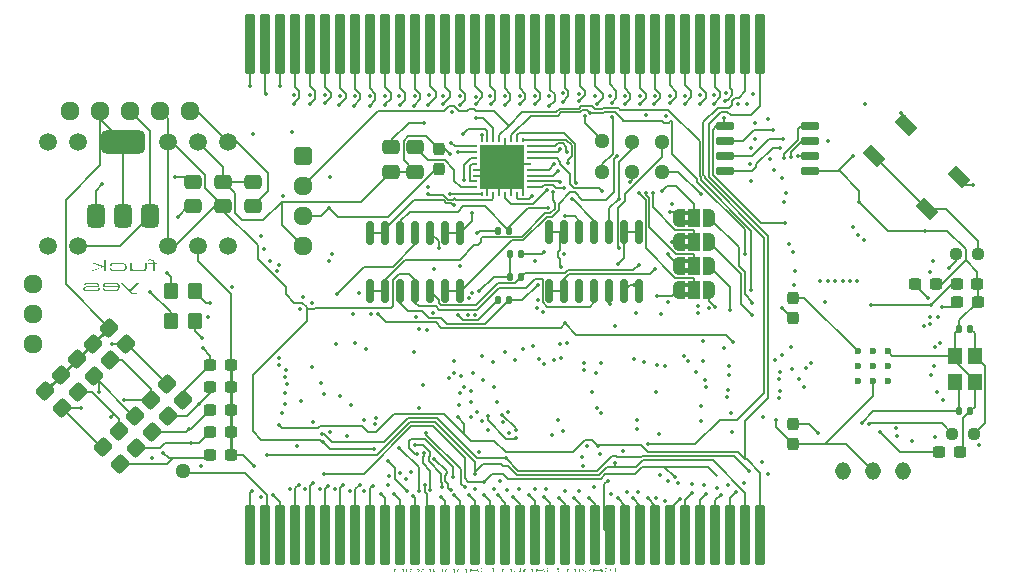
<source format=gbr>
%TF.GenerationSoftware,KiCad,Pcbnew,8.0.0*%
%TF.CreationDate,2024-02-28T09:47:00-08:00*%
%TF.ProjectId,SenseBarnacle,53656e73-6542-4617-926e-61636c652e6b,rev?*%
%TF.SameCoordinates,Original*%
%TF.FileFunction,Copper,L4,Bot*%
%TF.FilePolarity,Positive*%
%FSLAX46Y46*%
G04 Gerber Fmt 4.6, Leading zero omitted, Abs format (unit mm)*
G04 Created by KiCad (PCBNEW 8.0.0) date 2024-02-28 09:47:00*
%MOMM*%
%LPD*%
G01*
G04 APERTURE LIST*
G04 Aperture macros list*
%AMRoundRect*
0 Rectangle with rounded corners*
0 $1 Rounding radius*
0 $2 $3 $4 $5 $6 $7 $8 $9 X,Y pos of 4 corners*
0 Add a 4 corners polygon primitive as box body*
4,1,4,$2,$3,$4,$5,$6,$7,$8,$9,$2,$3,0*
0 Add four circle primitives for the rounded corners*
1,1,$1+$1,$2,$3*
1,1,$1+$1,$4,$5*
1,1,$1+$1,$6,$7*
1,1,$1+$1,$8,$9*
0 Add four rect primitives between the rounded corners*
20,1,$1+$1,$2,$3,$4,$5,0*
20,1,$1+$1,$4,$5,$6,$7,0*
20,1,$1+$1,$6,$7,$8,$9,0*
20,1,$1+$1,$8,$9,$2,$3,0*%
%AMRotRect*
0 Rectangle, with rotation*
0 The origin of the aperture is its center*
0 $1 length*
0 $2 width*
0 $3 Rotation angle, in degrees counterclockwise*
0 Add horizontal line*
21,1,$1,$2,0,0,$3*%
%AMFreePoly0*
4,1,19,0.550000,-0.750000,0.000000,-0.750000,0.000000,-0.744911,-0.071157,-0.744911,-0.207708,-0.704816,-0.327430,-0.627875,-0.420627,-0.520320,-0.479746,-0.390866,-0.500000,-0.250000,-0.500000,0.250000,-0.479746,0.390866,-0.420627,0.520320,-0.327430,0.627875,-0.207708,0.704816,-0.071157,0.744911,0.000000,0.744911,0.000000,0.750000,0.550000,0.750000,0.550000,-0.750000,0.550000,-0.750000,
$1*%
%AMFreePoly1*
4,1,19,0.000000,0.744911,0.071157,0.744911,0.207708,0.704816,0.327430,0.627875,0.420627,0.520320,0.479746,0.390866,0.500000,0.250000,0.500000,-0.250000,0.479746,-0.390866,0.420627,-0.520320,0.327430,-0.627875,0.207708,-0.704816,0.071157,-0.744911,0.000000,-0.744911,0.000000,-0.750000,-0.550000,-0.750000,-0.550000,0.750000,0.000000,0.750000,0.000000,0.744911,0.000000,0.744911,
$1*%
G04 Aperture macros list end*
%ADD10C,0.100000*%
%TA.AperFunction,NonConductor*%
%ADD11C,0.100000*%
%TD*%
%ADD12C,0.250000*%
%TA.AperFunction,NonConductor*%
%ADD13C,0.250000*%
%TD*%
%TA.AperFunction,EtchedComponent*%
%ADD14C,0.000000*%
%TD*%
%TA.AperFunction,ComponentPad*%
%ADD15RoundRect,0.225000X-0.525000X-0.525000X0.525000X-0.525000X0.525000X0.525000X-0.525000X0.525000X0*%
%TD*%
%TA.AperFunction,ComponentPad*%
%ADD16RoundRect,0.525000X-0.225000X-0.225000X0.225000X-0.225000X0.225000X0.225000X-0.225000X0.225000X0*%
%TD*%
%TA.AperFunction,ComponentPad*%
%ADD17RoundRect,0.525000X-0.225000X0.225000X-0.225000X-0.225000X0.225000X-0.225000X0.225000X0.225000X0*%
%TD*%
%TA.AperFunction,SMDPad,CuDef*%
%ADD18R,0.406400X0.254000*%
%TD*%
%TA.AperFunction,SMDPad,CuDef*%
%ADD19R,0.254000X0.406400*%
%TD*%
%TA.AperFunction,SMDPad,CuDef*%
%ADD20R,3.708400X3.708400*%
%TD*%
%TA.AperFunction,SMDPad,CuDef*%
%ADD21RoundRect,0.140000X0.140000X0.170000X-0.140000X0.170000X-0.140000X-0.170000X0.140000X-0.170000X0*%
%TD*%
%TA.AperFunction,SMDPad,CuDef*%
%ADD22RoundRect,0.237500X-0.300000X-0.237500X0.300000X-0.237500X0.300000X0.237500X-0.300000X0.237500X0*%
%TD*%
%TA.AperFunction,SMDPad,CuDef*%
%ADD23RoundRect,0.250000X0.565685X0.070711X0.070711X0.565685X-0.565685X-0.070711X-0.070711X-0.565685X0*%
%TD*%
%TA.AperFunction,ComponentPad*%
%ADD24RoundRect,0.525000X0.225000X-0.225000X0.225000X0.225000X-0.225000X0.225000X-0.225000X-0.225000X0*%
%TD*%
%TA.AperFunction,ComponentPad*%
%ADD25C,1.500000*%
%TD*%
%TA.AperFunction,SMDPad,CuDef*%
%ADD26RoundRect,0.090000X0.360000X2.410000X-0.360000X2.410000X-0.360000X-2.410000X0.360000X-2.410000X0*%
%TD*%
%TA.AperFunction,SMDPad,CuDef*%
%ADD27RoundRect,0.250000X0.475000X-0.337500X0.475000X0.337500X-0.475000X0.337500X-0.475000X-0.337500X0*%
%TD*%
%TA.AperFunction,SMDPad,CuDef*%
%ADD28RoundRect,0.237500X-0.250000X-0.237500X0.250000X-0.237500X0.250000X0.237500X-0.250000X0.237500X0*%
%TD*%
%TA.AperFunction,SMDPad,CuDef*%
%ADD29RoundRect,0.500000X0.100000X0.100000X-0.100000X0.100000X-0.100000X-0.100000X0.100000X-0.100000X0*%
%TD*%
%TA.AperFunction,SMDPad,CuDef*%
%ADD30RoundRect,0.250000X-0.475000X0.337500X-0.475000X-0.337500X0.475000X-0.337500X0.475000X0.337500X0*%
%TD*%
%TA.AperFunction,SMDPad,CuDef*%
%ADD31RoundRect,0.250000X-0.350000X-0.450000X0.350000X-0.450000X0.350000X0.450000X-0.350000X0.450000X0*%
%TD*%
%TA.AperFunction,SMDPad,CuDef*%
%ADD32FreePoly0,0.000000*%
%TD*%
%TA.AperFunction,SMDPad,CuDef*%
%ADD33R,1.000000X1.500000*%
%TD*%
%TA.AperFunction,SMDPad,CuDef*%
%ADD34FreePoly1,0.000000*%
%TD*%
%TA.AperFunction,SMDPad,CuDef*%
%ADD35RoundRect,0.237500X0.237500X-0.300000X0.237500X0.300000X-0.237500X0.300000X-0.237500X-0.300000X0*%
%TD*%
%TA.AperFunction,SMDPad,CuDef*%
%ADD36RoundRect,0.150000X0.150000X-0.825000X0.150000X0.825000X-0.150000X0.825000X-0.150000X-0.825000X0*%
%TD*%
%TA.AperFunction,ComponentPad*%
%ADD37C,0.600000*%
%TD*%
%TA.AperFunction,ComponentPad*%
%ADD38O,1.300000X1.500000*%
%TD*%
%TA.AperFunction,SMDPad,CuDef*%
%ADD39RotRect,1.700000X1.000000X135.000000*%
%TD*%
%TA.AperFunction,SMDPad,CuDef*%
%ADD40RoundRect,0.500000X0.100000X-0.100000X0.100000X0.100000X-0.100000X0.100000X-0.100000X-0.100000X0*%
%TD*%
%TA.AperFunction,SMDPad,CuDef*%
%ADD41RoundRect,0.237500X-0.237500X0.300000X-0.237500X-0.300000X0.237500X-0.300000X0.237500X0.300000X0*%
%TD*%
%TA.AperFunction,SMDPad,CuDef*%
%ADD42R,1.200000X1.400000*%
%TD*%
%TA.AperFunction,SMDPad,CuDef*%
%ADD43RoundRect,0.375000X0.375000X-0.625000X0.375000X0.625000X-0.375000X0.625000X-0.375000X-0.625000X0*%
%TD*%
%TA.AperFunction,SMDPad,CuDef*%
%ADD44RoundRect,0.500000X1.400000X-0.500000X1.400000X0.500000X-1.400000X0.500000X-1.400000X-0.500000X0*%
%TD*%
%TA.AperFunction,SMDPad,CuDef*%
%ADD45RoundRect,0.140000X-0.140000X-0.170000X0.140000X-0.170000X0.140000X0.170000X-0.140000X0.170000X0*%
%TD*%
%TA.AperFunction,SMDPad,CuDef*%
%ADD46RoundRect,0.150000X0.650000X0.150000X-0.650000X0.150000X-0.650000X-0.150000X0.650000X-0.150000X0*%
%TD*%
%TA.AperFunction,ViaPad*%
%ADD47C,0.350000*%
%TD*%
%TA.AperFunction,Conductor*%
%ADD48C,0.150000*%
%TD*%
%TA.AperFunction,Conductor*%
%ADD49C,0.200000*%
%TD*%
%TA.AperFunction,Conductor*%
%ADD50C,0.250000*%
%TD*%
G04 APERTURE END LIST*
D10*
D11*
G36*
X83785726Y-65870400D02*
G01*
X83942774Y-65870400D01*
X84644728Y-65689074D01*
X84813500Y-65689074D01*
X84813500Y-65870400D01*
X84905091Y-65870400D01*
X84905091Y-65482737D01*
X84813500Y-65482737D01*
X84813500Y-65657811D01*
X84643751Y-65657811D01*
X83972572Y-65482737D01*
X83827003Y-65482737D01*
X84560708Y-65672563D01*
X83785726Y-65870400D01*
G37*
G36*
X83421327Y-65589217D02*
G01*
X83476129Y-65590042D01*
X83525435Y-65591525D01*
X83579341Y-65594307D01*
X83612515Y-65597073D01*
X83662151Y-65604141D01*
X83705614Y-65615117D01*
X83724621Y-65622479D01*
X83752478Y-65639152D01*
X83769606Y-65658006D01*
X83774602Y-65666948D01*
X83782053Y-65687193D01*
X83785863Y-65708106D01*
X83786947Y-65728836D01*
X83786947Y-65735675D01*
X83786680Y-65746178D01*
X83784543Y-65765717D01*
X83779584Y-65785363D01*
X83769850Y-65806017D01*
X83762308Y-65815840D01*
X83738839Y-65834390D01*
X83705614Y-65849199D01*
X83672847Y-65858160D01*
X83624395Y-65866293D01*
X83576410Y-65870888D01*
X83571220Y-65871243D01*
X83520434Y-65873928D01*
X83469128Y-65875549D01*
X83419477Y-65876376D01*
X83365384Y-65876652D01*
X83334365Y-65876652D01*
X83300837Y-65876545D01*
X83250912Y-65875927D01*
X83200220Y-65874574D01*
X83150694Y-65872256D01*
X83124087Y-65870367D01*
X83076643Y-65865146D01*
X83031015Y-65856624D01*
X82991631Y-65843508D01*
X82965803Y-65826631D01*
X82959328Y-65819224D01*
X82949431Y-65799322D01*
X82946752Y-65779346D01*
X82946752Y-65770358D01*
X83031504Y-65770358D01*
X83031504Y-65778173D01*
X83032832Y-65791200D01*
X83042739Y-65811195D01*
X83049654Y-65817222D01*
X83085970Y-65831418D01*
X83127909Y-65838198D01*
X83178538Y-65842165D01*
X83182377Y-65842363D01*
X83234320Y-65844252D01*
X83285898Y-65845134D01*
X83338761Y-65845389D01*
X83365384Y-65845389D01*
X83391999Y-65845325D01*
X83441153Y-65844812D01*
X83489955Y-65843622D01*
X83540262Y-65841286D01*
X83544323Y-65841022D01*
X83594866Y-65835872D01*
X83640401Y-65825947D01*
X83667979Y-65813525D01*
X83687296Y-65794880D01*
X83693199Y-65782649D01*
X83698065Y-65763167D01*
X83699508Y-65742123D01*
X83699508Y-65739095D01*
X82952369Y-65739095D01*
X82952369Y-65707831D01*
X83038343Y-65707831D01*
X83697798Y-65707831D01*
X83697604Y-65704628D01*
X83693891Y-65684018D01*
X83684609Y-65664356D01*
X83672599Y-65652307D01*
X83639913Y-65637294D01*
X83637837Y-65636701D01*
X83593356Y-65628378D01*
X83543681Y-65624007D01*
X83527115Y-65623137D01*
X83474433Y-65621343D01*
X83423560Y-65620527D01*
X83372467Y-65620295D01*
X83349997Y-65620295D01*
X83343550Y-65620298D01*
X83289270Y-65620629D01*
X83236843Y-65621631D01*
X83184888Y-65623714D01*
X83136903Y-65627772D01*
X83091832Y-65636122D01*
X83072346Y-65643098D01*
X83049089Y-65660839D01*
X83048428Y-65661831D01*
X83040400Y-65681502D01*
X83038343Y-65701677D01*
X83038343Y-65707831D01*
X82952369Y-65707831D01*
X82952369Y-65705584D01*
X82953423Y-65689165D01*
X82958311Y-65668962D01*
X82969222Y-65648627D01*
X82971408Y-65645818D01*
X82994796Y-65627088D01*
X83030527Y-65612479D01*
X83054860Y-65606269D01*
X83102865Y-65598444D01*
X83151671Y-65594014D01*
X83192552Y-65591834D01*
X83244892Y-65590127D01*
X83297060Y-65589270D01*
X83347066Y-65589032D01*
X83376619Y-65589032D01*
X83421327Y-65589217D01*
G37*
G36*
X82386703Y-65870400D02*
G01*
X82478538Y-65870400D01*
X82880318Y-65595284D01*
X82780422Y-65595284D01*
X82428713Y-65840016D01*
X82432132Y-65840016D01*
X82073584Y-65595284D01*
X81976619Y-65595284D01*
X82386703Y-65870400D01*
G37*
G36*
X81789773Y-65870400D02*
G01*
X81877212Y-65870400D01*
X81877212Y-65595284D01*
X81789773Y-65595284D01*
X81789773Y-65870400D01*
G37*
G36*
X81789773Y-65532758D02*
G01*
X81877212Y-65532758D01*
X81877212Y-65482737D01*
X81789773Y-65482737D01*
X81789773Y-65532758D01*
G37*
G36*
X80757115Y-65870400D02*
G01*
X80844553Y-65870400D01*
X80844553Y-65717113D01*
X80845766Y-65697375D01*
X80850324Y-65677710D01*
X80854812Y-65667580D01*
X80872414Y-65649057D01*
X80894868Y-65638369D01*
X80939896Y-65628379D01*
X80981818Y-65624203D01*
X81034304Y-65621673D01*
X81083181Y-65620604D01*
X81133493Y-65620295D01*
X81157429Y-65620295D01*
X81207689Y-65620705D01*
X81258127Y-65622104D01*
X81303486Y-65624496D01*
X81353655Y-65629339D01*
X81398277Y-65637309D01*
X81406068Y-65639248D01*
X81443287Y-65652692D01*
X81466396Y-65668264D01*
X81480421Y-65688065D01*
X81485630Y-65709254D01*
X81485935Y-65716527D01*
X81485935Y-65870400D01*
X81573374Y-65870400D01*
X81573374Y-65595284D01*
X81485935Y-65595284D01*
X81492286Y-65651851D01*
X81493751Y-65651558D01*
X81473104Y-65632897D01*
X81458092Y-65624398D01*
X81421760Y-65611270D01*
X81394100Y-65604859D01*
X81345750Y-65597630D01*
X81297238Y-65593291D01*
X81293472Y-65593037D01*
X81243841Y-65590596D01*
X81191286Y-65589349D01*
X81143263Y-65589032D01*
X81119571Y-65589032D01*
X81068753Y-65589337D01*
X81017094Y-65590410D01*
X80966537Y-65592509D01*
X80943960Y-65593917D01*
X80895635Y-65598721D01*
X80849065Y-65607208D01*
X80832341Y-65611795D01*
X80798539Y-65626096D01*
X80775898Y-65644819D01*
X80773723Y-65647650D01*
X80762970Y-65668271D01*
X80758153Y-65688793D01*
X80757115Y-65705487D01*
X80757115Y-65870400D01*
G37*
G36*
X79052788Y-65768306D02*
G01*
X79054863Y-65788099D01*
X79062832Y-65808652D01*
X79074037Y-65823114D01*
X79100867Y-65840950D01*
X79138787Y-65853917D01*
X79148531Y-65856233D01*
X79193789Y-65864087D01*
X79244628Y-65869380D01*
X79292879Y-65872353D01*
X79347851Y-65874431D01*
X79403202Y-65875708D01*
X79456644Y-65876383D01*
X79506171Y-65876635D01*
X79523444Y-65876652D01*
X79567163Y-65876652D01*
X79620869Y-65876552D01*
X79671010Y-65876251D01*
X79726471Y-65875626D01*
X79776797Y-65874713D01*
X79829022Y-65873282D01*
X79849264Y-65872549D01*
X79898326Y-65869966D01*
X79946150Y-65865790D01*
X79994001Y-65858861D01*
X80008510Y-65855843D01*
X80049022Y-65842635D01*
X80074387Y-65825239D01*
X80078852Y-65819499D01*
X80088080Y-65799688D01*
X80092516Y-65780114D01*
X80093980Y-65760116D01*
X80093995Y-65757755D01*
X80093995Y-65745347D01*
X80003870Y-65745347D01*
X80003870Y-65757364D01*
X80002290Y-65778073D01*
X79996453Y-65797718D01*
X79992634Y-65804649D01*
X79968240Y-65822188D01*
X79939145Y-65830734D01*
X79889711Y-65837690D01*
X79840976Y-65841153D01*
X79809941Y-65842458D01*
X79755911Y-65843875D01*
X79706809Y-65844656D01*
X79651513Y-65845157D01*
X79599186Y-65845363D01*
X79571316Y-65845389D01*
X79529062Y-65845389D01*
X79477854Y-65845253D01*
X79424769Y-65844766D01*
X79371983Y-65843795D01*
X79331225Y-65842556D01*
X79279350Y-65839689D01*
X79231245Y-65834469D01*
X79214721Y-65831614D01*
X79175294Y-65819492D01*
X79159034Y-65808460D01*
X79147184Y-65788429D01*
X79144379Y-65768404D01*
X79144379Y-65760979D01*
X79147554Y-65741268D01*
X79157080Y-65725710D01*
X79188291Y-65709666D01*
X79211790Y-65704021D01*
X79260795Y-65697401D01*
X79313523Y-65693650D01*
X79339041Y-65692493D01*
X79391449Y-65690840D01*
X79445755Y-65689825D01*
X79499233Y-65689287D01*
X79549500Y-65689087D01*
X79567163Y-65689074D01*
X79617138Y-65688962D01*
X79672825Y-65688531D01*
X79723841Y-65687778D01*
X79777457Y-65686491D01*
X79830946Y-65684482D01*
X79882818Y-65681335D01*
X79931933Y-65676515D01*
X79979034Y-65668892D01*
X79982376Y-65668166D01*
X80021385Y-65656252D01*
X80048451Y-65638789D01*
X80050520Y-65636317D01*
X80061039Y-65616706D01*
X80065366Y-65596712D01*
X80065907Y-65585612D01*
X80065907Y-65577699D01*
X80063022Y-65556986D01*
X80053385Y-65537740D01*
X80045391Y-65528753D01*
X80019287Y-65512152D01*
X79979445Y-65498986D01*
X79973095Y-65497490D01*
X79925260Y-65489078D01*
X79875780Y-65483824D01*
X79834609Y-65481076D01*
X79781971Y-65478857D01*
X79728921Y-65477494D01*
X79677668Y-65476772D01*
X79621904Y-65476489D01*
X79613570Y-65476485D01*
X79582551Y-65476485D01*
X79525404Y-65476646D01*
X79472481Y-65477130D01*
X79416078Y-65478103D01*
X79365425Y-65479516D01*
X79326584Y-65481076D01*
X79274852Y-65484238D01*
X79225574Y-65489237D01*
X79177838Y-65497302D01*
X79174421Y-65498076D01*
X79133896Y-65510858D01*
X79107208Y-65527493D01*
X79102125Y-65532954D01*
X79090265Y-65553163D01*
X79084952Y-65573437D01*
X79083807Y-65590009D01*
X79083807Y-65601537D01*
X79173932Y-65601537D01*
X79173932Y-65590986D01*
X79175948Y-65570835D01*
X79183962Y-65550859D01*
X79186145Y-65547706D01*
X79212076Y-65530288D01*
X79238168Y-65522695D01*
X79284522Y-65515719D01*
X79334279Y-65511961D01*
X79358336Y-65510874D01*
X79407685Y-65509363D01*
X79458980Y-65508435D01*
X79509598Y-65507943D01*
X79565569Y-65507751D01*
X79574002Y-65507748D01*
X79603556Y-65507748D01*
X79654064Y-65507888D01*
X79706206Y-65508392D01*
X79757749Y-65509396D01*
X79797240Y-65510679D01*
X79847203Y-65513504D01*
X79896133Y-65519007D01*
X79909103Y-65521328D01*
X79949029Y-65533940D01*
X79961127Y-65542528D01*
X79972462Y-65562464D01*
X79974316Y-65577503D01*
X79974316Y-65585124D01*
X79971996Y-65605323D01*
X79965035Y-65621174D01*
X79935921Y-65637908D01*
X79915942Y-65642863D01*
X79868837Y-65649386D01*
X79817397Y-65653182D01*
X79792355Y-65654391D01*
X79740327Y-65656044D01*
X79685612Y-65657059D01*
X79631201Y-65657597D01*
X79579707Y-65657797D01*
X79561546Y-65657811D01*
X79511905Y-65657927D01*
X79456493Y-65658376D01*
X79405614Y-65659162D01*
X79351985Y-65660503D01*
X79298252Y-65662598D01*
X79245813Y-65665855D01*
X79195705Y-65670797D01*
X79146910Y-65678566D01*
X79143402Y-65679304D01*
X79102136Y-65691266D01*
X79074003Y-65707487D01*
X79070373Y-65711153D01*
X79058352Y-65730358D01*
X79053217Y-65751506D01*
X79052788Y-65760490D01*
X79052788Y-65768306D01*
G37*
G36*
X78526555Y-65589035D02*
G01*
X78575658Y-65589328D01*
X78625050Y-65590215D01*
X78677142Y-65592060D01*
X78685056Y-65592461D01*
X78735639Y-65596481D01*
X78783144Y-65603686D01*
X78813370Y-65611753D01*
X78844205Y-65627720D01*
X78845392Y-65628693D01*
X78859807Y-65647898D01*
X78863500Y-65667483D01*
X78863500Y-65676568D01*
X78778992Y-65676568D01*
X78778992Y-65668557D01*
X78778851Y-65665144D01*
X78769955Y-65645696D01*
X78769373Y-65645138D01*
X78734051Y-65631139D01*
X78705748Y-65626828D01*
X78655893Y-65622933D01*
X78620769Y-65621542D01*
X78570119Y-65620552D01*
X78520827Y-65620295D01*
X78498357Y-65620295D01*
X78491761Y-65620298D01*
X78436413Y-65620600D01*
X78383391Y-65621516D01*
X78331539Y-65623421D01*
X78284335Y-65627361D01*
X78240681Y-65636219D01*
X78219462Y-65645641D01*
X78201357Y-65664747D01*
X78197511Y-65674981D01*
X78193604Y-65695257D01*
X78192565Y-65715940D01*
X78189652Y-65731163D01*
X78225293Y-65718480D01*
X78244407Y-65714315D01*
X78290995Y-65708222D01*
X78338294Y-65704863D01*
X78387470Y-65703044D01*
X78420864Y-65702336D01*
X78471399Y-65701752D01*
X78523758Y-65701579D01*
X78550380Y-65701579D01*
X78562466Y-65701595D01*
X78613709Y-65702064D01*
X78664618Y-65703346D01*
X78713290Y-65705682D01*
X78721313Y-65706206D01*
X78771970Y-65711153D01*
X78818071Y-65719555D01*
X78846628Y-65728606D01*
X78874735Y-65745836D01*
X78875772Y-65746869D01*
X78888362Y-65766897D01*
X78891588Y-65786868D01*
X78891588Y-65791949D01*
X78888368Y-65812806D01*
X78876933Y-65832395D01*
X78859128Y-65845504D01*
X78822223Y-65858676D01*
X78811820Y-65861051D01*
X78764786Y-65868327D01*
X78713779Y-65872549D01*
X78691347Y-65873731D01*
X78640581Y-65875494D01*
X78588162Y-65876396D01*
X78536214Y-65876652D01*
X78511057Y-65876652D01*
X78483594Y-65876553D01*
X78433151Y-65875756D01*
X78381853Y-65873819D01*
X78337661Y-65871107D01*
X78289773Y-65866687D01*
X78269208Y-65863935D01*
X78225782Y-65854866D01*
X78217988Y-65852531D01*
X78187787Y-65840107D01*
X78191099Y-65870400D01*
X78105126Y-65870400D01*
X78105126Y-65789702D01*
X78191099Y-65789702D01*
X78191710Y-65797664D01*
X78200869Y-65816861D01*
X78205257Y-65820601D01*
X78243123Y-65833470D01*
X78289405Y-65839422D01*
X78338866Y-65842556D01*
X78355295Y-65843220D01*
X78407441Y-65844589D01*
X78457706Y-65845212D01*
X78508126Y-65845389D01*
X78532062Y-65845389D01*
X78573370Y-65845249D01*
X78623488Y-65844597D01*
X78672746Y-65843142D01*
X78706912Y-65841158D01*
X78755789Y-65834935D01*
X78762765Y-65833377D01*
X78795356Y-65818620D01*
X78801196Y-65810556D01*
X78805614Y-65790288D01*
X78805614Y-65787357D01*
X78805004Y-65779144D01*
X78795844Y-65759709D01*
X78793116Y-65757165D01*
X78757987Y-65743296D01*
X78725790Y-65738524D01*
X78675677Y-65735089D01*
X78634527Y-65733810D01*
X78585296Y-65733061D01*
X78533528Y-65732842D01*
X78508126Y-65732842D01*
X78502115Y-65732844D01*
X78451039Y-65733042D01*
X78400679Y-65733643D01*
X78349124Y-65734894D01*
X78299743Y-65737333D01*
X78251916Y-65742612D01*
X78239591Y-65744905D01*
X78204044Y-65758732D01*
X78196674Y-65766648D01*
X78191099Y-65786185D01*
X78191099Y-65789702D01*
X78105126Y-65789702D01*
X78105126Y-65720727D01*
X78105246Y-65712782D01*
X78106742Y-65693072D01*
X78111016Y-65671456D01*
X78118803Y-65651558D01*
X78121619Y-65646772D01*
X78141401Y-65627206D01*
X78174735Y-65611307D01*
X78197953Y-65604816D01*
X78245125Y-65597003D01*
X78294170Y-65593037D01*
X78335706Y-65591285D01*
X78389478Y-65589912D01*
X78443536Y-65589223D01*
X78495670Y-65589032D01*
X78520827Y-65589032D01*
X78526555Y-65589035D01*
G37*
G36*
X77085656Y-65870400D02*
G01*
X77173095Y-65870400D01*
X77173095Y-65717113D01*
X77174307Y-65697375D01*
X77178865Y-65677710D01*
X77183353Y-65667580D01*
X77200956Y-65649057D01*
X77223409Y-65638369D01*
X77268438Y-65628379D01*
X77310360Y-65624203D01*
X77362846Y-65621673D01*
X77411723Y-65620604D01*
X77462034Y-65620295D01*
X77485970Y-65620295D01*
X77536231Y-65620705D01*
X77586669Y-65622104D01*
X77632027Y-65624496D01*
X77682196Y-65629339D01*
X77726818Y-65637309D01*
X77734609Y-65639248D01*
X77771828Y-65652692D01*
X77794937Y-65668264D01*
X77808962Y-65688065D01*
X77814171Y-65709254D01*
X77814477Y-65716527D01*
X77814477Y-65870400D01*
X77901916Y-65870400D01*
X77901916Y-65595284D01*
X77814477Y-65595284D01*
X77820827Y-65651851D01*
X77822293Y-65651558D01*
X77801646Y-65632897D01*
X77786633Y-65624398D01*
X77750302Y-65611270D01*
X77722641Y-65604859D01*
X77674292Y-65597630D01*
X77625779Y-65593291D01*
X77622013Y-65593037D01*
X77572382Y-65590596D01*
X77519827Y-65589349D01*
X77471804Y-65589032D01*
X77448112Y-65589032D01*
X77397295Y-65589337D01*
X77345635Y-65590410D01*
X77295079Y-65592509D01*
X77272502Y-65593917D01*
X77224176Y-65598721D01*
X77177607Y-65607208D01*
X77160883Y-65611795D01*
X77127080Y-65626096D01*
X77104440Y-65644819D01*
X77102265Y-65647650D01*
X77091511Y-65668271D01*
X77086694Y-65688793D01*
X77085656Y-65705487D01*
X77085656Y-65870400D01*
G37*
G36*
X76582272Y-65876652D02*
G01*
X76632245Y-65876098D01*
X76683342Y-65874014D01*
X76710499Y-65871963D01*
X76758342Y-65864520D01*
X76790366Y-65853693D01*
X76815887Y-65836293D01*
X76829934Y-65816178D01*
X76836483Y-65796389D01*
X76839830Y-65774895D01*
X76840681Y-65754921D01*
X76840681Y-65626547D01*
X76976968Y-65626547D01*
X76976968Y-65595284D01*
X76840681Y-65595284D01*
X76840681Y-65526506D01*
X76753242Y-65526506D01*
X76753242Y-65595284D01*
X76260848Y-65595284D01*
X76260848Y-65626547D01*
X76753242Y-65626547D01*
X76753242Y-65752284D01*
X76752433Y-65772332D01*
X76749395Y-65792126D01*
X76746403Y-65802207D01*
X76733466Y-65821823D01*
X76721490Y-65830148D01*
X76680436Y-65841132D01*
X76667757Y-65842458D01*
X76617090Y-65844905D01*
X76572502Y-65845389D01*
X76542948Y-65845389D01*
X76492379Y-65844841D01*
X76443309Y-65842661D01*
X76435726Y-65842067D01*
X76389644Y-65834578D01*
X76377108Y-65830246D01*
X76354224Y-65812465D01*
X76351462Y-65807189D01*
X76346364Y-65786709D01*
X76345356Y-65769283D01*
X76345356Y-65739095D01*
X76263535Y-65739095D01*
X76263535Y-65772995D01*
X76265180Y-65792795D01*
X76271366Y-65813039D01*
X76277457Y-65823798D01*
X76296080Y-65841872D01*
X76324595Y-65855843D01*
X76366023Y-65866384D01*
X76412767Y-65872158D01*
X76461932Y-65875068D01*
X76515330Y-65876437D01*
X76550032Y-65876652D01*
X76582272Y-65876652D01*
G37*
G36*
X75719970Y-65589037D02*
G01*
X75774530Y-65589361D01*
X75824368Y-65590191D01*
X75875545Y-65591757D01*
X75925747Y-65594307D01*
X75964581Y-65597513D01*
X76010801Y-65603935D01*
X76054707Y-65614531D01*
X76073739Y-65621716D01*
X76101209Y-65638260D01*
X76117477Y-65657224D01*
X76122051Y-65666225D01*
X76128873Y-65686574D01*
X76132361Y-65707563D01*
X76133353Y-65728348D01*
X76133353Y-65737336D01*
X76133105Y-65747976D01*
X76131121Y-65767735D01*
X76126516Y-65787541D01*
X76117477Y-65808264D01*
X76111765Y-65816519D01*
X76089880Y-65835237D01*
X76054951Y-65850958D01*
X76022184Y-65859501D01*
X75973732Y-65867158D01*
X75925747Y-65871376D01*
X75920554Y-65871701D01*
X75869485Y-65874159D01*
X75817538Y-65875642D01*
X75767025Y-65876400D01*
X75711790Y-65876652D01*
X75679550Y-65876652D01*
X75671371Y-65876647D01*
X75616856Y-65876322D01*
X75567133Y-65875493D01*
X75516174Y-65873927D01*
X75466326Y-65871376D01*
X75432307Y-65868630D01*
X75381766Y-65861680D01*
X75338099Y-65850958D01*
X75319066Y-65843672D01*
X75291597Y-65827091D01*
X75275328Y-65808264D01*
X75270755Y-65799320D01*
X75263933Y-65779055D01*
X75260445Y-65758109D01*
X75259457Y-65737434D01*
X75346891Y-65737434D01*
X75347532Y-65754580D01*
X75350508Y-65775124D01*
X75357149Y-65794880D01*
X75370493Y-65811485D01*
X75401113Y-65827120D01*
X75407762Y-65829124D01*
X75452794Y-65837612D01*
X75501253Y-65841774D01*
X75523094Y-65842816D01*
X75573717Y-65844369D01*
X75627190Y-65845163D01*
X75681015Y-65845389D01*
X75710569Y-65845389D01*
X75738164Y-65845333D01*
X75788936Y-65844881D01*
X75839012Y-65843832D01*
X75890087Y-65841774D01*
X75894193Y-65841541D01*
X75945056Y-65836754D01*
X75990227Y-65827120D01*
X76018437Y-65813466D01*
X76035168Y-65794782D01*
X76041286Y-65778440D01*
X76044865Y-65758566D01*
X76045914Y-65737434D01*
X76045914Y-65728250D01*
X76045288Y-65711110D01*
X76042384Y-65690594D01*
X76035900Y-65670902D01*
X76022390Y-65654230D01*
X75991692Y-65638564D01*
X75985037Y-65636559D01*
X75939753Y-65628072D01*
X75890820Y-65623910D01*
X75868774Y-65622868D01*
X75817884Y-65621315D01*
X75764333Y-65620521D01*
X75710569Y-65620295D01*
X75681015Y-65620295D01*
X75653363Y-65620351D01*
X75602499Y-65620803D01*
X75552357Y-65621852D01*
X75501253Y-65623910D01*
X75497147Y-65624143D01*
X75446284Y-65628930D01*
X75401113Y-65638564D01*
X75373147Y-65652169D01*
X75357149Y-65670902D01*
X75351309Y-65687243D01*
X75347893Y-65707117D01*
X75346891Y-65728250D01*
X75346891Y-65737434D01*
X75259457Y-65737434D01*
X75259452Y-65737336D01*
X75259452Y-65728348D01*
X75259700Y-65717705D01*
X75261685Y-65697921D01*
X75266289Y-65678059D01*
X75275328Y-65657224D01*
X75281047Y-65648892D01*
X75303003Y-65630108D01*
X75338099Y-65614531D01*
X75367220Y-65606848D01*
X75414584Y-65599033D01*
X75466570Y-65594307D01*
X75471703Y-65593983D01*
X75522317Y-65591525D01*
X75573989Y-65590042D01*
X75624362Y-65589284D01*
X75679550Y-65589032D01*
X75711790Y-65589032D01*
X75719970Y-65589037D01*
G37*
G36*
X74058022Y-65876652D02*
G01*
X74108992Y-65876531D01*
X74163580Y-65876094D01*
X74214261Y-65875340D01*
X74266605Y-65874112D01*
X74319408Y-65872009D01*
X74371817Y-65868506D01*
X74418280Y-65863756D01*
X74465811Y-65856422D01*
X74508794Y-65846324D01*
X74522083Y-65842165D01*
X74556122Y-65827512D01*
X74582218Y-65809381D01*
X74585098Y-65806701D01*
X74600899Y-65787548D01*
X74611478Y-65767293D01*
X74615872Y-65754335D01*
X74620380Y-65734155D01*
X74623010Y-65714165D01*
X74624287Y-65692444D01*
X74624421Y-65682235D01*
X74624421Y-65670902D01*
X74623717Y-65648682D01*
X74621604Y-65628111D01*
X74617360Y-65606194D01*
X74611199Y-65586522D01*
X74604393Y-65571446D01*
X74589843Y-65551390D01*
X74565972Y-65532206D01*
X74533991Y-65516284D01*
X74522816Y-65512144D01*
X74479377Y-65500216D01*
X74432043Y-65491847D01*
X74383416Y-65486289D01*
X74349892Y-65483714D01*
X74297941Y-65480897D01*
X74248110Y-65479033D01*
X74193385Y-65477678D01*
X74144041Y-65476936D01*
X74091299Y-65476548D01*
X74058022Y-65476485D01*
X74018699Y-65476485D01*
X73966969Y-65476590D01*
X73909175Y-65476993D01*
X73856052Y-65477698D01*
X73799979Y-65478903D01*
X73750264Y-65480519D01*
X73743681Y-65480783D01*
X73694359Y-65483452D01*
X73645916Y-65487694D01*
X73596834Y-65494664D01*
X73581748Y-65497685D01*
X73541284Y-65509586D01*
X73511952Y-65526116D01*
X73505056Y-65532954D01*
X73492721Y-65553435D01*
X73487196Y-65574115D01*
X73486005Y-65591083D01*
X73486005Y-65601537D01*
X73574909Y-65601537D01*
X73574909Y-65592060D01*
X73576818Y-65571781D01*
X73579794Y-65561481D01*
X73595102Y-65542388D01*
X73599578Y-65539402D01*
X73636550Y-65525703D01*
X73643542Y-65524161D01*
X73690415Y-65517221D01*
X73722188Y-65514391D01*
X73773944Y-65511404D01*
X73822613Y-65509726D01*
X73844798Y-65509213D01*
X73898358Y-65508379D01*
X73947418Y-65507954D01*
X74001192Y-65507761D01*
X74020164Y-65507748D01*
X74056801Y-65507748D01*
X74108198Y-65507876D01*
X74161605Y-65508327D01*
X74215463Y-65509208D01*
X74240227Y-65509799D01*
X74290067Y-65511639D01*
X74341527Y-65515093D01*
X74369187Y-65517908D01*
X74416326Y-65525284D01*
X74453207Y-65535103D01*
X74485800Y-65550611D01*
X74502544Y-65564119D01*
X74516737Y-65582947D01*
X74524957Y-65602459D01*
X74526724Y-65609060D01*
X74530200Y-65628754D01*
X74532108Y-65648782D01*
X74532806Y-65668537D01*
X74532830Y-65673149D01*
X74532830Y-65679988D01*
X74532385Y-65700091D01*
X74530849Y-65720470D01*
X74527893Y-65740507D01*
X74527212Y-65743882D01*
X74520794Y-65764070D01*
X74508780Y-65783878D01*
X74504742Y-65788529D01*
X74480871Y-65806558D01*
X74455893Y-65817545D01*
X74413681Y-65828341D01*
X74371874Y-65834642D01*
X74321324Y-65839299D01*
X74270331Y-65842129D01*
X74242181Y-65843142D01*
X74190785Y-65844327D01*
X74139389Y-65845018D01*
X74089617Y-65845334D01*
X74056556Y-65845389D01*
X74020164Y-65845389D01*
X73962983Y-65845269D01*
X73910507Y-65844908D01*
X73855232Y-65844184D01*
X73806362Y-65843132D01*
X73769571Y-65841970D01*
X73716553Y-65839279D01*
X73668702Y-65835041D01*
X73631818Y-65829464D01*
X73592596Y-65817770D01*
X73573444Y-65804063D01*
X73563534Y-65783591D01*
X73560793Y-65763843D01*
X73560743Y-65760490D01*
X73560743Y-65751600D01*
X73471839Y-65751600D01*
X73471839Y-65763128D01*
X73473986Y-65784057D01*
X73481306Y-65804081D01*
X73493821Y-65820965D01*
X73520535Y-65838519D01*
X73558736Y-65851503D01*
X73576863Y-65855647D01*
X73624124Y-65863263D01*
X73676255Y-65868484D01*
X73730636Y-65871796D01*
X73743681Y-65872353D01*
X73792835Y-65874028D01*
X73847973Y-65875292D01*
X73899997Y-65876048D01*
X73956417Y-65876501D01*
X74006792Y-65876648D01*
X74017233Y-65876652D01*
X74058022Y-65876652D01*
G37*
G36*
X72948048Y-65589035D02*
G01*
X72997151Y-65589328D01*
X73046543Y-65590215D01*
X73098636Y-65592060D01*
X73106549Y-65592461D01*
X73157132Y-65596481D01*
X73204637Y-65603686D01*
X73234863Y-65611753D01*
X73265698Y-65627720D01*
X73266885Y-65628693D01*
X73281300Y-65647898D01*
X73284993Y-65667483D01*
X73284993Y-65676568D01*
X73200485Y-65676568D01*
X73200485Y-65668557D01*
X73200344Y-65665144D01*
X73191448Y-65645696D01*
X73190866Y-65645138D01*
X73155544Y-65631139D01*
X73127241Y-65626828D01*
X73077387Y-65622933D01*
X73042262Y-65621542D01*
X72991613Y-65620552D01*
X72942320Y-65620295D01*
X72919850Y-65620295D01*
X72913254Y-65620298D01*
X72857907Y-65620600D01*
X72804884Y-65621516D01*
X72753032Y-65623421D01*
X72705828Y-65627361D01*
X72662174Y-65636219D01*
X72640956Y-65645641D01*
X72622851Y-65664747D01*
X72619004Y-65674981D01*
X72615097Y-65695257D01*
X72614058Y-65715940D01*
X72611145Y-65731163D01*
X72646787Y-65718480D01*
X72665900Y-65714315D01*
X72712488Y-65708222D01*
X72759787Y-65704863D01*
X72808964Y-65703044D01*
X72842357Y-65702336D01*
X72892893Y-65701752D01*
X72945251Y-65701579D01*
X72971874Y-65701579D01*
X72983959Y-65701595D01*
X73035202Y-65702064D01*
X73086111Y-65703346D01*
X73134784Y-65705682D01*
X73142807Y-65706206D01*
X73193463Y-65711153D01*
X73239564Y-65719555D01*
X73268122Y-65728606D01*
X73296228Y-65745836D01*
X73297265Y-65746869D01*
X73309855Y-65766897D01*
X73313081Y-65786868D01*
X73313081Y-65791949D01*
X73309861Y-65812806D01*
X73298426Y-65832395D01*
X73280622Y-65845504D01*
X73243716Y-65858676D01*
X73233313Y-65861051D01*
X73186279Y-65868327D01*
X73135272Y-65872549D01*
X73112841Y-65873731D01*
X73062075Y-65875494D01*
X73009655Y-65876396D01*
X72957708Y-65876652D01*
X72932551Y-65876652D01*
X72905088Y-65876553D01*
X72854644Y-65875756D01*
X72803346Y-65873819D01*
X72759155Y-65871107D01*
X72711267Y-65866687D01*
X72690702Y-65863935D01*
X72647275Y-65854866D01*
X72639481Y-65852531D01*
X72609280Y-65840107D01*
X72612593Y-65870400D01*
X72526619Y-65870400D01*
X72526619Y-65789702D01*
X72612593Y-65789702D01*
X72613203Y-65797664D01*
X72622362Y-65816861D01*
X72626750Y-65820601D01*
X72664616Y-65833470D01*
X72710898Y-65839422D01*
X72760360Y-65842556D01*
X72776789Y-65843220D01*
X72828935Y-65844589D01*
X72879199Y-65845212D01*
X72929620Y-65845389D01*
X72953556Y-65845389D01*
X72994863Y-65845249D01*
X73044981Y-65844597D01*
X73094239Y-65843142D01*
X73128405Y-65841158D01*
X73177282Y-65834935D01*
X73184258Y-65833377D01*
X73216849Y-65818620D01*
X73222690Y-65810556D01*
X73227108Y-65790288D01*
X73227108Y-65787357D01*
X73226497Y-65779144D01*
X73217338Y-65759709D01*
X73214609Y-65757165D01*
X73179480Y-65743296D01*
X73147284Y-65738524D01*
X73097170Y-65735089D01*
X73056020Y-65733810D01*
X73006789Y-65733061D01*
X72955021Y-65732842D01*
X72929620Y-65732842D01*
X72923608Y-65732844D01*
X72872533Y-65733042D01*
X72822172Y-65733643D01*
X72770618Y-65734894D01*
X72721237Y-65737333D01*
X72673409Y-65742612D01*
X72661084Y-65744905D01*
X72625537Y-65758732D01*
X72618167Y-65766648D01*
X72612593Y-65786185D01*
X72612593Y-65789702D01*
X72526619Y-65789702D01*
X72526619Y-65720727D01*
X72526739Y-65712782D01*
X72528235Y-65693072D01*
X72532510Y-65671456D01*
X72540297Y-65651558D01*
X72543112Y-65646772D01*
X72562894Y-65627206D01*
X72596228Y-65611307D01*
X72619447Y-65604816D01*
X72666618Y-65597003D01*
X72715663Y-65593037D01*
X72757200Y-65591285D01*
X72810971Y-65589912D01*
X72865029Y-65589223D01*
X72917163Y-65589032D01*
X72942320Y-65589032D01*
X72948048Y-65589035D01*
G37*
G36*
X71937846Y-65589240D02*
G01*
X71989911Y-65590062D01*
X72039599Y-65591670D01*
X72043396Y-65591831D01*
X72092550Y-65594759D01*
X72142181Y-65599974D01*
X72168654Y-65604468D01*
X72208615Y-65615996D01*
X72222897Y-65622780D01*
X72241982Y-65637758D01*
X72237436Y-65595284D01*
X72323409Y-65595284D01*
X72323409Y-65964189D01*
X72235970Y-65964189D01*
X72240975Y-65824329D01*
X72234133Y-65831569D01*
X72205928Y-65847734D01*
X72181758Y-65855629D01*
X72137296Y-65864733D01*
X72131978Y-65865525D01*
X72084625Y-65870812D01*
X72036179Y-65873917D01*
X71992657Y-65875474D01*
X71943363Y-65876385D01*
X71893542Y-65876652D01*
X71866919Y-65876652D01*
X71830798Y-65876511D01*
X71777370Y-65875701D01*
X71723686Y-65873928D01*
X71672013Y-65870888D01*
X71640229Y-65867880D01*
X71592973Y-65860461D01*
X71552090Y-65849199D01*
X71534200Y-65841652D01*
X71508107Y-65824783D01*
X71492251Y-65805919D01*
X71487677Y-65797032D01*
X71480855Y-65777038D01*
X71477367Y-65756515D01*
X71476375Y-65736261D01*
X71476375Y-65735675D01*
X71563814Y-65735675D01*
X71564455Y-65752626D01*
X71567430Y-65773061D01*
X71574072Y-65792926D01*
X71587042Y-65809844D01*
X71616082Y-65826045D01*
X71618111Y-65826758D01*
X71661582Y-65836603D01*
X71710115Y-65841481D01*
X71726235Y-65842397D01*
X71777492Y-65844286D01*
X71826985Y-65845145D01*
X71876689Y-65845389D01*
X71906242Y-65845389D01*
X71926062Y-65845355D01*
X71975243Y-65844927D01*
X72029205Y-65843706D01*
X72078922Y-65841481D01*
X72082938Y-65841230D01*
X72133000Y-65836186D01*
X72178329Y-65826240D01*
X72207272Y-65812294D01*
X72225223Y-65793316D01*
X72232176Y-65776764D01*
X72236243Y-65756795D01*
X72237436Y-65735675D01*
X72237436Y-65728250D01*
X72236718Y-65710854D01*
X72233389Y-65690105D01*
X72225956Y-65670316D01*
X72211350Y-65653710D01*
X72179794Y-65638076D01*
X72173021Y-65636074D01*
X72127760Y-65627687D01*
X72079655Y-65623714D01*
X72058097Y-65622729D01*
X72008829Y-65621260D01*
X71957472Y-65620509D01*
X71906242Y-65620295D01*
X71876689Y-65620295D01*
X71870182Y-65620299D01*
X71815399Y-65620676D01*
X71762505Y-65621821D01*
X71710115Y-65624203D01*
X71706267Y-65624454D01*
X71658556Y-65629433D01*
X71616082Y-65639150D01*
X71589581Y-65652755D01*
X71574072Y-65671488D01*
X71568232Y-65687760D01*
X71564816Y-65707427D01*
X71563814Y-65728250D01*
X71563814Y-65735675D01*
X71476375Y-65735675D01*
X71476375Y-65728836D01*
X71476623Y-65718354D01*
X71478607Y-65698827D01*
X71483212Y-65679150D01*
X71492251Y-65658397D01*
X71497898Y-65650057D01*
X71518998Y-65631187D01*
X71552090Y-65615410D01*
X71576072Y-65608315D01*
X71623572Y-65599442D01*
X71672013Y-65594503D01*
X71712665Y-65592109D01*
X71764783Y-65590234D01*
X71816788Y-65589294D01*
X71866675Y-65589032D01*
X71890611Y-65589032D01*
X71937846Y-65589240D01*
G37*
G36*
X70909095Y-65589240D02*
G01*
X70961160Y-65590062D01*
X71010848Y-65591670D01*
X71014645Y-65591831D01*
X71063799Y-65594759D01*
X71113430Y-65599974D01*
X71139903Y-65604468D01*
X71179864Y-65615996D01*
X71194147Y-65622780D01*
X71213232Y-65637758D01*
X71208685Y-65595284D01*
X71294658Y-65595284D01*
X71294658Y-65964189D01*
X71207219Y-65964189D01*
X71212224Y-65824329D01*
X71205382Y-65831569D01*
X71177177Y-65847734D01*
X71153007Y-65855629D01*
X71108545Y-65864733D01*
X71103227Y-65865525D01*
X71055875Y-65870812D01*
X71007429Y-65873917D01*
X70963907Y-65875474D01*
X70914612Y-65876385D01*
X70864791Y-65876652D01*
X70838168Y-65876652D01*
X70802047Y-65876511D01*
X70748619Y-65875701D01*
X70694935Y-65873928D01*
X70643263Y-65870888D01*
X70611478Y-65867880D01*
X70564223Y-65860461D01*
X70523339Y-65849199D01*
X70505449Y-65841652D01*
X70479356Y-65824783D01*
X70463500Y-65805919D01*
X70458926Y-65797032D01*
X70452105Y-65777038D01*
X70448616Y-65756515D01*
X70447624Y-65736261D01*
X70447624Y-65735675D01*
X70535063Y-65735675D01*
X70535704Y-65752626D01*
X70538679Y-65773061D01*
X70545321Y-65792926D01*
X70558291Y-65809844D01*
X70587331Y-65826045D01*
X70589360Y-65826758D01*
X70632832Y-65836603D01*
X70681364Y-65841481D01*
X70697484Y-65842397D01*
X70748741Y-65844286D01*
X70798235Y-65845145D01*
X70847938Y-65845389D01*
X70877491Y-65845389D01*
X70897312Y-65845355D01*
X70946492Y-65844927D01*
X71000455Y-65843706D01*
X71050171Y-65841481D01*
X71054187Y-65841230D01*
X71104249Y-65836186D01*
X71149578Y-65826240D01*
X71178521Y-65812294D01*
X71196473Y-65793316D01*
X71203425Y-65776764D01*
X71207492Y-65756795D01*
X71208685Y-65735675D01*
X71208685Y-65728250D01*
X71207967Y-65710854D01*
X71204638Y-65690105D01*
X71197205Y-65670316D01*
X71182599Y-65653710D01*
X71151043Y-65638076D01*
X71144270Y-65636074D01*
X71099009Y-65627687D01*
X71050904Y-65623714D01*
X71029347Y-65622729D01*
X70980078Y-65621260D01*
X70928721Y-65620509D01*
X70877491Y-65620295D01*
X70847938Y-65620295D01*
X70841431Y-65620299D01*
X70786648Y-65620676D01*
X70733754Y-65621821D01*
X70681364Y-65624203D01*
X70677516Y-65624454D01*
X70629805Y-65629433D01*
X70587331Y-65639150D01*
X70560831Y-65652755D01*
X70545321Y-65671488D01*
X70539481Y-65687760D01*
X70536065Y-65707427D01*
X70535063Y-65728250D01*
X70535063Y-65735675D01*
X70447624Y-65735675D01*
X70447624Y-65728836D01*
X70447872Y-65718354D01*
X70449857Y-65698827D01*
X70454461Y-65679150D01*
X70463500Y-65658397D01*
X70469147Y-65650057D01*
X70490247Y-65631187D01*
X70523339Y-65615410D01*
X70547321Y-65608315D01*
X70594821Y-65599442D01*
X70643263Y-65594503D01*
X70683914Y-65592109D01*
X70736033Y-65590234D01*
X70788037Y-65589294D01*
X70837924Y-65589032D01*
X70861860Y-65589032D01*
X70909095Y-65589240D01*
G37*
G36*
X69463814Y-65870400D02*
G01*
X69551253Y-65870400D01*
X69544902Y-65813247D01*
X69543437Y-65813540D01*
X69561488Y-65831889D01*
X69577631Y-65841286D01*
X69614344Y-65854368D01*
X69642600Y-65860825D01*
X69691399Y-65868054D01*
X69740179Y-65872392D01*
X69743960Y-65872647D01*
X69793442Y-65875087D01*
X69845922Y-65876335D01*
X69893925Y-65876652D01*
X69917617Y-65876652D01*
X69967962Y-65876310D01*
X70019417Y-65875108D01*
X70070155Y-65872757D01*
X70092983Y-65871181D01*
X70141607Y-65865951D01*
X70188350Y-65857002D01*
X70205091Y-65852228D01*
X70238718Y-65837442D01*
X70260130Y-65819768D01*
X70263465Y-65815494D01*
X70273586Y-65796374D01*
X70278760Y-65776024D01*
X70280073Y-65757364D01*
X70280073Y-65595284D01*
X70192634Y-65595284D01*
X70192634Y-65744077D01*
X70191451Y-65764252D01*
X70187002Y-65784524D01*
X70182620Y-65795075D01*
X70166138Y-65813485D01*
X70142320Y-65825654D01*
X70100023Y-65835893D01*
X70055370Y-65840993D01*
X70002642Y-65843839D01*
X69953250Y-65845041D01*
X69902230Y-65845389D01*
X69878294Y-65845389D01*
X69828129Y-65844988D01*
X69778016Y-65843622D01*
X69733214Y-65841286D01*
X69683379Y-65836394D01*
X69636270Y-65827828D01*
X69631120Y-65826533D01*
X69593970Y-65813007D01*
X69571036Y-65797224D01*
X69556836Y-65777192D01*
X69551736Y-65757642D01*
X69551253Y-65748571D01*
X69551253Y-65595284D01*
X69463814Y-65595284D01*
X69463814Y-65870400D01*
G37*
G36*
X68860290Y-65876652D02*
G01*
X68913907Y-65876400D01*
X68963199Y-65875642D01*
X69014238Y-65874159D01*
X69064906Y-65871701D01*
X69070094Y-65871376D01*
X69118022Y-65867129D01*
X69166657Y-65859362D01*
X69199787Y-65850665D01*
X69233328Y-65836029D01*
X69256953Y-65817524D01*
X69264512Y-65807678D01*
X69274385Y-65787024D01*
X69279414Y-65767378D01*
X69281582Y-65747838D01*
X69281853Y-65737336D01*
X69281853Y-65728348D01*
X69280769Y-65707575D01*
X69276959Y-65686629D01*
X69269507Y-65666364D01*
X69264512Y-65657420D01*
X69247178Y-65638607D01*
X69218633Y-65622071D01*
X69199055Y-65614824D01*
X69154320Y-65604038D01*
X69107967Y-65597531D01*
X69069362Y-65594307D01*
X69019842Y-65591757D01*
X68969727Y-65590191D01*
X68913871Y-65589284D01*
X68860290Y-65589032D01*
X68828050Y-65589032D01*
X68773935Y-65589288D01*
X68724674Y-65590058D01*
X68675058Y-65591536D01*
X68640715Y-65593135D01*
X68589287Y-65597174D01*
X68543185Y-65603720D01*
X68522502Y-65608180D01*
X68484950Y-65621052D01*
X68460708Y-65637978D01*
X68448086Y-65657936D01*
X68443398Y-65678776D01*
X68443123Y-65685850D01*
X68443123Y-65695326D01*
X68527631Y-65695326D01*
X68527631Y-65688097D01*
X68531009Y-65667964D01*
X68539599Y-65654000D01*
X68568679Y-65637642D01*
X68583318Y-65633582D01*
X68630839Y-65626302D01*
X68674665Y-65623226D01*
X68724342Y-65621440D01*
X68773348Y-65620581D01*
X68823367Y-65620298D01*
X68829271Y-65620295D01*
X68858824Y-65620295D01*
X68912008Y-65620539D01*
X68964979Y-65621398D01*
X69015316Y-65623077D01*
X69037122Y-65624203D01*
X69085701Y-65628619D01*
X69131214Y-65637464D01*
X69137994Y-65639541D01*
X69169515Y-65655413D01*
X69183667Y-65672074D01*
X69190625Y-65691573D01*
X69193742Y-65711623D01*
X69194414Y-65728250D01*
X69194414Y-65737434D01*
X69193293Y-65757929D01*
X69188988Y-65778922D01*
X69182935Y-65793414D01*
X69165471Y-65811952D01*
X69136528Y-65825752D01*
X69090786Y-65835780D01*
X69039762Y-65841016D01*
X69035656Y-65841286D01*
X68984898Y-65843622D01*
X68935555Y-65844812D01*
X68885790Y-65845325D01*
X68858824Y-65845389D01*
X68829271Y-65845389D01*
X68777173Y-65845149D01*
X68726312Y-65844321D01*
X68675038Y-65842547D01*
X68671246Y-65842360D01*
X68620806Y-65838512D01*
X68578433Y-65831711D01*
X68542336Y-65818234D01*
X68533981Y-65811586D01*
X68523428Y-65791636D01*
X68522013Y-65778466D01*
X68522013Y-65770358D01*
X68437505Y-65770358D01*
X68437505Y-65780714D01*
X68440184Y-65800589D01*
X68450082Y-65820304D01*
X68456556Y-65827608D01*
X68482202Y-65844290D01*
X68521036Y-65857210D01*
X68566444Y-65865561D01*
X68614369Y-65870635D01*
X68641448Y-65872451D01*
X68691890Y-65874666D01*
X68743406Y-65875959D01*
X68794063Y-65876550D01*
X68828050Y-65876652D01*
X68860290Y-65876652D01*
G37*
G36*
X67866710Y-65876652D02*
G01*
X67920327Y-65876400D01*
X67969619Y-65875642D01*
X68020658Y-65874159D01*
X68071326Y-65871701D01*
X68076514Y-65871376D01*
X68124442Y-65867129D01*
X68173077Y-65859362D01*
X68206207Y-65850665D01*
X68239748Y-65836029D01*
X68263373Y-65817524D01*
X68270932Y-65807678D01*
X68280805Y-65787024D01*
X68285834Y-65767378D01*
X68288002Y-65747838D01*
X68288273Y-65737336D01*
X68288273Y-65728348D01*
X68287189Y-65707575D01*
X68283379Y-65686629D01*
X68275927Y-65666364D01*
X68270932Y-65657420D01*
X68253598Y-65638607D01*
X68225053Y-65622071D01*
X68205475Y-65614824D01*
X68160740Y-65604038D01*
X68114387Y-65597531D01*
X68075782Y-65594307D01*
X68026262Y-65591757D01*
X67976147Y-65590191D01*
X67920292Y-65589284D01*
X67866710Y-65589032D01*
X67834470Y-65589032D01*
X67780355Y-65589288D01*
X67731094Y-65590058D01*
X67681478Y-65591536D01*
X67647135Y-65593135D01*
X67595707Y-65597174D01*
X67549605Y-65603720D01*
X67528922Y-65608180D01*
X67491370Y-65621052D01*
X67467129Y-65637978D01*
X67454506Y-65657936D01*
X67449818Y-65678776D01*
X67449543Y-65685850D01*
X67449543Y-65695326D01*
X67534051Y-65695326D01*
X67534051Y-65688097D01*
X67537429Y-65667964D01*
X67546019Y-65654000D01*
X67575099Y-65637642D01*
X67589738Y-65633582D01*
X67637259Y-65626302D01*
X67681085Y-65623226D01*
X67730762Y-65621440D01*
X67779768Y-65620581D01*
X67829787Y-65620298D01*
X67835691Y-65620295D01*
X67865244Y-65620295D01*
X67918428Y-65620539D01*
X67971399Y-65621398D01*
X68021736Y-65623077D01*
X68043542Y-65624203D01*
X68092121Y-65628619D01*
X68137634Y-65637464D01*
X68144414Y-65639541D01*
X68175936Y-65655413D01*
X68190087Y-65672074D01*
X68197045Y-65691573D01*
X68200162Y-65711623D01*
X68200834Y-65728250D01*
X68200834Y-65737434D01*
X68199713Y-65757929D01*
X68195408Y-65778922D01*
X68189355Y-65793414D01*
X68171891Y-65811952D01*
X68142948Y-65825752D01*
X68097206Y-65835780D01*
X68046182Y-65841016D01*
X68042076Y-65841286D01*
X67991318Y-65843622D01*
X67941975Y-65844812D01*
X67892210Y-65845325D01*
X67865244Y-65845389D01*
X67835691Y-65845389D01*
X67783594Y-65845149D01*
X67732732Y-65844321D01*
X67681458Y-65842547D01*
X67677666Y-65842360D01*
X67627226Y-65838512D01*
X67584854Y-65831711D01*
X67548756Y-65818234D01*
X67540401Y-65811586D01*
X67529848Y-65791636D01*
X67528433Y-65778466D01*
X67528433Y-65770358D01*
X67443925Y-65770358D01*
X67443925Y-65780714D01*
X67446604Y-65800589D01*
X67456502Y-65820304D01*
X67462976Y-65827608D01*
X67488622Y-65844290D01*
X67527457Y-65857210D01*
X67572864Y-65865561D01*
X67620789Y-65870635D01*
X67647868Y-65872451D01*
X67698310Y-65874666D01*
X67749826Y-65875959D01*
X67800483Y-65876550D01*
X67834470Y-65876652D01*
X67866710Y-65876652D01*
G37*
G36*
X67176235Y-65870400D02*
G01*
X67263674Y-65870400D01*
X67263674Y-65595284D01*
X67176235Y-65595284D01*
X67176235Y-65870400D01*
G37*
G36*
X67176235Y-65532758D02*
G01*
X67263674Y-65532758D01*
X67263674Y-65482737D01*
X67176235Y-65482737D01*
X67176235Y-65532758D01*
G37*
G36*
X66577472Y-65589037D02*
G01*
X66632032Y-65589361D01*
X66681870Y-65590191D01*
X66733047Y-65591757D01*
X66783249Y-65594307D01*
X66822083Y-65597513D01*
X66868302Y-65603935D01*
X66912209Y-65614531D01*
X66931241Y-65621716D01*
X66958710Y-65638260D01*
X66974979Y-65657224D01*
X66979553Y-65666225D01*
X66986374Y-65686574D01*
X66989863Y-65707563D01*
X66990855Y-65728348D01*
X66990855Y-65737336D01*
X66990607Y-65747976D01*
X66988622Y-65767735D01*
X66984018Y-65787541D01*
X66974979Y-65808264D01*
X66969267Y-65816519D01*
X66947382Y-65835237D01*
X66912453Y-65850958D01*
X66879685Y-65859501D01*
X66831234Y-65867158D01*
X66783249Y-65871376D01*
X66778056Y-65871701D01*
X66726987Y-65874159D01*
X66675039Y-65875642D01*
X66624526Y-65876400D01*
X66569292Y-65876652D01*
X66537052Y-65876652D01*
X66528873Y-65876647D01*
X66474358Y-65876322D01*
X66424634Y-65875493D01*
X66373675Y-65873927D01*
X66323828Y-65871376D01*
X66289809Y-65868630D01*
X66239268Y-65861680D01*
X66195600Y-65850958D01*
X66176568Y-65843672D01*
X66149099Y-65827091D01*
X66132830Y-65808264D01*
X66128256Y-65799320D01*
X66121435Y-65779055D01*
X66117946Y-65758109D01*
X66116959Y-65737434D01*
X66204393Y-65737434D01*
X66205034Y-65754580D01*
X66208009Y-65775124D01*
X66214651Y-65794880D01*
X66227995Y-65811485D01*
X66258615Y-65827120D01*
X66265264Y-65829124D01*
X66310296Y-65837612D01*
X66358754Y-65841774D01*
X66380596Y-65842816D01*
X66431219Y-65844369D01*
X66484692Y-65845163D01*
X66538517Y-65845389D01*
X66568071Y-65845389D01*
X66595666Y-65845333D01*
X66646438Y-65844881D01*
X66696513Y-65843832D01*
X66747589Y-65841774D01*
X66751694Y-65841541D01*
X66802558Y-65836754D01*
X66847729Y-65827120D01*
X66875939Y-65813466D01*
X66892669Y-65794782D01*
X66898788Y-65778440D01*
X66902367Y-65758566D01*
X66903416Y-65737434D01*
X66903416Y-65728250D01*
X66902790Y-65711110D01*
X66899886Y-65690594D01*
X66893402Y-65670902D01*
X66879891Y-65654230D01*
X66849194Y-65638564D01*
X66842539Y-65636559D01*
X66797255Y-65628072D01*
X66748322Y-65623910D01*
X66726276Y-65622868D01*
X66675385Y-65621315D01*
X66621835Y-65620521D01*
X66568071Y-65620295D01*
X66538517Y-65620295D01*
X66510864Y-65620351D01*
X66460001Y-65620803D01*
X66409859Y-65621852D01*
X66358754Y-65623910D01*
X66354649Y-65624143D01*
X66303786Y-65628930D01*
X66258615Y-65638564D01*
X66230649Y-65652169D01*
X66214651Y-65670902D01*
X66208811Y-65687243D01*
X66205395Y-65707117D01*
X66204393Y-65728250D01*
X66204393Y-65737434D01*
X66116959Y-65737434D01*
X66116954Y-65737336D01*
X66116954Y-65728348D01*
X66117202Y-65717705D01*
X66119187Y-65697921D01*
X66123791Y-65678059D01*
X66132830Y-65657224D01*
X66138548Y-65648892D01*
X66160505Y-65630108D01*
X66195600Y-65614531D01*
X66224722Y-65606848D01*
X66272086Y-65599033D01*
X66324072Y-65594307D01*
X66329204Y-65593983D01*
X66379819Y-65591525D01*
X66431491Y-65590042D01*
X66481864Y-65589284D01*
X66537052Y-65589032D01*
X66569292Y-65589032D01*
X66577472Y-65589037D01*
G37*
D12*
D13*
G36*
X45712432Y-40364800D02*
G01*
X45861078Y-40364800D01*
X45861078Y-39755169D01*
X46092767Y-39755169D01*
X46092767Y-39677012D01*
X45861078Y-39677012D01*
X45861078Y-39611555D01*
X45856719Y-39562523D01*
X45843640Y-39517521D01*
X45813709Y-39470780D01*
X45782603Y-39443760D01*
X45716234Y-39410711D01*
X45665513Y-39396377D01*
X45583405Y-39384103D01*
X45497425Y-39380076D01*
X45484065Y-39380012D01*
X45398505Y-39381936D01*
X45372373Y-39383432D01*
X45290005Y-39392728D01*
X45260266Y-39397842D01*
X45260266Y-39474779D01*
X45344012Y-39469458D01*
X45374034Y-39468184D01*
X45457907Y-39466719D01*
X45541958Y-39469037D01*
X45592436Y-39474046D01*
X45666762Y-39496938D01*
X45668420Y-39497982D01*
X45703298Y-39543899D01*
X45711710Y-39593530D01*
X45712432Y-39617416D01*
X45712432Y-39677012D01*
X45325039Y-39677012D01*
X45325039Y-39755169D01*
X45712432Y-39755169D01*
X45712432Y-40364800D01*
G37*
G36*
X43797055Y-40364800D02*
G01*
X43945702Y-40364800D01*
X43934906Y-40221917D01*
X43932415Y-40222650D01*
X43963102Y-40268522D01*
X43990545Y-40292015D01*
X44052956Y-40324721D01*
X44100991Y-40340864D01*
X44183951Y-40358936D01*
X44266876Y-40369782D01*
X44273305Y-40370417D01*
X44357424Y-40376519D01*
X44446639Y-40379639D01*
X44528245Y-40380431D01*
X44568521Y-40380431D01*
X44654107Y-40379576D01*
X44741581Y-40376571D01*
X44827835Y-40370694D01*
X44866644Y-40366753D01*
X44949304Y-40353679D01*
X45028767Y-40331306D01*
X45057226Y-40319370D01*
X45114393Y-40282405D01*
X45150792Y-40238220D01*
X45156462Y-40227535D01*
X45173668Y-40179736D01*
X45182463Y-40128860D01*
X45184697Y-40082211D01*
X45184697Y-39677012D01*
X45036051Y-39677012D01*
X45036051Y-40048993D01*
X45034039Y-40099432D01*
X45026475Y-40150110D01*
X45019027Y-40176488D01*
X44991006Y-40222514D01*
X44950517Y-40252936D01*
X44878610Y-40278533D01*
X44802701Y-40291282D01*
X44713063Y-40298399D01*
X44629096Y-40301404D01*
X44542363Y-40302273D01*
X44501672Y-40302273D01*
X44416391Y-40301272D01*
X44331199Y-40297855D01*
X44255035Y-40292015D01*
X44170316Y-40279787D01*
X44090231Y-40258370D01*
X44081476Y-40255134D01*
X44018321Y-40221317D01*
X43979334Y-40181862D01*
X43955194Y-40131780D01*
X43946523Y-40082905D01*
X43945702Y-40060229D01*
X43945702Y-39677012D01*
X43797055Y-39677012D01*
X43797055Y-40364800D01*
G37*
G36*
X42771065Y-40380431D02*
G01*
X42862213Y-40379800D01*
X42946010Y-40377907D01*
X43032777Y-40374197D01*
X43118912Y-40368053D01*
X43127732Y-40367242D01*
X43209210Y-40356623D01*
X43291889Y-40337206D01*
X43348210Y-40315462D01*
X43405230Y-40278874D01*
X43445391Y-40232611D01*
X43458242Y-40207996D01*
X43475026Y-40156361D01*
X43483576Y-40107245D01*
X43487261Y-40058397D01*
X43487722Y-40032141D01*
X43487722Y-40009670D01*
X43485879Y-39957738D01*
X43479402Y-39905373D01*
X43466735Y-39854711D01*
X43458242Y-39832350D01*
X43428775Y-39785318D01*
X43380247Y-39743979D01*
X43346965Y-39725860D01*
X43270916Y-39698896D01*
X43192116Y-39682629D01*
X43126487Y-39674569D01*
X43042304Y-39668194D01*
X42957107Y-39664278D01*
X42862153Y-39662011D01*
X42771065Y-39661380D01*
X42716256Y-39661380D01*
X42624261Y-39662021D01*
X42540518Y-39663945D01*
X42456171Y-39667641D01*
X42397788Y-39671638D01*
X42310360Y-39681736D01*
X42231987Y-39698102D01*
X42196825Y-39709252D01*
X42132986Y-39741431D01*
X42091776Y-39783746D01*
X42070318Y-39833641D01*
X42062348Y-39885740D01*
X42061881Y-39903425D01*
X42061881Y-39927116D01*
X42205545Y-39927116D01*
X42205545Y-39909042D01*
X42211287Y-39858710D01*
X42225890Y-39823802D01*
X42275326Y-39782906D01*
X42300213Y-39772755D01*
X42380999Y-39754555D01*
X42455503Y-39746865D01*
X42539953Y-39742400D01*
X42623263Y-39740253D01*
X42708296Y-39739545D01*
X42718333Y-39739538D01*
X42768573Y-39739538D01*
X42858986Y-39740148D01*
X42949037Y-39742295D01*
X43034610Y-39746493D01*
X43071679Y-39749308D01*
X43154263Y-39760349D01*
X43231636Y-39782461D01*
X43243162Y-39787654D01*
X43296748Y-39827333D01*
X43320806Y-39868987D01*
X43332635Y-39917733D01*
X43337934Y-39967859D01*
X43339076Y-40009426D01*
X43339076Y-40032385D01*
X43337170Y-40083624D01*
X43329852Y-40136105D01*
X43319561Y-40172336D01*
X43289873Y-40218681D01*
X43240670Y-40253181D01*
X43162908Y-40278251D01*
X43076168Y-40291341D01*
X43069187Y-40292015D01*
X42982899Y-40297855D01*
X42899015Y-40300831D01*
X42814415Y-40302113D01*
X42768573Y-40302273D01*
X42718333Y-40302273D01*
X42629767Y-40301674D01*
X42543302Y-40299604D01*
X42456137Y-40295168D01*
X42449690Y-40294702D01*
X42363943Y-40285081D01*
X42291909Y-40268079D01*
X42230543Y-40234385D01*
X42216340Y-40217765D01*
X42198399Y-40167892D01*
X42195995Y-40134967D01*
X42195995Y-40114695D01*
X42052331Y-40114695D01*
X42052331Y-40140585D01*
X42056885Y-40190273D01*
X42073711Y-40239560D01*
X42084718Y-40257821D01*
X42128315Y-40299526D01*
X42194334Y-40331827D01*
X42271526Y-40352704D01*
X42352999Y-40365389D01*
X42399034Y-40369929D01*
X42484785Y-40375467D01*
X42572362Y-40378698D01*
X42658479Y-40380175D01*
X42716256Y-40380431D01*
X42771065Y-40380431D01*
G37*
G36*
X40427603Y-40364800D02*
G01*
X40667596Y-40364800D01*
X41519198Y-40036537D01*
X41597258Y-40036537D01*
X41597258Y-40364800D01*
X41745904Y-40364800D01*
X41745904Y-39395644D01*
X41597258Y-39395644D01*
X41597258Y-39958379D01*
X41506741Y-39958379D01*
X40767663Y-39677012D01*
X40539711Y-39677012D01*
X41380517Y-39997214D01*
X40427603Y-40364800D01*
G37*
G36*
X44362991Y-42214548D02*
G01*
X44286176Y-42216746D01*
X44216005Y-42216746D01*
X44130436Y-42214505D01*
X44077324Y-42209663D01*
X43998813Y-42190397D01*
X43978919Y-42182064D01*
X43920062Y-42147252D01*
X43889233Y-42122469D01*
X43842936Y-42079604D01*
X43800043Y-42035887D01*
X43793734Y-42029168D01*
X43824044Y-42029168D01*
X44514543Y-41357012D01*
X44344721Y-41357012D01*
X43725639Y-41977877D01*
X43730206Y-41978121D01*
X43173821Y-41357012D01*
X43012303Y-41357012D01*
X43558723Y-41952231D01*
X43602244Y-41998961D01*
X43648235Y-42047214D01*
X43690230Y-42089972D01*
X43732697Y-42131506D01*
X43781118Y-42174296D01*
X43833046Y-42212483D01*
X43871379Y-42235309D01*
X43941031Y-42265473D01*
X44014627Y-42283181D01*
X44098292Y-42291973D01*
X44185464Y-42294858D01*
X44198981Y-42294904D01*
X44276211Y-42294171D01*
X44360140Y-42291606D01*
X44362991Y-42291485D01*
X44362991Y-42214548D01*
G37*
G36*
X42273244Y-41341844D02*
G01*
X42366407Y-41343905D01*
X42450228Y-41347614D01*
X42541867Y-41354569D01*
X42598263Y-41361483D01*
X42682645Y-41379154D01*
X42756532Y-41406593D01*
X42788844Y-41424997D01*
X42836201Y-41466680D01*
X42865318Y-41513816D01*
X42873811Y-41536171D01*
X42886478Y-41586784D01*
X42892955Y-41639066D01*
X42894798Y-41690892D01*
X42894798Y-41707989D01*
X42894344Y-41734245D01*
X42890711Y-41783093D01*
X42882281Y-41832209D01*
X42865733Y-41883843D01*
X42852912Y-41908401D01*
X42813014Y-41954776D01*
X42756532Y-41991799D01*
X42700827Y-42014200D01*
X42618459Y-42034534D01*
X42536884Y-42046021D01*
X42528062Y-42046907D01*
X42441726Y-42053620D01*
X42354506Y-42057673D01*
X42270098Y-42059741D01*
X42178141Y-42060431D01*
X42125409Y-42060431D01*
X42068410Y-42060163D01*
X41983538Y-42058617D01*
X41897363Y-42055236D01*
X41813169Y-42049440D01*
X41767936Y-42044717D01*
X41687281Y-42031666D01*
X41609714Y-42010361D01*
X41542761Y-41977572D01*
X41498852Y-41935379D01*
X41487846Y-41916860D01*
X41471020Y-41867105D01*
X41466466Y-41817165D01*
X41466466Y-41794695D01*
X41610545Y-41794695D01*
X41610545Y-41814234D01*
X41612802Y-41846800D01*
X41629644Y-41896788D01*
X41641400Y-41911855D01*
X41703137Y-41947347D01*
X41774433Y-41964296D01*
X41860503Y-41974213D01*
X41867029Y-41974709D01*
X41955333Y-41979432D01*
X42043014Y-41981636D01*
X42132882Y-41982273D01*
X42178141Y-41982273D01*
X42223386Y-41982113D01*
X42306947Y-41980831D01*
X42389911Y-41977855D01*
X42475433Y-41972015D01*
X42482337Y-41971357D01*
X42568260Y-41958480D01*
X42645670Y-41933669D01*
X42692552Y-41902614D01*
X42725391Y-41856000D01*
X42735427Y-41825423D01*
X42743699Y-41776719D01*
X42746152Y-41724109D01*
X42746152Y-41716537D01*
X41476016Y-41716537D01*
X41476016Y-41638379D01*
X41622171Y-41638379D01*
X42743245Y-41638379D01*
X42742914Y-41630370D01*
X42736602Y-41578845D01*
X42720824Y-41529691D01*
X42700407Y-41499569D01*
X42644840Y-41462036D01*
X42641311Y-41460554D01*
X42565693Y-41439745D01*
X42481246Y-41428819D01*
X42453083Y-41426644D01*
X42363525Y-41422157D01*
X42277039Y-41420118D01*
X42190182Y-41419538D01*
X42151982Y-41419538D01*
X42141024Y-41419546D01*
X42048747Y-41420373D01*
X41959622Y-41422877D01*
X41871298Y-41428086D01*
X41789724Y-41438231D01*
X41713102Y-41459105D01*
X41679976Y-41476545D01*
X41640440Y-41520899D01*
X41639316Y-41523379D01*
X41625667Y-41572556D01*
X41622171Y-41622992D01*
X41622171Y-41638379D01*
X41476016Y-41638379D01*
X41476016Y-41632762D01*
X41477806Y-41591714D01*
X41486116Y-41541205D01*
X41504665Y-41490368D01*
X41508381Y-41483346D01*
X41548141Y-41436520D01*
X41608884Y-41399998D01*
X41650249Y-41384474D01*
X41731859Y-41364911D01*
X41814829Y-41353836D01*
X41884326Y-41348387D01*
X41973304Y-41344117D01*
X42061990Y-41341976D01*
X42147000Y-41341380D01*
X42197240Y-41341380D01*
X42273244Y-41341844D01*
G37*
G36*
X40533898Y-42060431D02*
G01*
X40624547Y-42060045D01*
X40718365Y-42058660D01*
X40801752Y-42056267D01*
X40883092Y-42052371D01*
X40967668Y-42045266D01*
X41050163Y-42032404D01*
X41091529Y-42022085D01*
X41160311Y-41990546D01*
X41192010Y-41957361D01*
X41210695Y-41909245D01*
X41216826Y-41857526D01*
X41216923Y-41849405D01*
X41216923Y-41825958D01*
X41073259Y-41825958D01*
X41073259Y-41845253D01*
X41067537Y-41895061D01*
X41059972Y-41915107D01*
X41004858Y-41953206D01*
X40995614Y-41956139D01*
X40914420Y-41970560D01*
X40835757Y-41976656D01*
X40751489Y-41979854D01*
X40668018Y-41981483D01*
X40582847Y-41982186D01*
X40536389Y-41982273D01*
X40445457Y-41982273D01*
X40358556Y-41981790D01*
X40274556Y-41980121D01*
X40191206Y-41976543D01*
X40185119Y-41976167D01*
X40100623Y-41967985D01*
X40040625Y-41956139D01*
X39980241Y-41921879D01*
X39978343Y-41919014D01*
X39964165Y-41870470D01*
X39963811Y-41859419D01*
X39963811Y-41846719D01*
X39973130Y-41797504D01*
X39977928Y-41789077D01*
X40042688Y-41755944D01*
X40046023Y-41755127D01*
X40129975Y-41742393D01*
X40210862Y-41737054D01*
X40296794Y-41734272D01*
X40381554Y-41732856D01*
X40467814Y-41732245D01*
X40514798Y-41732169D01*
X40604317Y-41731795D01*
X40696748Y-41730451D01*
X40788138Y-41727772D01*
X40858179Y-41724353D01*
X40940333Y-41717195D01*
X41025734Y-41703411D01*
X41060388Y-41694555D01*
X41129109Y-41663372D01*
X41155887Y-41636181D01*
X41174954Y-41586077D01*
X41178723Y-41543857D01*
X41178723Y-41526760D01*
X41170872Y-41476087D01*
X41150904Y-41438589D01*
X41100073Y-41398823D01*
X41054159Y-41380459D01*
X40973401Y-41362019D01*
X40890357Y-41351892D01*
X40868975Y-41350173D01*
X40781254Y-41345167D01*
X40698316Y-41342617D01*
X40605327Y-41341457D01*
X40572097Y-41341380D01*
X40502757Y-41341380D01*
X40413123Y-41341853D01*
X40321838Y-41343517D01*
X40232276Y-41346770D01*
X40192178Y-41348952D01*
X40106559Y-41356645D01*
X40024826Y-41371178D01*
X39995782Y-41379238D01*
X39927963Y-41410974D01*
X39894470Y-41444206D01*
X39872671Y-41492505D01*
X39865519Y-41545085D01*
X39865405Y-41553383D01*
X39865405Y-41575853D01*
X40009069Y-41575853D01*
X40009069Y-41556070D01*
X40016526Y-41507353D01*
X40024847Y-41489636D01*
X40080655Y-41451052D01*
X40089620Y-41448114D01*
X40169840Y-41432315D01*
X40236190Y-41426132D01*
X40326503Y-41421863D01*
X40410989Y-41420059D01*
X40498189Y-41419538D01*
X40562547Y-41419538D01*
X40648314Y-41420001D01*
X40738689Y-41421828D01*
X40819149Y-41425400D01*
X40901569Y-41432666D01*
X40960321Y-41443229D01*
X41019697Y-41475714D01*
X41032518Y-41525316D01*
X41032568Y-41529447D01*
X41032568Y-41545567D01*
X41020292Y-41595142D01*
X41017621Y-41599056D01*
X40953175Y-41630769D01*
X40949941Y-41631541D01*
X40868439Y-41643545D01*
X40790915Y-41648882D01*
X40700080Y-41652007D01*
X40607882Y-41653510D01*
X40523321Y-41653991D01*
X40500681Y-41654011D01*
X40411002Y-41654385D01*
X40318001Y-41655728D01*
X40225472Y-41658407D01*
X40153978Y-41661827D01*
X40069451Y-41668701D01*
X39987140Y-41680694D01*
X39945956Y-41690159D01*
X39876780Y-41718959D01*
X39844229Y-41749266D01*
X39822742Y-41798630D01*
X39817656Y-41845253D01*
X39817656Y-41859419D01*
X39823495Y-41908152D01*
X39844229Y-41954430D01*
X39891248Y-41995411D01*
X39941804Y-42017200D01*
X40019432Y-42036177D01*
X40103977Y-42047761D01*
X40133217Y-42050417D01*
X40223958Y-42056118D01*
X40310461Y-42059023D01*
X40396618Y-42060275D01*
X40442966Y-42060431D01*
X40533898Y-42060431D01*
G37*
D14*
%TA.AperFunction,EtchedComponent*%
%TO.C,JP3*%
G36*
X91127599Y-39719400D02*
G01*
X90627599Y-39719400D01*
X90627599Y-39319400D01*
X91127599Y-39319400D01*
X91127599Y-39719400D01*
G37*
%TD.AperFunction*%
%TA.AperFunction,EtchedComponent*%
G36*
X91127599Y-40519400D02*
G01*
X90627599Y-40519400D01*
X90627599Y-40119400D01*
X91127599Y-40119400D01*
X91127599Y-40519400D01*
G37*
%TD.AperFunction*%
%TA.AperFunction,EtchedComponent*%
%TO.C,JP2*%
G36*
X91127599Y-41751400D02*
G01*
X90627599Y-41751400D01*
X90627599Y-41351400D01*
X91127599Y-41351400D01*
X91127599Y-41751400D01*
G37*
%TD.AperFunction*%
%TA.AperFunction,EtchedComponent*%
G36*
X91127599Y-42551400D02*
G01*
X90627599Y-42551400D01*
X90627599Y-42151400D01*
X91127599Y-42151400D01*
X91127599Y-42551400D01*
G37*
%TD.AperFunction*%
%TA.AperFunction,EtchedComponent*%
%TO.C,JP5*%
G36*
X91127599Y-35655400D02*
G01*
X90627599Y-35655400D01*
X90627599Y-35255400D01*
X91127599Y-35255400D01*
X91127599Y-35655400D01*
G37*
%TD.AperFunction*%
%TA.AperFunction,EtchedComponent*%
G36*
X91127599Y-36455400D02*
G01*
X90627599Y-36455400D01*
X90627599Y-36055400D01*
X91127599Y-36055400D01*
X91127599Y-36455400D01*
G37*
%TD.AperFunction*%
%TA.AperFunction,EtchedComponent*%
%TO.C,JP4*%
G36*
X91127599Y-37687400D02*
G01*
X90627599Y-37687400D01*
X90627599Y-37287400D01*
X91127599Y-37287400D01*
X91127599Y-37687400D01*
G37*
%TD.AperFunction*%
%TA.AperFunction,EtchedComponent*%
G36*
X91127599Y-38487400D02*
G01*
X90627599Y-38487400D01*
X90627599Y-38087400D01*
X91127599Y-38087400D01*
X91127599Y-38487400D01*
G37*
%TD.AperFunction*%
%TD*%
D15*
%TO.P,J5,1,Pin_1*%
%TO.N,I2C_SDA*%
X58410599Y-30648400D03*
D16*
%TO.P,J5,2,Pin_2*%
%TO.N,I2C_SCL*%
X58410599Y-33188400D03*
%TO.P,J5,3,Pin_3*%
%TO.N,+3V3*%
X58410599Y-35728400D03*
%TO.P,J5,4,Pin_4*%
%TO.N,LED_GND*%
X58410599Y-38268400D03*
%TD*%
D17*
%TO.P,J3,1,Pin_1*%
%TO.N,LED_5V*%
X38725599Y-26838400D03*
%TO.P,J3,2,Pin_2*%
%TO.N,+3V3*%
X41265599Y-26838400D03*
%TO.P,J3,3,Pin_3*%
%TO.N,LED_GND*%
X43805599Y-26838400D03*
%TO.P,J3,4,Pin_4*%
%TO.N,-3.5V*%
X46345599Y-26838400D03*
%TO.P,J3,5,Pin_5*%
%TO.N,+18V*%
X48885599Y-26838400D03*
%TD*%
D18*
%TO.P,U6,1,SDIN1*%
%TO.N,SDIN1*%
X77586400Y-29776601D03*
%TO.P,U6,2,SDIN2*%
%TO.N,SDIN2*%
X77586400Y-30276600D03*
%TO.P,U6,3,TVDD*%
%TO.N,+3V3*%
X77586400Y-30776599D03*
%TO.P,U6,4,VSS2*%
%TO.N,LED_GND*%
X77586400Y-31276600D03*
%TO.P,U6,5,AVDRV*%
%TO.N,Net-(U6-AVDRV)*%
X77586400Y-31776600D03*
%TO.P,U6,6,LRCK*%
%TO.N,LRCK*%
X77586400Y-32276601D03*
%TO.P,U6,7,BICK*%
%TO.N,BICK*%
X77586400Y-32776600D03*
%TO.P,U6,8,MCLK*%
%TO.N,MCK*%
X77586400Y-33276599D03*
D19*
%TO.P,U6,9,IN4N/AIN5R/GND6R*%
%TO.N,LED_GND*%
X77039599Y-33823400D03*
%TO.P,U6,10,IN4P/AIN4R/AIN6R*%
%TO.N,ADC_3*%
X76539600Y-33823400D03*
%TO.P,U6,11,IN3N/AIN5L/GND6L*%
%TO.N,LED_GND*%
X76039601Y-33823400D03*
%TO.P,U6,12,IN3P/AIN4L/AIN6L*%
%TO.N,ADC_2*%
X75539600Y-33823400D03*
%TO.P,U6,13,IN2N/AIN2R/GND3R*%
%TO.N,LED_GND*%
X75039600Y-33823400D03*
%TO.P,U6,14,IN2P/AIN1R/AIN3R*%
%TO.N,ADC_1*%
X74539599Y-33823400D03*
%TO.P,U6,15,IN1N/AIN2L/GND3L*%
%TO.N,LED_GND*%
X74039600Y-33823400D03*
%TO.P,U6,16,IN1P/AIN1L/AIN3L*%
%TO.N,ADC_0*%
X73539601Y-33823400D03*
D18*
%TO.P,U6,17,VCOM*%
%TO.N,Net-(U6-VCOM)*%
X72992800Y-33276599D03*
%TO.P,U6,18,AVDD*%
%TO.N,Net-(U6-AVDD)*%
X72992800Y-32776600D03*
%TO.P,U6,19,VSS1*%
%TO.N,LED_GND*%
X72992800Y-32276601D03*
%TO.P,U6,20,VREFL*%
X72992800Y-31776600D03*
%TO.P,U6,21,VREFH*%
%TO.N,Net-(U6-AVDD)*%
X72992800Y-31276600D03*
%TO.P,U6,22,AOUT1L*%
%TO.N,AOUT1L*%
X72992800Y-30776599D03*
%TO.P,U6,23,AOUT1R*%
%TO.N,AOUT1R*%
X72992800Y-30276600D03*
%TO.P,U6,24,AOUT2L*%
%TO.N,AOUT2L*%
X72992800Y-29776601D03*
D19*
%TO.P,U6,25,AOUT2R*%
%TO.N,AOUT2R*%
X73539601Y-29229800D03*
%TO.P,U6,26,PDN*%
%TO.N,PDN*%
X74039600Y-29229800D03*
%TO.P,U6,27,CAD/CSN*%
%TO.N,CAD{slash}CSN*%
X74539599Y-29229800D03*
%TO.P,U6,28,SCL/SCLK*%
%TO.N,I2C_SCL*%
X75039600Y-29229800D03*
%TO.P,U6,29,SI*%
%TO.N,LED_GND*%
X75539600Y-29229800D03*
%TO.P,U6,30,SDA/SO*%
%TO.N,I2C_SDA*%
X76039601Y-29229800D03*
%TO.P,U6,31,SDOUT1*%
%TO.N,SDOUT1*%
X76539600Y-29229800D03*
%TO.P,U6,32,SDOUT2*%
%TO.N,SDOUT2*%
X77039599Y-29229800D03*
D20*
%TO.P,U6,33,EPAD*%
%TO.N,LED_GND*%
X75289600Y-31526600D03*
%TD*%
D21*
%TO.P,C16,1*%
%TO.N,Net-(U2C-+)*%
X76896599Y-40873400D03*
%TO.P,C16,2*%
%TO.N,LED_GND*%
X75936599Y-40873400D03*
%TD*%
D22*
%TO.P,C20,1*%
%TO.N,SW_C*%
X50563098Y-52111400D03*
%TO.P,C20,2*%
%TO.N,LED_GND*%
X52288100Y-52111400D03*
%TD*%
D23*
%TO.P,R32,1*%
%TO.N,SW_C*%
X45605744Y-54011469D03*
%TO.P,R32,2*%
%TO.N,Net-(U4-C)*%
X44191530Y-52597255D03*
%TD*%
%TO.P,R30,1*%
%TO.N,SW_PUSH*%
X48299821Y-51317392D03*
%TO.P,R30,2*%
%TO.N,Net-(U4-Center)*%
X46885607Y-49903178D03*
%TD*%
D24*
%TO.P,TP6,1,1*%
%TO.N,Select_Probe*%
X35550599Y-46523400D03*
%TD*%
D25*
%TO.P,U5,1,Vin*%
%TO.N,LED_5V*%
X36795199Y-29403800D03*
%TO.P,U5,2,GND*%
%TO.N,LED_GND*%
X39335199Y-29403800D03*
%TO.P,U5,3,-3.5V*%
%TO.N,-3.5V*%
X46955199Y-29403800D03*
%TO.P,U5,4,COM*%
%TO.N,LED_GND*%
X49495199Y-29403800D03*
%TO.P,U5,5,+18V*%
%TO.N,+18V*%
X52035199Y-29403800D03*
%TD*%
D24*
%TO.P,TP7,1,1*%
%TO.N,Button_Probe*%
X35550599Y-43983400D03*
%TD*%
D26*
%TO.P,J6,1,Pin_1*%
%TO.N,31*%
X57750199Y-21123400D03*
%TO.P,J6,2,Pin_2*%
%TO.N,32*%
X59020199Y-21123400D03*
%TO.P,J6,3,Pin_3*%
%TO.N,33*%
X60290199Y-21123400D03*
%TO.P,J6,4,Pin_4*%
%TO.N,34*%
X61560199Y-21123400D03*
%TO.P,J6,5,Pin_5*%
%TO.N,35*%
X62830199Y-21123400D03*
%TO.P,J6,6,Pin_6*%
%TO.N,36*%
X64100199Y-21123400D03*
%TO.P,J6,7,Pin_7*%
%TO.N,37*%
X65370199Y-21123400D03*
%TO.P,J6,8,Pin_8*%
%TO.N,38*%
X66640199Y-21123400D03*
%TO.P,J6,9,Pin_9*%
%TO.N,39*%
X67910199Y-21123400D03*
%TO.P,J6,10,Pin_10*%
%TO.N,40*%
X69180199Y-21123400D03*
%TO.P,J6,11,Pin_11*%
%TO.N,41*%
X70450199Y-21123400D03*
%TO.P,J6,12,Pin_12*%
%TO.N,42*%
X71720199Y-21123400D03*
%TO.P,J6,13,Pin_13*%
%TO.N,43*%
X72990199Y-21123400D03*
%TO.P,J6,14,Pin_14*%
%TO.N,44*%
X74260199Y-21123400D03*
%TO.P,J6,15,Pin_15*%
%TO.N,45*%
X75530199Y-21123400D03*
%TO.P,J6,16,Pin_16*%
%TO.N,46*%
X76800199Y-21123400D03*
%TO.P,J6,17,Pin_17*%
%TO.N,47*%
X78070199Y-21123400D03*
%TO.P,J6,18,Pin_18*%
%TO.N,48*%
X79340199Y-21123400D03*
%TO.P,J6,19,Pin_19*%
%TO.N,49*%
X80610199Y-21123400D03*
%TO.P,J6,20,Pin_20*%
%TO.N,50*%
X81880199Y-21123400D03*
%TO.P,J6,21,Pin_21*%
%TO.N,51*%
X83150199Y-21123400D03*
%TO.P,J6,22,Pin_22*%
%TO.N,52*%
X84420199Y-21123400D03*
%TO.P,J6,23,Pin_23*%
%TO.N,53*%
X85690199Y-21123400D03*
%TO.P,J6,24,Pin_24*%
%TO.N,54*%
X86960199Y-21123400D03*
%TO.P,J6,25,Pin_25*%
%TO.N,55*%
X88230199Y-21123400D03*
%TO.P,J6,26,Pin_26*%
%TO.N,56*%
X89500199Y-21123400D03*
%TO.P,J6,27,Pin_27*%
%TO.N,57*%
X90770199Y-21123400D03*
%TO.P,J6,28,Pin_28*%
%TO.N,58*%
X92040199Y-21123400D03*
%TO.P,J6,29,Pin_29*%
%TO.N,59*%
X93310199Y-21123400D03*
%TO.P,J6,30,Pin_30*%
%TO.N,60*%
X94580199Y-21123400D03*
%TO.P,J6,61,Pin_61*%
%TO.N,BOTTOM_RAIL_POS*%
X95850199Y-21123400D03*
%TO.P,J6,62,Pin_62*%
%TO.N,BOTTOM_RAIL_NEG*%
X97120199Y-21123400D03*
%TO.P,J6,68,Pin_68*%
%TO.N,LED_GND*%
X53940199Y-21123400D03*
%TO.P,J6,69,Pin_69*%
%TO.N,LED_DATA_IN*%
X55210199Y-21123400D03*
%TO.P,J6,70,Pin_70*%
%TO.N,LED_5V*%
X56480199Y-21123400D03*
%TD*%
D27*
%TO.P,C21,1*%
%TO.N,LED_GND*%
X65903599Y-31939900D03*
%TO.P,C21,2*%
%TO.N,Net-(U6-AVDRV)*%
X65903599Y-29864900D03*
%TD*%
D23*
%TO.P,R37,1*%
%TO.N,Net-(U4-D)*%
X42049744Y-47915469D03*
%TO.P,R37,2*%
%TO.N,+3V3*%
X40635530Y-46501255D03*
%TD*%
D28*
%TO.P,R7,1*%
%TO.N,/XOUT*%
X113378099Y-54143400D03*
%TO.P,R7,2*%
%TO.N,Net-(C7-Pad1)*%
X115203099Y-54143400D03*
%TD*%
D23*
%TO.P,R6,1*%
%TO.N,SW_A*%
X42911667Y-56705546D03*
%TO.P,R6,2*%
%TO.N,Net-(U4-A)*%
X41497453Y-55291332D03*
%TD*%
D29*
%TO.P,TP5,1,1*%
%TO.N,Y3_A*%
X83770599Y-31943084D03*
%TD*%
D30*
%TO.P,C13,1*%
%TO.N,LED_GND*%
X51679599Y-32785900D03*
%TO.P,C13,2*%
%TO.N,-3.5V*%
X51679599Y-34860900D03*
%TD*%
D27*
%TO.P,C22,1*%
%TO.N,LED_GND*%
X67919600Y-31939900D03*
%TO.P,C22,2*%
%TO.N,Net-(U6-VCOM)*%
X67919600Y-29864900D03*
%TD*%
D31*
%TO.P,R28,1*%
%TO.N,Net-(U9-GPIO1)*%
X47250599Y-42078400D03*
%TO.P,R28,2*%
%TO.N,Button_Probe*%
X49250599Y-42078400D03*
%TD*%
D32*
%TO.P,JP3,1,A*%
%TO.N,ADC_2*%
X90227599Y-39919400D03*
D33*
%TO.P,JP3,2,C*%
%TO.N,Net-(JP3-C)*%
X91527599Y-39919400D03*
D34*
%TO.P,JP3,3,B*%
%TO.N,ADC_2_RP*%
X92827599Y-39919400D03*
%TD*%
D28*
%TO.P,R4,1*%
%TO.N,/QSPI_SS*%
X113743099Y-38903400D03*
%TO.P,R4,2*%
%TO.N,/~{USB_BOOT}*%
X115568099Y-38903400D03*
%TD*%
D35*
%TO.P,C5,1*%
%TO.N,+3V3*%
X69951600Y-31764900D03*
%TO.P,C5,2*%
%TO.N,LED_GND*%
X69951600Y-30039900D03*
%TD*%
%TO.P,C12,1*%
%TO.N,+3V3*%
X99939599Y-44337900D03*
%TO.P,C12,2*%
%TO.N,LED_GND*%
X99939599Y-42612900D03*
%TD*%
D36*
%TO.P,U2,1*%
%TO.N,Net-(U2A--)*%
X64109600Y-37128400D03*
%TO.P,U2,2,-*%
X65379600Y-37128400D03*
%TO.P,U2,3,+*%
%TO.N,Net-(U2A-+)*%
X66649600Y-37128400D03*
%TO.P,U2,4,V+*%
%TO.N,+18V*%
X67919600Y-37128400D03*
%TO.P,U2,5,+*%
%TO.N,Net-(U2B-+)*%
X69189600Y-37128400D03*
%TO.P,U2,6,-*%
%TO.N,Net-(U2B--)*%
X70459600Y-37128400D03*
%TO.P,U2,7*%
X71729600Y-37128400D03*
%TO.P,U2,8*%
%TO.N,Net-(U2C--)*%
X71729600Y-42078400D03*
%TO.P,U2,9,-*%
X70459600Y-42078400D03*
%TO.P,U2,10,+*%
%TO.N,Net-(U2C-+)*%
X69189600Y-42078400D03*
%TO.P,U2,11,V-*%
%TO.N,-3.5V*%
X67919600Y-42078400D03*
%TO.P,U2,12,+*%
%TO.N,Net-(U2D-+)*%
X66649600Y-42078400D03*
%TO.P,U2,13,-*%
%TO.N,Net-(U2D--)*%
X65379600Y-42078400D03*
%TO.P,U2,14*%
X64109600Y-42078400D03*
%TD*%
D22*
%TO.P,C19,1*%
%TO.N,SW_PUSH*%
X50563098Y-48301399D03*
%TO.P,C19,2*%
%TO.N,LED_GND*%
X52288100Y-48301399D03*
%TD*%
D32*
%TO.P,JP2,1,A*%
%TO.N,ADC_3*%
X90227599Y-41951400D03*
D33*
%TO.P,JP2,2,C*%
%TO.N,Net-(JP2-C)*%
X91527599Y-41951400D03*
D34*
%TO.P,JP2,3,B*%
%TO.N,ADC_3_RP*%
X92827599Y-41951400D03*
%TD*%
D30*
%TO.P,C2,1*%
%TO.N,+3V3*%
X49139599Y-32785900D03*
%TO.P,C2,2*%
%TO.N,LED_GND*%
X49139599Y-34860900D03*
%TD*%
D29*
%TO.P,TP14,1,1*%
%TO.N,Y3_B*%
X86310599Y-31943084D03*
%TD*%
D24*
%TO.P,TP13,1,1*%
%TO.N,Voltage_Probe*%
X35550599Y-41483400D03*
%TD*%
D23*
%TO.P,R33,1*%
%TO.N,Net-(U4-B)*%
X39355668Y-50609545D03*
%TO.P,R33,2*%
%TO.N,+3V3*%
X37941454Y-49195331D03*
%TD*%
D25*
%TO.P,U12,1,Vin*%
%TO.N,LED_5V*%
X36820599Y-38268400D03*
%TO.P,U12,2,GND*%
%TO.N,LED_GND*%
X39360599Y-38268400D03*
%TO.P,U12,3,-3.5V*%
%TO.N,-3.5V*%
X46980599Y-38268400D03*
%TO.P,U12,4,COM*%
%TO.N,LED_GND*%
X49520599Y-38268400D03*
%TO.P,U12,5,+18V*%
%TO.N,+18V*%
X52060599Y-38268400D03*
%TD*%
D37*
%TO.P,U9,57,GND*%
%TO.N,LED_GND*%
X105390599Y-47158400D03*
X105390599Y-48433400D03*
X105390599Y-49708400D03*
X106665599Y-47158400D03*
X106665599Y-48433400D03*
X106665599Y-49708400D03*
X107940599Y-47158400D03*
X107940599Y-48433400D03*
X107940599Y-49708400D03*
%TD*%
D22*
%TO.P,C25,1*%
%TO.N,SW_D*%
X50563098Y-50206400D03*
%TO.P,C25,2*%
%TO.N,LED_GND*%
X52288100Y-50206400D03*
%TD*%
D31*
%TO.P,R27,1*%
%TO.N,Net-(U9-GPIO0)*%
X47250599Y-44618400D03*
%TO.P,R27,2*%
%TO.N,Select_Probe*%
X49250599Y-44618400D03*
%TD*%
D22*
%TO.P,C9,1*%
%TO.N,+3V3*%
X110253099Y-41443400D03*
%TO.P,C9,2*%
%TO.N,LED_GND*%
X111978099Y-41443400D03*
%TD*%
D26*
%TO.P,J7,1,Pin_1*%
%TO.N,31*%
X57775599Y-62703200D03*
%TO.P,J7,2,Pin_2*%
%TO.N,32*%
X59045599Y-62703200D03*
%TO.P,J7,3,Pin_3*%
%TO.N,33*%
X60315599Y-62703200D03*
%TO.P,J7,4,Pin_4*%
%TO.N,34*%
X61585599Y-62703200D03*
%TO.P,J7,5,Pin_5*%
%TO.N,35*%
X62855599Y-62703200D03*
%TO.P,J7,6,Pin_6*%
%TO.N,36*%
X64125599Y-62703200D03*
%TO.P,J7,7,Pin_7*%
%TO.N,37*%
X65395599Y-62703200D03*
%TO.P,J7,8,Pin_8*%
%TO.N,38*%
X66665599Y-62703200D03*
%TO.P,J7,9,Pin_9*%
%TO.N,39*%
X67935599Y-62703200D03*
%TO.P,J7,10,Pin_10*%
%TO.N,40*%
X69205599Y-62703200D03*
%TO.P,J7,11,Pin_11*%
%TO.N,41*%
X70475599Y-62703200D03*
%TO.P,J7,12,Pin_12*%
%TO.N,42*%
X71745599Y-62703200D03*
%TO.P,J7,13,Pin_13*%
%TO.N,43*%
X73015599Y-62703200D03*
%TO.P,J7,14,Pin_14*%
%TO.N,44*%
X74285599Y-62703200D03*
%TO.P,J7,15,Pin_15*%
%TO.N,45*%
X75555599Y-62703200D03*
%TO.P,J7,16,Pin_16*%
%TO.N,46*%
X76825599Y-62703200D03*
%TO.P,J7,17,Pin_17*%
%TO.N,47*%
X78095599Y-62703200D03*
%TO.P,J7,18,Pin_18*%
%TO.N,48*%
X79365599Y-62703200D03*
%TO.P,J7,19,Pin_19*%
%TO.N,49*%
X80635599Y-62703200D03*
%TO.P,J7,20,Pin_20*%
%TO.N,50*%
X81905599Y-62703200D03*
%TO.P,J7,21,Pin_21*%
%TO.N,51*%
X83175599Y-62703200D03*
%TO.P,J7,22,Pin_22*%
%TO.N,52*%
X84445599Y-62703200D03*
%TO.P,J7,23,Pin_23*%
%TO.N,53*%
X85715599Y-62703200D03*
%TO.P,J7,24,Pin_24*%
%TO.N,54*%
X86985599Y-62703200D03*
%TO.P,J7,25,Pin_25*%
%TO.N,55*%
X88255599Y-62703200D03*
%TO.P,J7,26,Pin_26*%
%TO.N,56*%
X89525599Y-62703200D03*
%TO.P,J7,27,Pin_27*%
%TO.N,57*%
X90795599Y-62703200D03*
%TO.P,J7,28,Pin_28*%
%TO.N,58*%
X92065599Y-62703200D03*
%TO.P,J7,29,Pin_29*%
%TO.N,59*%
X93335599Y-62703200D03*
%TO.P,J7,30,Pin_30*%
%TO.N,60*%
X94605599Y-62703200D03*
%TO.P,J7,61,Pin_61*%
%TO.N,BOTTOM_RAIL_POS*%
X95875599Y-62703200D03*
%TO.P,J7,62,Pin_62*%
%TO.N,BOTTOM_RAIL_NEG*%
X97145599Y-62703200D03*
%TO.P,J7,68,Pin_68*%
%TO.N,LED_GND*%
X53965599Y-62703200D03*
%TO.P,J7,69,Pin_69*%
%TO.N,LED_DATA_IN*%
X55235599Y-62703200D03*
%TO.P,J7,70,Pin_70*%
%TO.N,LED_5V*%
X56505599Y-62703200D03*
%TD*%
D21*
%TO.P,C15,1*%
%TO.N,Net-(U2B-+)*%
X76896599Y-38903400D03*
%TO.P,C15,2*%
%TO.N,LED_GND*%
X75936599Y-38903400D03*
%TD*%
D32*
%TO.P,JP5,1,A*%
%TO.N,ADC_0*%
X90227599Y-35855400D03*
D33*
%TO.P,JP5,2,C*%
%TO.N,Net-(JP5-C)*%
X91527599Y-35855400D03*
D34*
%TO.P,JP5,3,B*%
%TO.N,ADC_0_RP*%
X92827599Y-35855400D03*
%TD*%
D23*
%TO.P,R31,1*%
%TO.N,Net-(U4-C)*%
X40702706Y-49262507D03*
%TO.P,R31,2*%
%TO.N,+3V3*%
X39288492Y-47848293D03*
%TD*%
D29*
%TO.P,TP11,1,1*%
%TO.N,Y0_B*%
X86310599Y-29403084D03*
%TD*%
D38*
%TO.P,J2,1,Pin_1*%
%TO.N,/SWCLK*%
X104130599Y-57318400D03*
%TO.P,J2,2,Pin_2*%
%TO.N,LED_GND*%
X106670599Y-57318400D03*
%TO.P,J2,3,Pin_3*%
%TO.N,/SWD*%
X109210599Y-57318400D03*
%TD*%
D22*
%TO.P,C10,1*%
%TO.N,+3V3*%
X113809099Y-42967400D03*
%TO.P,C10,2*%
%TO.N,LED_GND*%
X115534099Y-42967400D03*
%TD*%
D39*
%TO.P,SW1,1,1*%
%TO.N,LED_GND*%
X113924488Y-32421283D03*
X109469716Y-27966511D03*
%TO.P,SW1,2,2*%
%TO.N,/~{USB_BOOT}*%
X111237482Y-35108289D03*
X106782710Y-30653517D03*
%TD*%
D29*
%TO.P,TP10,1,1*%
%TO.N,Y0_A*%
X83769200Y-29378400D03*
%TD*%
D23*
%TO.P,R5,1*%
%TO.N,Net-(U4-A)*%
X38008629Y-51956584D03*
%TO.P,R5,2*%
%TO.N,+3V3*%
X36594415Y-50542370D03*
%TD*%
D40*
%TO.P,TP21,1,1*%
%TO.N,LED_DATA_IN*%
X48250599Y-57318400D03*
%TD*%
D41*
%TO.P,C11,1*%
%TO.N,+3V3*%
X99939599Y-53280900D03*
%TO.P,C11,2*%
%TO.N,LED_GND*%
X99939599Y-55005900D03*
%TD*%
D22*
%TO.P,C23,1*%
%TO.N,SW_B*%
X50563098Y-54016399D03*
%TO.P,C23,2*%
%TO.N,LED_GND*%
X52288100Y-54016399D03*
%TD*%
D29*
%TO.P,TP15,1,1*%
%TO.N,Y3_C*%
X88850599Y-31943084D03*
%TD*%
D42*
%TO.P,Y1,1,1*%
%TO.N,/XIN*%
X113610599Y-49743400D03*
%TO.P,Y1,2,2*%
%TO.N,LED_GND*%
X113610599Y-47543400D03*
%TO.P,Y1,3,3*%
%TO.N,Net-(C7-Pad1)*%
X115310599Y-47543400D03*
%TO.P,Y1,4,4*%
%TO.N,LED_GND*%
X115310599Y-49743400D03*
%TD*%
D23*
%TO.P,R29,1*%
%TO.N,Net-(U4-Center)*%
X43396783Y-46568430D03*
%TO.P,R29,2*%
%TO.N,+3V3*%
X41982569Y-45154216D03*
%TD*%
D22*
%TO.P,C3,1*%
%TO.N,+1V1*%
X113787599Y-41443400D03*
%TO.P,C3,2*%
%TO.N,LED_GND*%
X115512599Y-41443400D03*
%TD*%
%TO.P,C18,1*%
%TO.N,SW_A*%
X50563098Y-55921400D03*
%TO.P,C18,2*%
%TO.N,LED_GND*%
X52288100Y-55921400D03*
%TD*%
D43*
%TO.P,U3,1,GND*%
%TO.N,LED_GND*%
X45470599Y-35703400D03*
%TO.P,U3,2,VO*%
%TO.N,+3V3*%
X43170599Y-35703400D03*
D44*
X43170599Y-29403400D03*
D43*
%TO.P,U3,3,VI*%
%TO.N,LED_5V*%
X40870599Y-35703400D03*
%TD*%
D45*
%TO.P,C6,1*%
%TO.N,/XIN*%
X113965599Y-52238400D03*
%TO.P,C6,2*%
%TO.N,LED_GND*%
X114925599Y-52238400D03*
%TD*%
D22*
%TO.P,C4,1*%
%TO.N,+1V1*%
X112285099Y-55667400D03*
%TO.P,C4,2*%
%TO.N,LED_GND*%
X114010099Y-55667400D03*
%TD*%
D27*
%TO.P,C8,1*%
%TO.N,+18V*%
X54219599Y-34860900D03*
%TO.P,C8,2*%
%TO.N,LED_GND*%
X54219599Y-32785900D03*
%TD*%
D29*
%TO.P,TP12,1,1*%
%TO.N,Y0_C*%
X88810599Y-29403084D03*
%TD*%
D32*
%TO.P,JP4,1,A*%
%TO.N,ADC_1*%
X90227599Y-37887400D03*
D33*
%TO.P,JP4,2,C*%
%TO.N,Net-(JP4-C)*%
X91527599Y-37887400D03*
D34*
%TO.P,JP4,3,B*%
%TO.N,ADC_1_RP*%
X92827599Y-37887400D03*
%TD*%
D21*
%TO.P,C17,1*%
%TO.N,Net-(U2D-+)*%
X75864600Y-42843400D03*
%TO.P,C17,2*%
%TO.N,LED_GND*%
X74904600Y-42843400D03*
%TD*%
D23*
%TO.P,R34,1*%
%TO.N,SW_B*%
X44258706Y-55358507D03*
%TO.P,R34,2*%
%TO.N,Net-(U4-B)*%
X42844492Y-53944293D03*
%TD*%
%TO.P,R38,1*%
%TO.N,SW_D*%
X46952782Y-52664431D03*
%TO.P,R38,2*%
%TO.N,Net-(U4-D)*%
X45538568Y-51250217D03*
%TD*%
D46*
%TO.P,U8,1,~{CS}*%
%TO.N,/QSPI_SS*%
X101380599Y-28108400D03*
%TO.P,U8,2,DO(IO1)*%
%TO.N,/QSPI_SD1*%
X101380599Y-29378400D03*
%TO.P,U8,3,IO2*%
%TO.N,/QSPI_SD2*%
X101380599Y-30648400D03*
%TO.P,U8,4,GND*%
%TO.N,LED_GND*%
X101380599Y-31918400D03*
%TO.P,U8,5,DI(IO0)*%
%TO.N,/QSPI_SD0*%
X94180599Y-31918400D03*
%TO.P,U8,6,CLK*%
%TO.N,/QSPI_SCLK*%
X94180599Y-30648400D03*
%TO.P,U8,7,IO3*%
%TO.N,/QSPI_SD3*%
X94180599Y-29378400D03*
%TO.P,U8,8,VCC*%
%TO.N,+3V3*%
X94180599Y-28108400D03*
%TD*%
D36*
%TO.P,U1,1*%
%TO.N,Net-(U1A--)*%
X79284600Y-37063400D03*
%TO.P,U1,2,-*%
X80554600Y-37063400D03*
%TO.P,U1,3,+*%
%TO.N,Y0_A*%
X81824600Y-37063400D03*
%TO.P,U1,4,V+*%
%TO.N,LED_5V*%
X83094600Y-37063400D03*
%TO.P,U1,5,+*%
%TO.N,Y0_B*%
X84364600Y-37063400D03*
%TO.P,U1,6,-*%
%TO.N,Net-(U1B--)*%
X85634600Y-37063400D03*
%TO.P,U1,7*%
X86904600Y-37063400D03*
%TO.P,U1,8*%
%TO.N,Net-(U1C--)*%
X86904600Y-42013400D03*
%TO.P,U1,9,-*%
X85634600Y-42013400D03*
%TO.P,U1,10,+*%
%TO.N,Y0_C*%
X84364600Y-42013400D03*
%TO.P,U1,11,V-*%
%TO.N,-3.5V*%
X83094600Y-42013400D03*
%TO.P,U1,12,+*%
%TO.N,Voltage_Probe*%
X81824600Y-42013400D03*
%TO.P,U1,13,-*%
%TO.N,Net-(U1D--)*%
X80554600Y-42013400D03*
%TO.P,U1,14*%
X79284600Y-42013400D03*
%TD*%
D21*
%TO.P,C14,1*%
%TO.N,Net-(U2A-+)*%
X75864600Y-36933400D03*
%TO.P,C14,2*%
%TO.N,LED_GND*%
X74904600Y-36933400D03*
%TD*%
%TO.P,C7,1*%
%TO.N,Net-(C7-Pad1)*%
X114925599Y-45253400D03*
%TO.P,C7,2*%
%TO.N,LED_GND*%
X113965599Y-45253400D03*
%TD*%
D47*
%TO.N,PDN*%
X98306015Y-31775400D03*
%TO.N,LRCK*%
X79992190Y-31856549D03*
%TO.N,SDOUT1*%
X81538390Y-32911280D03*
%TO.N,Net-(U13-Y1)*%
X60874399Y-38954200D03*
%TO.N,SDIN2*%
X80203363Y-30046125D03*
%TO.N,PDN*%
X101042444Y-48569199D03*
%TO.N,LED_GND*%
X70831199Y-30470600D03*
X73331294Y-42092800D03*
%TO.N,LED_5V*%
X81200948Y-34238022D03*
%TO.N,LED_GND*%
X105527599Y-34534600D03*
%TO.N,LED_5V*%
X55895999Y-59325000D03*
%TO.N,LED_GND*%
X98466399Y-52975000D03*
%TO.N,Net-(U2B-+)*%
X69908408Y-38454594D03*
%TO.N,LED_GND*%
X71542399Y-44085000D03*
X111111615Y-36939924D03*
X73145383Y-52304066D03*
X104976130Y-30630331D03*
%TO.N,Net-(U2B-+)*%
X78849732Y-38737889D03*
%TO.N,LED_GND*%
X45646485Y-56179322D03*
%TO.N,LED_5V*%
X56480199Y-24730200D03*
%TO.N,LED_GND*%
X47818799Y-35753800D03*
X73167999Y-37176200D03*
X109083599Y-26965400D03*
%TO.N,Net-(U13-Y2)*%
X60583012Y-39478696D03*
%TO.N,AOUT1R*%
X71679839Y-39924000D03*
%TO.N,TOP_RAIL_POS*%
X75565398Y-56195587D03*
%TO.N,+3V3*%
X47615599Y-32401000D03*
X102581199Y-43018200D03*
X98974399Y-43526200D03*
%TO.N,I2C_SCL*%
X111471199Y-40478200D03*
%TO.N,Net-(U2C-+)*%
X86833199Y-39817800D03*
%TO.N,+3V3*%
X89169999Y-27270200D03*
%TO.N,LED_GND*%
X54067199Y-59020200D03*
X68087999Y-55870600D03*
X53940199Y-24679400D03*
%TO.N,LED_5V*%
X41417999Y-33010600D03*
%TO.N,+3V3*%
X102022399Y-54041800D03*
%TO.N,Net-(U13-Y2)*%
X78096199Y-39488238D03*
%TO.N,SW_D*%
X111826799Y-48403000D03*
%TO.N,AOUT2L*%
X70983599Y-29505400D03*
%TO.N,Net-(U14-Y2)*%
X76421744Y-53807084D03*
%TO.N,-3.5V*%
X60096400Y-54863998D03*
%TO.N,+18V*%
X89322399Y-43018200D03*
%TO.N,AOUT1R*%
X71515799Y-30304054D03*
%TO.N,Y0_B*%
X85140794Y-34239200D03*
%TO.N,SDIN2*%
X98720399Y-49520600D03*
%TO.N,Net-(U2A--)*%
X71167792Y-34799205D03*
%TO.N,CAD{slash}CSN*%
X73095943Y-27439763D03*
%TO.N,SDIN2*%
X96661503Y-29154588D03*
%TO.N,Net-(U4-Center)*%
X42281599Y-46515400D03*
%TO.N,/QSPI_SCLK*%
X104689635Y-41225855D03*
%TO.N,Y0_A*%
X80584799Y-35703000D03*
%TO.N,Net-(U14-Y1)*%
X76419199Y-54489409D03*
%TO.N,CS_A*%
X108626399Y-53686200D03*
%TO.N,CAD{slash}CSN*%
X97958399Y-30877000D03*
%TO.N,/QSPI_SD0*%
X104105199Y-41240200D03*
%TO.N,Y0_B*%
X69459599Y-43881800D03*
%TO.N,Y3_B*%
X72964799Y-44085000D03*
%TO.N,DATA*%
X78729021Y-43855478D03*
X63160399Y-42256200D03*
%TO.N,CS_B*%
X108727999Y-54346600D03*
%TO.N,/QSPI_SD0*%
X98844534Y-29911802D03*
%TO.N,/QSPI_SD2*%
X100370339Y-30639057D03*
%TO.N,/QSPI_SD3*%
X105289423Y-41224606D03*
%TO.N,CS_B*%
X73353120Y-55670587D03*
%TO.N,/QSPI_SCLK*%
X99075999Y-29151526D03*
%TO.N,ADC_0*%
X70881999Y-33815400D03*
%TO.N,CAD{slash}CSN*%
X101445827Y-48125031D03*
%TO.N,Y3_B*%
X86629999Y-43932600D03*
%TO.N,CLK*%
X94852999Y-46342327D03*
%TO.N,RESET*%
X112353160Y-46424834D03*
%TO.N,CS_C*%
X109997999Y-54753000D03*
%TO.N,CS_A*%
X57877199Y-55176400D03*
%TO.N,RESET*%
X59148440Y-43059573D03*
%TO.N,CS_C*%
X88591431Y-54174432D03*
%TO.N,CLK*%
X64785999Y-43983400D03*
%TO.N,/QSPI_SD2*%
X103484008Y-41209408D03*
%TO.N,RESET*%
X72415596Y-44085000D03*
%TO.N,DATA*%
X92776799Y-43526200D03*
%TO.N,CLK*%
X80584799Y-44796200D03*
%TO.N,RESET*%
X88712799Y-43983400D03*
%TO.N,Net-(U2D--)*%
X79548372Y-33711026D03*
%TO.N,Net-(U4-A)*%
X39614599Y-51984400D03*
%TO.N,/QSPI_SS*%
X99176785Y-30762919D03*
X102225599Y-41240200D03*
%TO.N,Net-(U14-Y4)*%
X67884799Y-55057800D03*
X70206526Y-58625898D03*
%TO.N,/QSPI_SS*%
X113146167Y-40070368D03*
%TO.N,/XOUT*%
X106340599Y-53279800D03*
%TO.N,Net-(JP5-C)*%
X88791853Y-33620766D03*
%TO.N,Net-(JP4-C)*%
X88064892Y-33771723D03*
%TO.N,ADC_0_RP*%
X96449399Y-43091589D03*
%TO.N,AOUT2L*%
X102835199Y-29353000D03*
%TO.N,ADC_0_RP*%
X112145930Y-44236661D03*
%TO.N,Y0_C*%
X85156799Y-38395400D03*
%TO.N,Y3_A*%
X58435999Y-42561000D03*
%TO.N,SDOUT1*%
X98722445Y-51144154D03*
%TO.N,SDIN1*%
X96390999Y-29962600D03*
X98780101Y-48923575D03*
%TO.N,Net-(U2C--)*%
X84994631Y-30664032D03*
%TO.N,Y0_C*%
X84394799Y-43170600D03*
%TO.N,Net-(U2B--)*%
X72759200Y-35487000D03*
%TO.N,Net-(U9-GPIO0)*%
X99998599Y-41525655D03*
%TO.N,Net-(U15-Y4)*%
X67966033Y-44249600D03*
%TO.N,Net-(U9-GPIO0)*%
X45481999Y-42103800D03*
%TO.N,TOP_RAIL_POS*%
X60012514Y-54131519D03*
%TO.N,30*%
X72623825Y-51485920D03*
%TO.N,I2C_SCL*%
X96383599Y-41951400D03*
X112080799Y-50638200D03*
X91830399Y-43918716D03*
%TO.N,TOP_RAIL_POS*%
X96180399Y-57293000D03*
X95985999Y-26203400D03*
%TO.N,Net-(U2A-+)*%
X79144338Y-34987889D03*
%TO.N,-3.5V*%
X64430399Y-55464200D03*
%TO.N,+1V1*%
X106492799Y-43221400D03*
%TO.N,+18V*%
X52390799Y-41748200D03*
X78231294Y-43520410D03*
%TO.N,/XIN*%
X105744263Y-53213569D03*
%TO.N,+18V*%
X61296220Y-42276119D03*
%TO.N,Net-(U13-Y1)*%
X60706000Y-32359600D03*
%TO.N,AOUT1L*%
X72039145Y-32670346D03*
%TO.N,30*%
X94396240Y-58461400D03*
%TO.N,+3V3*%
X83763390Y-33625000D03*
X60655200Y-35052000D03*
%TO.N,Net-(U1C--)*%
X86424038Y-41528000D03*
%TO.N,SDOUT1*%
X96340199Y-32719892D03*
%TO.N,LED_OUT*%
X54219599Y-28743400D03*
X54879999Y-59528200D03*
%TO.N,7*%
X71792847Y-49264671D03*
X65649599Y-58461400D03*
X65395599Y-25568400D03*
X57004251Y-48716824D03*
%TO.N,26*%
X83642917Y-52420082D03*
X89525599Y-25543000D03*
X89097701Y-59807400D03*
%TO.N,43*%
X92431064Y-49572013D03*
X72507599Y-59350400D03*
X74588107Y-50149008D03*
X73059466Y-26181046D03*
%TO.N,27*%
X91021557Y-48002017D03*
X90795599Y-25543000D03*
X91384399Y-58430844D03*
X71217313Y-47970612D03*
%TO.N,ADC_3_RP*%
X93293399Y-43373800D03*
%TO.N,18*%
X77919196Y-46704200D03*
X63727329Y-46922773D03*
%TO.N,56*%
X90337200Y-59674809D03*
X86477599Y-47793400D03*
%TO.N,2*%
X59909199Y-49860200D03*
X59045599Y-25441400D03*
X58576218Y-58797114D03*
%TO.N,21*%
X82168907Y-48138243D03*
X83175599Y-25568400D03*
X83026245Y-58630460D03*
%TO.N,36*%
X64216893Y-43975400D03*
X64333281Y-58542082D03*
X64074799Y-26355800D03*
X68261956Y-45241649D03*
%TO.N,14*%
X64523900Y-53339349D03*
X74506884Y-48049294D03*
X74285595Y-25568408D03*
X74107997Y-53828417D03*
X74620387Y-58825903D03*
%TO.N,54*%
X95754953Y-58272691D03*
%TO.N,I2C_SDA*%
X111742261Y-39482307D03*
%TO.N,BOTTOM_RAIL_POS*%
X72962676Y-57549116D03*
%TO.N,54*%
X86934799Y-26254200D03*
X86350599Y-59604400D03*
X95233693Y-26213243D03*
X94724153Y-53971600D03*
%TO.N,55*%
X88154000Y-26203401D03*
X83675188Y-48151136D03*
X87620599Y-59604400D03*
%TO.N,I2C_SDA*%
X112588799Y-51298600D03*
X82718399Y-26965400D03*
%TO.N,LED_DATA_IN*%
X50380776Y-44293775D03*
X111910131Y-46829468D03*
X48224609Y-57421457D03*
%TO.N,34*%
X62185688Y-54329600D03*
X61839599Y-58461400D03*
X80427602Y-53948242D03*
X61483999Y-26305000D03*
%TO.N,29*%
X72664211Y-50485920D03*
X92574682Y-50154574D03*
X93483888Y-58775200D03*
X93211419Y-25493820D03*
%TO.N,8*%
X56910684Y-49309486D03*
%TO.N,28*%
X92384399Y-58444705D03*
X92065599Y-25492200D03*
X91701660Y-48887202D03*
X70741841Y-49427486D03*
%TO.N,37*%
X82449176Y-55153087D03*
X65014607Y-59223400D03*
X65395599Y-26305000D03*
X65685653Y-57735454D03*
X80742006Y-46417886D03*
%TO.N,10*%
X69080847Y-25486448D03*
%TO.N,18*%
X79017999Y-58848390D03*
X79238599Y-25568400D03*
%TO.N,24*%
X86822545Y-59063000D03*
X82859042Y-50610616D03*
X86985599Y-25543000D03*
%TO.N,13*%
X73596983Y-53052443D03*
%TO.N,41*%
X94499954Y-48428400D03*
%TO.N,9*%
X72075313Y-50211464D03*
X67935599Y-25568400D03*
X57031656Y-49897167D03*
X68207934Y-59006014D03*
X66584799Y-55343382D03*
%TO.N,LED_DATA_IN*%
X55286399Y-25390600D03*
%TO.N,13*%
X72959237Y-58853777D03*
X64595599Y-52797425D03*
X73040999Y-25593800D03*
X73533012Y-47556218D03*
%TO.N,42*%
X71745599Y-26305000D03*
%TO.N,39*%
X67833999Y-26355800D03*
%TO.N,3*%
X59842693Y-58853175D03*
X60315599Y-25441400D03*
X60167025Y-50772021D03*
%TO.N,51*%
X83301180Y-26235567D03*
X79700399Y-47891299D03*
X82667599Y-59604400D03*
%TO.N,46*%
X75850263Y-54080849D03*
X94643599Y-52365400D03*
%TO.N,60*%
X94129736Y-25997600D03*
X95113599Y-59096400D03*
X94081342Y-46844457D03*
%TO.N,25*%
X88317188Y-59607400D03*
%TO.N,BOTTOM_RAIL_NEG*%
X71556548Y-52757651D03*
X83378799Y-55210200D03*
X56353199Y-53432200D03*
%TO.N,59*%
X92278038Y-46261400D03*
X93183693Y-26228654D03*
X93791562Y-59290312D03*
%TO.N,4*%
X61585599Y-25568400D03*
%TO.N,15*%
X75709993Y-58917475D03*
X56353199Y-47742600D03*
X75493480Y-47197411D03*
%TO.N,35*%
X68924400Y-45314029D03*
X62703199Y-26406600D03*
X62660399Y-43975400D03*
X63236599Y-58461400D03*
%TO.N,1*%
X59147199Y-48453800D03*
%TO.N,BOTTOM_RAIL_POS*%
X55354199Y-55921400D03*
%TO.N,51*%
X83556599Y-55827800D03*
X86720722Y-53717773D03*
%TO.N,SW_D*%
X49593548Y-51650949D03*
%TO.N,1*%
X57351021Y-58850288D03*
X57648599Y-25441400D03*
%TO.N,12*%
X72096619Y-58685420D03*
X56632599Y-52365400D03*
X72651740Y-52687399D03*
X68865265Y-54047624D03*
X71745599Y-25568400D03*
%TO.N,33*%
X60706457Y-54004575D03*
X80007999Y-52986166D03*
X60569599Y-58522000D03*
X60264799Y-26152600D03*
%TO.N,39*%
X80274257Y-47716113D03*
X82119475Y-56836619D03*
X67149692Y-57931301D03*
X67756237Y-59400949D03*
%TO.N,TOP_RAIL_NEG*%
X96535999Y-25390600D03*
X60213999Y-57547000D03*
X97247199Y-56531000D03*
X89873473Y-57837510D03*
X73777099Y-58219620D03*
%TO.N,53*%
X97383739Y-52758036D03*
X92154597Y-53094936D03*
X85080599Y-59604400D03*
X96663186Y-27854588D03*
X85500787Y-55633815D03*
X85664799Y-26203400D03*
%TO.N,47*%
X88671736Y-57592467D03*
X78095599Y-26254200D03*
X77587599Y-59350400D03*
X87308808Y-48047083D03*
%TO.N,6*%
X63625599Y-58969400D03*
X64125599Y-25568400D03*
X63625599Y-52936635D03*
%TO.N,31*%
X57673999Y-26203400D03*
X58042499Y-58461400D03*
X58283599Y-51349400D03*
X68595999Y-49977800D03*
%TO.N,23*%
X85715599Y-25543000D03*
X83240192Y-49005200D03*
X85834599Y-59088400D03*
%TO.N,38*%
X80160399Y-46565319D03*
X82063113Y-56067278D03*
X66618756Y-57449357D03*
X66165599Y-59223400D03*
X66614799Y-26305000D03*
%TO.N,50*%
X81749906Y-25964638D03*
X79519199Y-54278658D03*
X86721028Y-53010971D03*
X81397599Y-59604400D03*
%TO.N,40*%
X67559876Y-57407296D03*
X68993603Y-26280800D03*
X75758799Y-52271200D03*
X68782845Y-58447069D03*
X75102099Y-58111155D03*
%TO.N,49*%
X80410720Y-26016677D03*
X90135041Y-58321333D03*
X80127599Y-59604400D03*
X89057745Y-48388254D03*
%TO.N,5*%
X62510599Y-51745065D03*
X62403120Y-58997989D03*
X62855599Y-25568400D03*
%TO.N,57*%
X90652277Y-47526465D03*
X91365690Y-59156661D03*
X90744799Y-26203400D03*
%TO.N,16*%
X76360399Y-47915157D03*
X56403999Y-48301400D03*
X76825599Y-25568400D03*
X76709993Y-58826122D03*
%TO.N,17*%
X67818493Y-47238719D03*
X77020759Y-47004200D03*
X78095599Y-25568400D03*
X78087599Y-58842400D03*
%TO.N,32*%
X59299599Y-53127400D03*
X58994799Y-26254200D03*
X59299599Y-58334400D03*
X68214947Y-51958800D03*
%TO.N,22*%
X84498632Y-59218000D03*
X82249749Y-48714624D03*
X84445599Y-25568400D03*
%TO.N,56*%
X89525599Y-26152600D03*
%TO.N,8*%
X67207934Y-59008107D03*
X65641599Y-56480200D03*
X71228931Y-48970612D03*
X66521199Y-25568400D03*
%TO.N,58*%
X92260283Y-47993896D03*
X92573599Y-59223400D03*
X92014799Y-26254202D03*
%TO.N,SW_D*%
X55647643Y-39487999D03*
%TO.N,30*%
X94343599Y-51034200D03*
%TO.N,11*%
X70301887Y-25505741D03*
X56886599Y-51603400D03*
X69545296Y-56258773D03*
X71668387Y-51725142D03*
X70919842Y-58927600D03*
%TO.N,41*%
X70140363Y-59484504D03*
X72801501Y-48973806D03*
X70293603Y-26221132D03*
X71024949Y-26904000D03*
%TO.N,52*%
X84557034Y-26144641D03*
X97824761Y-27481804D03*
X84242399Y-58105800D03*
X97805999Y-57547000D03*
%TO.N,20*%
X61196599Y-46523400D03*
X81781071Y-25365445D03*
X81778599Y-58961400D03*
X78806799Y-48199800D03*
%TO.N,25*%
X88204799Y-25543000D03*
X83320627Y-51940139D03*
%TO.N,10*%
X56886599Y-50714400D03*
X68647454Y-55748809D03*
X69207934Y-58870511D03*
X71676742Y-50659955D03*
%TO.N,44*%
X73777599Y-59350400D03*
X74822672Y-51461861D03*
X94424954Y-50439739D03*
X74336399Y-26254200D03*
%TO.N,46*%
X76190599Y-59477400D03*
X76825599Y-26203400D03*
%TO.N,19*%
X78427357Y-47819399D03*
X80627599Y-58961400D03*
%TO.N,15*%
X75555599Y-25568418D03*
%TO.N,48*%
X89313472Y-58127113D03*
%TO.N,BOTTOM_RAIL_POS*%
X84818199Y-56582400D03*
%TO.N,42*%
X94499954Y-49190400D03*
X73617494Y-49600760D03*
X71245599Y-59350400D03*
%TO.N,45*%
X74920599Y-59350400D03*
X75344799Y-53179621D03*
X92154597Y-51807773D03*
X75555599Y-26305000D03*
%TO.N,BOTTOM_RAIL_POS*%
X87636502Y-55048303D03*
%TO.N,4*%
X61133120Y-58813812D03*
X61585599Y-50976400D03*
%TO.N,19*%
X62791999Y-46469721D03*
X80410720Y-25309570D03*
%TO.N,LED_GND*%
X88306399Y-50638200D03*
X115179599Y-33061400D03*
%TO.N,30*%
X94253038Y-25284708D03*
%TO.N,/QSPI_SD1*%
X102884339Y-41240196D03*
%TO.N,ADC_2*%
X80533999Y-38954200D03*
%TO.N,MCK*%
X80495750Y-33349200D03*
%TO.N,ADC_1*%
X89644892Y-37940773D03*
%TO.N,BICK*%
X99278375Y-33769892D03*
%TO.N,SDIN1*%
X80733674Y-30266833D03*
%TO.N,LRCK*%
X100853999Y-50181000D03*
%TO.N,AOUT2L*%
X72491600Y-42672000D03*
%TO.N,Net-(U15-Y4)*%
X84851999Y-44999400D03*
%TO.N,Net-(U4-D)*%
X43302124Y-51251834D03*
%TO.N,/QSPI_SD1*%
X99774075Y-30705929D03*
%TO.N,Button_Probe*%
X50511199Y-43069000D03*
%TO.N,ADC_2*%
X79060799Y-33518600D03*
%TO.N,Select_Probe*%
X49834800Y-46024800D03*
%TO.N,ADC_2*%
X89322399Y-38903400D03*
%TO.N,Net-(U4-B)*%
X42154599Y-52746400D03*
%TO.N,AOUT2R*%
X73595943Y-28805014D03*
%TO.N,Y3_B*%
X86135771Y-32793629D03*
%TO.N,ADC_2_RP*%
X111506579Y-44866726D03*
%TO.N,ADC_1*%
X69510399Y-40173400D03*
%TO.N,Voltage_Probe*%
X81724408Y-42017023D03*
%TO.N,ADC_1*%
X68978324Y-33813319D03*
%TO.N,Y3_A*%
X57521599Y-28591000D03*
%TO.N,Y3_C*%
X92099444Y-33854843D03*
%TO.N,BICK*%
X80153262Y-32856549D03*
%TO.N,Net-(U14-Y2)*%
X75291572Y-52511081D03*
%TO.N,GPI0_2*%
X99753399Y-46758311D03*
%TO.N,Y3_C*%
X91830399Y-43323000D03*
%TO.N,Y0_A*%
X58123199Y-43577000D03*
%TO.N,LRCK*%
X98974399Y-32451800D03*
%TO.N,Net-(U9-GPIO1)*%
X100096954Y-40398193D03*
%TO.N,SDOUT2*%
X80889599Y-31232600D03*
%TO.N,BICK*%
X100396799Y-49520600D03*
%TO.N,SDOUT2*%
X98771199Y-50485800D03*
%TO.N,ADC_1_RP*%
X111546750Y-44268070D03*
%TO.N,Net-(U9-GPIO1)*%
X46888400Y-40538400D03*
%TO.N,ADC_1_RP*%
X96449399Y-44072711D03*
%TO.N,/QSPI_SD3*%
X98194547Y-28454600D03*
%TO.N,Y3_A*%
X84553245Y-27322954D03*
%TO.N,Y0_B*%
X69002399Y-33213800D03*
%TO.N,PDN*%
X71964431Y-28778568D03*
%TO.N,Net-(JP3-C)*%
X87493599Y-33772600D03*
%TO.N,MCK*%
X99180249Y-34529065D03*
%TO.N,Net-(U4-C)*%
X41138599Y-50587400D03*
%TO.N,AOUT2R*%
X105970915Y-26203400D03*
%TO.N,AOUT1L*%
X72735531Y-42214800D03*
%TO.N,ADC_2_RP*%
X94593399Y-43620062D03*
%TO.N,Y0_A*%
X56759599Y-33975800D03*
%TO.N,MCK*%
X99807999Y-48691569D03*
%TO.N,SDOUT2*%
X96306770Y-31312015D03*
%TO.N,Y0_A*%
X82258368Y-27232227D03*
%TO.N,GPI0_2*%
X115687606Y-55057814D03*
%TO.N,ADC_0*%
X89506096Y-35350483D03*
%TO.N,Net-(U1B--)*%
X85105999Y-39793600D03*
%TO.N,SW_A*%
X98974399Y-47437800D03*
X56212428Y-40337429D03*
%TO.N,+3V3*%
X87493599Y-27151598D03*
X94097599Y-27422600D03*
%TO.N,SW_A*%
X99945599Y-38751000D03*
%TO.N,SW_PUSH*%
X54879999Y-37430200D03*
X111928399Y-54397400D03*
X49923999Y-46879000D03*
X104968799Y-36668200D03*
%TO.N,SW_C*%
X105375199Y-37277800D03*
X48793446Y-53766500D03*
X111582567Y-49123968D03*
X55127416Y-38534093D03*
%TO.N,Net-(U6-AVDRV)*%
X79658573Y-31328034D03*
X68646799Y-27829000D03*
%TO.N,SW_B*%
X48971200Y-54956198D03*
X99607584Y-38036139D03*
X56373465Y-39819055D03*
X98382986Y-47895286D03*
%TO.N,Net-(U2D-+)*%
X78296599Y-41538238D03*
%TO.N,SW_A*%
X46583600Y-55778400D03*
%TO.N,+3V3*%
X89627199Y-34687000D03*
%TO.N,Net-(U1D--)*%
X88255599Y-40173400D03*
%TO.N,I2C_SDA*%
X95832799Y-38954200D03*
%TO.N,LED_GND*%
X71085199Y-57801000D03*
%TO.N,+1V1*%
X111623599Y-43221400D03*
%TO.N,LED_GND*%
X54304199Y-56896457D03*
X49749199Y-56896457D03*
%TO.N,+1V1*%
X107254799Y-53991000D03*
%TO.N,+3V3*%
X112537999Y-43373800D03*
X99228399Y-36312600D03*
X111318799Y-42611800D03*
%TO.N,LED_GND*%
X75367431Y-31604431D03*
%TO.N,ADC_3_RP*%
X110957984Y-45004699D03*
%TO.N,ADC_3*%
X78305009Y-42851661D03*
X77771227Y-33993257D03*
X88407999Y-42510200D03*
%TO.N,Net-(JP2-C)*%
X86825199Y-33721800D03*
%TO.N,Net-(U14-Y1)*%
X74053519Y-52665691D03*
%TO.N,Net-(U1A--)*%
X80290891Y-40027799D03*
%TO.N,SW_D*%
X105933999Y-37735000D03*
%TO.N,48*%
X78857599Y-59477400D03*
X88425653Y-48344454D03*
X79263999Y-26406600D03*
%TD*%
D48*
%TO.N,Net-(U2C-+)*%
X76361599Y-41408400D02*
X74940805Y-41408400D01*
X74940805Y-41408400D02*
X73070805Y-43278400D01*
X69899018Y-42787818D02*
X69189600Y-42078400D01*
X73070805Y-43278400D02*
X70128619Y-43278400D01*
X76896599Y-40873400D02*
X76361599Y-41408400D01*
X70128619Y-43278400D02*
X69899018Y-43048799D01*
X69899018Y-43048799D02*
X69899018Y-42787818D01*
D49*
%TO.N,-3.5V*%
X82709199Y-43373800D02*
X83094600Y-42988399D01*
X78072374Y-41020000D02*
X78668662Y-41020000D01*
X78668662Y-41020000D02*
X78734600Y-41085938D01*
X74976024Y-41832800D02*
X77259574Y-41832800D01*
X69948062Y-43627800D02*
X73181024Y-43627800D01*
D48*
%TO.N,Net-(U2D-+)*%
X75864600Y-42843400D02*
X76991437Y-42843400D01*
D49*
%TO.N,LED_GND*%
X75936599Y-40873400D02*
X74550694Y-40873400D01*
X74550694Y-40873400D02*
X73331294Y-42092800D01*
%TO.N,-3.5V*%
X67919600Y-43053399D02*
X68223001Y-43356800D01*
X68223001Y-43356800D02*
X69677062Y-43356800D01*
X79100158Y-43373800D02*
X82709199Y-43373800D01*
D48*
%TO.N,Net-(U2D-+)*%
X76991437Y-42843400D02*
X78296599Y-41538238D01*
D49*
%TO.N,-3.5V*%
X69677062Y-43356800D02*
X69948062Y-43627800D01*
X78734600Y-43008242D02*
X79100158Y-43373800D01*
X67919600Y-42078400D02*
X67919600Y-43053399D01*
X73181024Y-43627800D02*
X74976024Y-41832800D01*
X83094600Y-42988399D02*
X83094600Y-42013400D01*
X78734600Y-41085938D02*
X78734600Y-43008242D01*
X77259574Y-41832800D02*
X78072374Y-41020000D01*
D48*
%TO.N,Y0_B*%
X84364600Y-37063400D02*
X84364600Y-35015394D01*
X86310599Y-30003084D02*
X85140794Y-31172889D01*
%TO.N,Net-(U2C--)*%
X79050625Y-35787889D02*
X79475709Y-35787889D01*
%TO.N,Y0_B*%
X85140794Y-31172889D02*
X85140794Y-34239200D01*
%TO.N,Y0_C*%
X88810599Y-29403084D02*
X88810599Y-30744591D01*
X88810599Y-30744591D02*
X85691600Y-33863590D01*
%TO.N,Y0_B*%
X84364600Y-35015394D02*
X85140794Y-34239200D01*
%TO.N,Net-(U2C--)*%
X71788863Y-42078400D02*
X76098863Y-37768400D01*
X80064129Y-34646629D02*
X80997736Y-33713022D01*
%TO.N,Y0_C*%
X85691600Y-33863590D02*
X85691600Y-34446307D01*
X85109600Y-35028307D02*
X85109600Y-38348201D01*
%TO.N,Net-(U2C--)*%
X84075418Y-34348400D02*
X84741663Y-33682155D01*
X82053789Y-34348400D02*
X84075418Y-34348400D01*
X80064129Y-35199469D02*
X80064129Y-34646629D01*
%TO.N,Y0_C*%
X85109600Y-38348201D02*
X85156799Y-38395400D01*
%TO.N,Net-(U2C--)*%
X79475709Y-35787889D02*
X80064129Y-35199469D01*
X81418411Y-33713022D02*
X82053789Y-34348400D01*
%TO.N,Y0_B*%
X86310599Y-29403084D02*
X86310599Y-30003084D01*
%TO.N,Net-(U2C--)*%
X76098863Y-37768400D02*
X77070114Y-37768400D01*
X84741663Y-30917000D02*
X84994631Y-30664032D01*
X77070114Y-37768400D02*
X79050625Y-35787889D01*
%TO.N,Y0_C*%
X85691600Y-34446307D02*
X85109600Y-35028307D01*
%TO.N,Net-(U2C--)*%
X80997736Y-33713022D02*
X81418411Y-33713022D01*
X84741663Y-33682155D02*
X84741663Y-30917000D01*
X71085199Y-42078400D02*
X71788863Y-42078400D01*
%TO.N,SW_A*%
X46583600Y-55778400D02*
X47031400Y-56226200D01*
X47031400Y-56226200D02*
X47412399Y-56226200D01*
%TO.N,Select_Probe*%
X49250599Y-45440599D02*
X49834800Y-46024800D01*
X49250599Y-44618400D02*
X49250599Y-45440599D01*
D49*
%TO.N,Net-(U9-GPIO1)*%
X47250599Y-40900599D02*
X46888400Y-40538400D01*
X47250599Y-42078400D02*
X47250599Y-40900599D01*
%TO.N,+3V3*%
X65618336Y-35804600D02*
X61407800Y-35804600D01*
X69658036Y-31764900D02*
X65618336Y-35804600D01*
X61407800Y-35804600D02*
X60655200Y-35052000D01*
X69951600Y-31764900D02*
X69658036Y-31764900D01*
X59978800Y-35728400D02*
X60655200Y-35052000D01*
X58410599Y-35728400D02*
X59978800Y-35728400D01*
D48*
%TO.N,SW_B*%
X46698693Y-54956200D02*
X49623297Y-54956200D01*
X46296386Y-55358507D02*
X46698693Y-54956200D01*
X49623297Y-54956200D02*
X50563098Y-54016399D01*
X44258706Y-55358507D02*
X46296386Y-55358507D01*
%TO.N,SW_C*%
X45605744Y-54011469D02*
X48548477Y-54011469D01*
X48907998Y-53766500D02*
X48793446Y-53766500D01*
X48548477Y-54011469D02*
X48793446Y-53766500D01*
X50563098Y-52111400D02*
X48907998Y-53766500D01*
%TO.N,Net-(U14-Y1)*%
X74053519Y-52991212D02*
X75643156Y-54580849D01*
X75643156Y-54580849D02*
X76327759Y-54580849D01*
%TO.N,Net-(U14-Y2)*%
X75291572Y-52511081D02*
X76438483Y-53657992D01*
%TO.N,Net-(U14-Y1)*%
X74053519Y-52665691D02*
X74053519Y-52991212D01*
%TO.N,Net-(U14-Y2)*%
X76438483Y-53790345D02*
X76421744Y-53807084D01*
%TO.N,Net-(U14-Y1)*%
X76327759Y-54580849D02*
X76419199Y-54489409D01*
%TO.N,Net-(U14-Y2)*%
X76438483Y-53657992D02*
X76438483Y-53790345D01*
D49*
%TO.N,-3.5V*%
X59883802Y-54651400D02*
X60096400Y-54863998D01*
X58724428Y-44609371D02*
X54168799Y-49165000D01*
X54168799Y-53940200D02*
X54879999Y-54651400D01*
%TO.N,BOTTOM_RAIL_NEG*%
X68792745Y-52472612D02*
X68502818Y-52472612D01*
%TO.N,TOP_RAIL_POS*%
X69687562Y-52822624D02*
X69687556Y-52822618D01*
%TO.N,BOTTOM_RAIL_NEG*%
X59886640Y-53479575D02*
X59680015Y-53686200D01*
%TO.N,-3.5V*%
X64430399Y-55464200D02*
X60696602Y-55464200D01*
%TO.N,BOTTOM_RAIL_NEG*%
X69832521Y-52472618D02*
X69832515Y-52472612D01*
%TO.N,-3.5V*%
X58724428Y-43485826D02*
X58724428Y-44609371D01*
%TO.N,TOP_RAIL_POS*%
X67301226Y-52822624D02*
X65269250Y-54854600D01*
%TO.N,-3.5V*%
X54168799Y-49165000D02*
X54168799Y-53940200D01*
X60696602Y-55464200D02*
X60096400Y-54863998D01*
%TO.N,BOTTOM_RAIL_NEG*%
X68792766Y-52472624D02*
X68792760Y-52472618D01*
X69832530Y-52472618D02*
X69832521Y-52472618D01*
X69376368Y-52472612D02*
X69376362Y-52472618D01*
%TO.N,-3.5V*%
X54879999Y-54651400D02*
X59883802Y-54651400D01*
%TO.N,BOTTOM_RAIL_NEG*%
X68502818Y-52472612D02*
X68502806Y-52472624D01*
%TO.N,TOP_RAIL_POS*%
X69773869Y-52833800D02*
X69698748Y-52833800D01*
X65269250Y-54854600D02*
X60915618Y-54854600D01*
%TO.N,BOTTOM_RAIL_NEG*%
X64598756Y-54006957D02*
X63957244Y-54006957D01*
%TO.N,TOP_RAIL_POS*%
X69687572Y-52822624D02*
X69687562Y-52822624D01*
X73135657Y-56195587D02*
X69773869Y-52833800D01*
%TO.N,BOTTOM_RAIL_NEG*%
X66121913Y-52483800D02*
X64598756Y-54006957D01*
X72075799Y-54168800D02*
X70390799Y-52483800D01*
%TO.N,TOP_RAIL_POS*%
X60192537Y-54131519D02*
X60012514Y-54131519D01*
X69553733Y-52822624D02*
X67301226Y-52822624D01*
%TO.N,BOTTOM_RAIL_NEG*%
X63429862Y-53479575D02*
X59886640Y-53479575D01*
X59680015Y-53686200D02*
X56607199Y-53686200D01*
%TO.N,TOP_RAIL_POS*%
X69698748Y-52833800D02*
X69687572Y-52822624D01*
%TO.N,BOTTOM_RAIL_NEG*%
X69832536Y-52472624D02*
X69832530Y-52472618D01*
X68792751Y-52472618D02*
X68792745Y-52472612D01*
X69832546Y-52472624D02*
X69832536Y-52472624D01*
X56607199Y-53686200D02*
X56353199Y-53432200D01*
X67156252Y-52472624D02*
X67145076Y-52483800D01*
X63957244Y-54006957D02*
X63429862Y-53479575D01*
%TO.N,TOP_RAIL_POS*%
X69687556Y-52822618D02*
X69553733Y-52822624D01*
%TO.N,BOTTOM_RAIL_NEG*%
X69376362Y-52472618D02*
X69227687Y-52472618D01*
%TO.N,TOP_RAIL_POS*%
X60915618Y-54854600D02*
X60192537Y-54131519D01*
%TO.N,BOTTOM_RAIL_NEG*%
X70390799Y-52483800D02*
X69843722Y-52483800D01*
X68502806Y-52472624D02*
X67156252Y-52472624D01*
X67145076Y-52483800D02*
X66121913Y-52483800D01*
%TO.N,TOP_RAIL_POS*%
X75565398Y-56195587D02*
X73135657Y-56195587D01*
%TO.N,BOTTOM_RAIL_NEG*%
X69843722Y-52483800D02*
X69832546Y-52472624D01*
X68792760Y-52472618D02*
X68792751Y-52472618D01*
X69832515Y-52472612D02*
X69376368Y-52472612D01*
X69227681Y-52472624D02*
X68792766Y-52472624D01*
X69227687Y-52472618D02*
X69227681Y-52472624D01*
D48*
%TO.N,BICK*%
X77586400Y-32776600D02*
X77593600Y-32769400D01*
X80066113Y-32769400D02*
X80153262Y-32856549D01*
X77593600Y-32769400D02*
X80066113Y-32769400D01*
%TO.N,CAD{slash}CSN*%
X74539599Y-28286200D02*
X73693162Y-27439763D01*
X74539599Y-29229800D02*
X74539599Y-28286200D01*
X73693162Y-27439763D02*
X73095943Y-27439763D01*
%TO.N,SDOUT1*%
X76539600Y-29229800D02*
X76539600Y-28876600D01*
X80542263Y-28683000D02*
X81458674Y-29599411D01*
X76733200Y-28683000D02*
X80542263Y-28683000D01*
X81458674Y-29599411D02*
X81458674Y-32831564D01*
X76539600Y-28876600D02*
X76733200Y-28683000D01*
X81458674Y-32831564D02*
X81538390Y-32911280D01*
%TO.N,MCK*%
X77586400Y-33276599D02*
X78646493Y-33276599D01*
X78853692Y-33069400D02*
X79613853Y-33069400D01*
D49*
%TO.N,Net-(U6-AVDD)*%
X72992800Y-32776600D02*
X72589600Y-32776600D01*
X72768399Y-31276600D02*
X72992800Y-31276600D01*
X72539600Y-32726600D02*
X72539600Y-31505399D01*
X72589600Y-32776600D02*
X72539600Y-32726600D01*
X72539600Y-31505399D02*
X72768399Y-31276600D01*
D48*
%TO.N,SDOUT2*%
X81158674Y-29723675D02*
X80664799Y-29229800D01*
X81158674Y-30658725D02*
X81158674Y-29723675D01*
X80664799Y-29229800D02*
X77039599Y-29229800D01*
X80889599Y-30927800D02*
X81158674Y-30658725D01*
X80889599Y-31232600D02*
X80889599Y-30927800D01*
%TO.N,SDIN1*%
X80703363Y-29839018D02*
X80703363Y-30085257D01*
X77586400Y-29776601D02*
X79765780Y-29776601D01*
X80733674Y-30115568D02*
X80733674Y-30266833D01*
X79765780Y-29776601D02*
X79996256Y-29546125D01*
X80410470Y-29546125D02*
X80703363Y-29839018D01*
X79996256Y-29546125D02*
X80410470Y-29546125D01*
X80703363Y-30085257D02*
X80733674Y-30115568D01*
%TO.N,PDN*%
X72387865Y-28355134D02*
X71964431Y-28778568D01*
X73846533Y-28355134D02*
X72387865Y-28355134D01*
X74039600Y-28548201D02*
X73846533Y-28355134D01*
X74039600Y-29229800D02*
X74039600Y-28548201D01*
%TO.N,SDIN2*%
X77586400Y-30276600D02*
X79972888Y-30276600D01*
X79972888Y-30276600D02*
X80203363Y-30046125D01*
%TO.N,MCK*%
X79851164Y-33306711D02*
X79853685Y-33306711D01*
X79613853Y-33069400D02*
X79851164Y-33306711D01*
X79853685Y-33306711D02*
X79896174Y-33349200D01*
X79896174Y-33349200D02*
X80495750Y-33349200D01*
X78646493Y-33276599D02*
X78853692Y-33069400D01*
%TO.N,Y0_C*%
X84394799Y-42043599D02*
X84364600Y-42013400D01*
X84394799Y-43170600D02*
X84394799Y-42043599D01*
D49*
%TO.N,Voltage_Probe*%
X81724408Y-42024209D02*
X81724408Y-42017023D01*
X81854799Y-42154600D02*
X81724408Y-42024209D01*
D48*
%TO.N,Y3_B*%
X86310599Y-31943084D02*
X86310599Y-32618801D01*
X86310599Y-32618801D02*
X86135771Y-32793629D01*
%TO.N,Y3_C*%
X90187685Y-31943084D02*
X92099444Y-33854843D01*
X88850599Y-31943084D02*
X90187685Y-31943084D01*
%TO.N,Net-(U2B--)*%
X72759200Y-36098800D02*
X72759200Y-35487000D01*
X71729600Y-37128400D02*
X70459600Y-37128400D01*
X71729600Y-37128400D02*
X72759200Y-36098800D01*
%TO.N,Net-(U2C--)*%
X71085199Y-42078400D02*
X71729600Y-42078400D01*
X70459600Y-42078400D02*
X71085199Y-42078400D01*
%TO.N,Net-(U2D--)*%
X65379600Y-42078400D02*
X64109600Y-42078400D01*
%TO.N,Net-(U2A--)*%
X70983988Y-34615401D02*
X71167792Y-34799205D01*
X65379600Y-37128400D02*
X64109600Y-37128400D01*
X70550628Y-34615400D02*
X70983988Y-34615401D01*
X67793920Y-34382200D02*
X70317428Y-34382200D01*
X65379600Y-36796520D02*
X67793920Y-34382200D01*
X70317428Y-34382200D02*
X70550628Y-34615400D01*
X65379600Y-37128400D02*
X65379600Y-36796520D01*
%TO.N,CLK*%
X80220999Y-45160000D02*
X70116770Y-45160000D01*
X81549999Y-45761400D02*
X94272072Y-45761400D01*
X70116770Y-45160000D02*
X69638570Y-44681800D01*
X80584799Y-44796200D02*
X81549999Y-45761400D01*
X94272072Y-45761400D02*
X94852999Y-46342327D01*
%TO.N,LRCK*%
X79572138Y-32276601D02*
X79992190Y-31856549D01*
X77586400Y-32276601D02*
X79572138Y-32276601D01*
%TO.N,/QSPI_SD1*%
X100699602Y-29378400D02*
X99774075Y-30303927D01*
X101380599Y-29378400D02*
X100699602Y-29378400D01*
X99774075Y-30303927D02*
X99774075Y-30705929D01*
%TO.N,/QSPI_SD3*%
X95701892Y-29378400D02*
X96625692Y-28454600D01*
X94180599Y-29378400D02*
X95701892Y-29378400D01*
X96625692Y-28454600D02*
X98194547Y-28454600D01*
%TO.N,/QSPI_SD2*%
X100379682Y-30648400D02*
X100370339Y-30639057D01*
X101380599Y-30648400D02*
X100379682Y-30648400D01*
%TO.N,/QSPI_SD0*%
X96806770Y-31313336D02*
X98208304Y-29911802D01*
X96407492Y-31918400D02*
X96806770Y-31519122D01*
X94180599Y-31918400D02*
X96407492Y-31918400D01*
X98208304Y-29911802D02*
X98844534Y-29911802D01*
X96806770Y-31519122D02*
X96806770Y-31313336D01*
%TO.N,/QSPI_SCLK*%
X97909180Y-29151526D02*
X99075999Y-29151526D01*
X94180599Y-30648400D02*
X96412306Y-30648400D01*
X96412306Y-30648400D02*
X97909180Y-29151526D01*
%TO.N,CLK*%
X80584799Y-44796200D02*
X80220999Y-45160000D01*
X69638570Y-44681800D02*
X65484399Y-44681800D01*
X65484399Y-44681800D02*
X64785999Y-43983400D01*
%TO.N,AOUT1R*%
X72992800Y-30276600D02*
X71543253Y-30276600D01*
X71543253Y-30276600D02*
X71515799Y-30304054D01*
%TO.N,/~{USB_BOOT}*%
X106782710Y-30653517D02*
X106782710Y-30526517D01*
%TO.N,/QSPI_SS*%
X99176785Y-30476953D02*
X99176785Y-30762919D01*
X113743099Y-38903400D02*
X113743099Y-39473436D01*
X100580600Y-28108400D02*
X100355599Y-28333401D01*
X113743099Y-39473436D02*
X113146167Y-40070368D01*
X100355599Y-28333401D02*
X100355599Y-29298139D01*
X100355599Y-29298139D02*
X99176785Y-30476953D01*
X101380599Y-28108400D02*
X100580600Y-28108400D01*
%TO.N,Net-(U4-A)*%
X41343377Y-55291332D02*
X41497453Y-55291332D01*
X39614599Y-51984400D02*
X37991415Y-51956584D01*
X38008629Y-51956584D02*
X41343377Y-55291332D01*
X37991415Y-51956584D02*
X38008629Y-51956584D01*
%TO.N,/XOUT*%
X112495899Y-53261200D02*
X106359199Y-53261200D01*
X106359199Y-53261200D02*
X106340599Y-53279800D01*
X113378099Y-54143400D02*
X112495899Y-53261200D01*
%TO.N,Net-(U1A--)*%
X80178399Y-39915307D02*
X80290891Y-40027799D01*
X80178399Y-38602693D02*
X80033999Y-38747093D01*
X80554600Y-37063400D02*
X80178399Y-37063400D01*
X80178399Y-37063400D02*
X80178399Y-38602693D01*
X80033999Y-39161307D02*
X80178399Y-39305707D01*
X80178399Y-37063400D02*
X79284600Y-37063400D01*
X80033999Y-38747093D02*
X80033999Y-39161307D01*
X80178399Y-39305707D02*
X80178399Y-39915307D01*
%TO.N,Net-(U1B--)*%
X85634600Y-37063400D02*
X85634600Y-39264999D01*
X85634600Y-37063400D02*
X86904600Y-37063400D01*
X85634600Y-39264999D02*
X85105999Y-39793600D01*
%TO.N,Net-(U1C--)*%
X86904600Y-42013400D02*
X86424038Y-41532838D01*
X85634600Y-42013400D02*
X86120000Y-41528000D01*
X86120000Y-41528000D02*
X86424038Y-41528000D01*
X86424038Y-41532838D02*
X86424038Y-41528000D01*
%TO.N,Net-(U1D--)*%
X80967201Y-40625800D02*
X87803199Y-40625800D01*
X87803199Y-40625800D02*
X88255599Y-40173400D01*
X80554600Y-42013400D02*
X80554600Y-41038401D01*
X80554600Y-41038401D02*
X80967201Y-40625800D01*
X79284600Y-42013400D02*
X80554600Y-42013400D01*
%TO.N,ADC_0*%
X73539601Y-33823400D02*
X70889999Y-33823400D01*
X70889999Y-33823400D02*
X70881999Y-33815400D01*
X89722682Y-35350483D02*
X89506096Y-35350483D01*
X90227599Y-35855400D02*
X89722682Y-35350483D01*
%TO.N,Net-(JP5-C)*%
X91527599Y-35855400D02*
X91527599Y-34654581D01*
X91527599Y-34654581D02*
X90015818Y-33142800D01*
X90015818Y-33142800D02*
X89269819Y-33142800D01*
X89269819Y-33142800D02*
X88791853Y-33620766D01*
%TO.N,ADC_0_RP*%
X95332799Y-39953264D02*
X95829599Y-40450064D01*
X95332799Y-38360600D02*
X95332799Y-39953264D01*
X92827599Y-35855400D02*
X95332799Y-38360600D01*
X96449399Y-42949464D02*
X96449399Y-43091589D01*
X95829599Y-40450064D02*
X95829599Y-42329664D01*
X95829599Y-42329664D02*
X96449399Y-42949464D01*
%TO.N,/~{USB_BOOT}*%
X112888482Y-35108289D02*
X111237482Y-35108289D01*
X111237482Y-34981289D02*
X111237482Y-35108289D01*
X115568099Y-37787906D02*
X112888482Y-35108289D01*
X115568099Y-38903400D02*
X115568099Y-37787906D01*
%TO.N,ADC_2_RP*%
X94593399Y-41685200D02*
X94593399Y-43620062D01*
X92827599Y-39919400D02*
X94593399Y-41685200D01*
%TO.N,ADC_2*%
X76017800Y-34654800D02*
X77924599Y-34654800D01*
X89322399Y-38903400D02*
X89322399Y-39014200D01*
X75539600Y-33823400D02*
X75539600Y-34176600D01*
X75539600Y-34176600D02*
X76017800Y-34654800D01*
X89322399Y-39014200D02*
X90227599Y-39919400D01*
X77924599Y-34654800D02*
X79060799Y-33518600D01*
%TO.N,Net-(JP4-C)*%
X89955788Y-36871400D02*
X88064892Y-34980504D01*
X91411599Y-36871400D02*
X89955788Y-36871400D01*
X91527599Y-36987400D02*
X91411599Y-36871400D01*
X91527599Y-37887400D02*
X91527599Y-36987400D01*
X88064892Y-34980504D02*
X88064892Y-33771723D01*
%TO.N,ADC_1*%
X71372135Y-34331400D02*
X71222620Y-34181885D01*
X71222620Y-34181885D02*
X71089106Y-34315400D01*
X71089106Y-34315400D02*
X70674892Y-34315400D01*
X74539599Y-34176600D02*
X74384799Y-34331400D01*
X74539599Y-33823400D02*
X74539599Y-34176600D01*
X69082005Y-33917000D02*
X68978324Y-33813319D01*
X70381999Y-33917000D02*
X69082005Y-33917000D01*
X90227599Y-37887400D02*
X89698265Y-37887400D01*
X74384799Y-34331400D02*
X71372135Y-34331400D01*
X89698265Y-37887400D02*
X89644892Y-37940773D01*
X70674892Y-34315400D02*
X70381999Y-34022507D01*
X70381999Y-34022507D02*
X70381999Y-33917000D01*
%TO.N,ADC_1_RP*%
X95529599Y-40589400D02*
X95529599Y-43152911D01*
X95529599Y-43152911D02*
X96449399Y-44072711D01*
X92827599Y-37887400D02*
X95529599Y-40589400D01*
%TO.N,Net-(U4-D)*%
X43067979Y-47915469D02*
X45026755Y-49874244D01*
X45538568Y-50386058D02*
X45538568Y-51250217D01*
%TO.N,AOUT2R*%
X73539601Y-29229800D02*
X73539601Y-28861356D01*
X73539601Y-28861356D02*
X73595943Y-28805014D01*
%TO.N,Y3_A*%
X84635599Y-27405308D02*
X84635599Y-30433000D01*
X83770599Y-31298000D02*
X83770599Y-31943084D01*
X84553245Y-27322954D02*
X84635599Y-27405308D01*
X84635599Y-30433000D02*
X83770599Y-31298000D01*
%TO.N,Y0_A*%
X80584799Y-35703000D02*
X81439199Y-35703000D01*
X82258368Y-27826169D02*
X82258368Y-27232227D01*
X81439199Y-35703000D02*
X81824600Y-36088401D01*
X83810599Y-29378400D02*
X82258368Y-27826169D01*
X81824600Y-36088401D02*
X81824600Y-37063400D01*
D49*
%TO.N,Net-(U9-GPIO0)*%
X47250599Y-43872400D02*
X47250599Y-44618400D01*
X45481999Y-42103800D02*
X47250599Y-43872400D01*
D48*
%TO.N,Button_Probe*%
X50241199Y-43069000D02*
X49250599Y-42078400D01*
X50511199Y-43069000D02*
X50241199Y-43069000D01*
%TO.N,Net-(U4-Center)*%
X43550859Y-46568430D02*
X43396783Y-46568430D01*
X42334629Y-46568430D02*
X42281599Y-46515400D01*
X43396783Y-46568430D02*
X42334629Y-46568430D01*
X46885607Y-49903178D02*
X43550859Y-46568430D01*
%TO.N,Net-(U4-C)*%
X41138599Y-50587400D02*
X41138599Y-49698400D01*
X40702706Y-49262507D02*
X44037454Y-52597255D01*
X41138599Y-49698400D02*
X40702706Y-49262507D01*
X44037454Y-52597255D02*
X44191530Y-52597255D01*
%TO.N,Net-(U4-B)*%
X42410459Y-52490540D02*
X42844492Y-52924573D01*
X42844492Y-52924573D02*
X42844492Y-53944293D01*
X42154599Y-52746400D02*
X42410459Y-52490540D01*
X40529464Y-50609545D02*
X42410459Y-52490540D01*
X39355668Y-50609545D02*
X40529464Y-50609545D01*
%TO.N,Net-(U4-D)*%
X42049744Y-47915469D02*
X43067979Y-47915469D01*
X43303741Y-51250217D02*
X45538568Y-51250217D01*
X45026755Y-49874244D02*
X45538568Y-50386058D01*
X43649165Y-51251834D02*
X43302124Y-51251834D01*
X43302124Y-51251834D02*
X43303741Y-51250217D01*
%TO.N,AOUT2L*%
X72992800Y-29776601D02*
X71254800Y-29776601D01*
X71254800Y-29776601D02*
X70983599Y-29505400D01*
%TO.N,AOUT1L*%
X72639600Y-30776599D02*
X72039145Y-31377054D01*
X72992800Y-30776599D02*
X72639600Y-30776599D01*
X72039145Y-31377054D02*
X72039145Y-32670346D01*
%TO.N,42*%
X71720199Y-24924841D02*
X71720199Y-21123400D01*
X71745599Y-62703200D02*
X71745599Y-59850400D01*
X72170599Y-25392359D02*
X71711640Y-24933400D01*
X71745599Y-59850400D02*
X71245599Y-59350400D01*
X71745599Y-26305000D02*
X72170599Y-25880000D01*
X71711640Y-24933400D02*
X71720199Y-24924841D01*
X72170599Y-25880000D02*
X72170599Y-25392359D01*
%TO.N,51*%
X83150199Y-24704800D02*
X83785199Y-25339800D01*
X83785199Y-25339800D02*
X83785199Y-25751548D01*
X83150199Y-21123400D02*
X83150199Y-24704800D01*
X83785199Y-25751548D02*
X83301180Y-26235567D01*
X83175599Y-60112400D02*
X83175599Y-62703200D01*
X82667599Y-59604400D02*
X83175599Y-60112400D01*
%TO.N,33*%
X60315599Y-62703200D02*
X60315599Y-58776000D01*
X60290199Y-24755600D02*
X60290199Y-21123400D01*
X60315599Y-58776000D02*
X60569599Y-58522000D01*
X60264799Y-26152600D02*
X60823599Y-25593800D01*
X60823599Y-25289000D02*
X60290199Y-24755600D01*
X60823599Y-25593800D02*
X60823599Y-25289000D01*
%TO.N,39*%
X68360599Y-25829200D02*
X68360599Y-25392359D01*
X67910199Y-24941959D02*
X67910199Y-21123400D01*
X67833999Y-26355800D02*
X68360599Y-25829200D01*
X67935599Y-59580311D02*
X67756237Y-59400949D01*
X68360599Y-25392359D02*
X67910199Y-24941959D01*
X67935599Y-62703200D02*
X67935599Y-59580311D01*
%TO.N,Net-(JP2-C)*%
X89955788Y-40935400D02*
X87429600Y-38409212D01*
X91527599Y-41051400D02*
X91411599Y-40935400D01*
X91527599Y-41951400D02*
X91527599Y-41051400D01*
X87429600Y-34326201D02*
X86825199Y-33721800D01*
X91411599Y-40935400D02*
X89955788Y-40935400D01*
%TO.N,43*%
X72507599Y-59350400D02*
X73015599Y-59858400D01*
X73015599Y-59858400D02*
X73015599Y-62703200D01*
%TO.N,ADC_3_RP*%
X92827599Y-42908000D02*
X93293399Y-43373800D01*
X92827599Y-41951400D02*
X92827599Y-42908000D01*
%TO.N,ADC_3*%
X76539600Y-33823400D02*
X76539600Y-34176600D01*
X89668799Y-42510200D02*
X88407999Y-42510200D01*
X90227599Y-41951400D02*
X89668799Y-42510200D01*
X77512884Y-34251600D02*
X77771227Y-33993257D01*
X76539600Y-34176600D02*
X76614600Y-34251600D01*
X76614600Y-34251600D02*
X77512884Y-34251600D01*
%TO.N,Net-(JP2-C)*%
X87429600Y-38409212D02*
X87429600Y-34326201D01*
%TO.N,45*%
X74920599Y-59350400D02*
X75555599Y-59985400D01*
X75980599Y-25358400D02*
X75530199Y-24908000D01*
X75530199Y-24908000D02*
X75530199Y-21123400D01*
X75555599Y-26305000D02*
X75980599Y-25880000D01*
X75980599Y-25880000D02*
X75980599Y-25358400D01*
X75555599Y-59985400D02*
X75555599Y-62703200D01*
D49*
%TO.N,BOTTOM_RAIL_NEG*%
X87625025Y-55684200D02*
X95282799Y-55684200D01*
X95977199Y-56277000D02*
X97145599Y-57445400D01*
X72075799Y-54168800D02*
X72075799Y-53276902D01*
D48*
%TO.N,60*%
X95113599Y-59096400D02*
X94605599Y-59604400D01*
X94605599Y-59604400D02*
X94605599Y-62703200D01*
%TO.N,52*%
X84953599Y-25085800D02*
X84420199Y-24552400D01*
X84445599Y-62703200D02*
X83937599Y-62195200D01*
X83937599Y-58410600D02*
X84242399Y-58105800D01*
X84953599Y-25748076D02*
X84557034Y-26144641D01*
X83937599Y-62195200D02*
X83937599Y-58410600D01*
X84420199Y-24552400D02*
X84420199Y-21123400D01*
X84953599Y-25085800D02*
X84953599Y-25748076D01*
%TO.N,46*%
X77250599Y-25778400D02*
X77250599Y-25358400D01*
X77250599Y-25358400D02*
X76800199Y-24908000D01*
X76190599Y-59477400D02*
X76825599Y-60112400D01*
X76825599Y-26203400D02*
X77250599Y-25778400D01*
X76825599Y-60112400D02*
X76825599Y-62703200D01*
X76800199Y-24908000D02*
X76800199Y-21123400D01*
%TO.N,44*%
X74710595Y-25880004D02*
X74710595Y-25155196D01*
X73777599Y-59350400D02*
X74285599Y-59858400D01*
X74285599Y-59858400D02*
X74285599Y-62703200D01*
X74260199Y-24704800D02*
X74260199Y-21123400D01*
X74336399Y-26254200D02*
X74710595Y-25880004D01*
X74710595Y-25155196D02*
X74260199Y-24704800D01*
%TO.N,12*%
X71776199Y-57117980D02*
X68865265Y-54207046D01*
X68865265Y-54207046D02*
X68865265Y-54047624D01*
X71776199Y-58365000D02*
X71776199Y-57117980D01*
X72096619Y-58685420D02*
X71776199Y-58365000D01*
%TO.N,35*%
X63280599Y-25829200D02*
X63280599Y-25392359D01*
X62855599Y-58842400D02*
X63236599Y-58461400D01*
X63280599Y-25392359D02*
X62830199Y-24941959D01*
X62830199Y-24941959D02*
X62830199Y-21123400D01*
X62855599Y-62703200D02*
X62855599Y-58842400D01*
X62703199Y-26406600D02*
X63280599Y-25829200D01*
D49*
%TO.N,BOTTOM_RAIL_NEG*%
X72075799Y-53276902D02*
X71556548Y-52757651D01*
X83378799Y-55210200D02*
X83480184Y-55108815D01*
X95282799Y-55684200D02*
X95875599Y-56277000D01*
X97145599Y-57445400D02*
X97145599Y-62703200D01*
X87049640Y-55108815D02*
X87625025Y-55684200D01*
X95875599Y-56277000D02*
X95977199Y-56277000D01*
X83480184Y-55108815D02*
X87049640Y-55108815D01*
D48*
%TO.N,59*%
X93335599Y-62703200D02*
X93335599Y-59746275D01*
X93335599Y-59746275D02*
X93791562Y-59290312D01*
%TO.N,32*%
X58994799Y-26254200D02*
X59470599Y-25778400D01*
X59470599Y-25778400D02*
X59470599Y-25155200D01*
X59470599Y-25155200D02*
X59020199Y-24704800D01*
X59045599Y-62703200D02*
X59045599Y-58588400D01*
X59045599Y-58588400D02*
X59299599Y-58334400D01*
X59020199Y-24704800D02*
X59020199Y-21123400D01*
%TO.N,49*%
X80127599Y-59604400D02*
X80635599Y-60112400D01*
X80635599Y-60112400D02*
X80635599Y-62703200D01*
%TO.N,57*%
X90795599Y-62703200D02*
X90795599Y-59726752D01*
X90744799Y-26203400D02*
X91278199Y-25670000D01*
X91278199Y-25162000D02*
X90770199Y-24654000D01*
X90795599Y-59726752D02*
X91365690Y-59156661D01*
X90770199Y-24654000D02*
X90770199Y-21123400D01*
X91278199Y-25670000D02*
X91278199Y-25162000D01*
%TO.N,40*%
X68899227Y-59268911D02*
X68707934Y-59077618D01*
X68899227Y-62396828D02*
X68899227Y-59268911D01*
X68707934Y-58663404D02*
X68853557Y-58517781D01*
X69205599Y-62703200D02*
X68899227Y-62396828D01*
X68853557Y-58517781D02*
X68782845Y-58447069D01*
X68707934Y-59077618D02*
X68707934Y-58663404D01*
%TO.N,37*%
X65395599Y-26305000D02*
X65395599Y-26254200D01*
X65852799Y-25797000D02*
X65852799Y-25289000D01*
X65395599Y-59604392D02*
X65014607Y-59223400D01*
X65395599Y-62703200D02*
X65395599Y-59604392D01*
X65395599Y-26254200D02*
X65852799Y-25797000D01*
X65852799Y-25289000D02*
X65370199Y-24806400D01*
X65370199Y-24806400D02*
X65370199Y-21123400D01*
%TO.N,54*%
X86934799Y-26254200D02*
X87442799Y-25746200D01*
X87442799Y-25746200D02*
X87442799Y-25339800D01*
X87442799Y-25339800D02*
X86960199Y-24857200D01*
X86985599Y-62703200D02*
X86985599Y-60239400D01*
X86985599Y-60239400D02*
X86350599Y-59604400D01*
X86960199Y-24857200D02*
X86960199Y-21123400D01*
%TO.N,55*%
X88230199Y-21123400D02*
X88204799Y-21148800D01*
X88629799Y-25366959D02*
X88629799Y-25727602D01*
X87620599Y-59604400D02*
X88255599Y-60239400D01*
X88204799Y-21148800D02*
X88204799Y-24941959D01*
X88255599Y-60239400D02*
X88255599Y-62703200D01*
X88629799Y-25727602D02*
X88154000Y-26203401D01*
X88204799Y-24941959D02*
X88629799Y-25366959D01*
%TO.N,36*%
X64550599Y-25358400D02*
X64100199Y-24908000D01*
X64550599Y-25880000D02*
X64550599Y-25358400D01*
X64125599Y-62703200D02*
X64125599Y-58749764D01*
X64074799Y-26355800D02*
X64550599Y-25880000D01*
X64125599Y-58749764D02*
X64333281Y-58542082D01*
%TO.N,56*%
X90033599Y-25187400D02*
X89500199Y-24654000D01*
X89525599Y-60486410D02*
X90337200Y-59674809D01*
X89525599Y-62703200D02*
X89525599Y-60486410D01*
X89525599Y-26152600D02*
X90033599Y-25644600D01*
X90033599Y-25644600D02*
X90033599Y-25187400D01*
X89500199Y-24654000D02*
X89500199Y-21123400D01*
%TO.N,36*%
X64100199Y-24908000D02*
X64100199Y-21123400D01*
%TO.N,34*%
X61585599Y-58715400D02*
X61839599Y-58461400D01*
X61585599Y-62703200D02*
X61585599Y-58715400D01*
%TO.N,8*%
X66185653Y-57024254D02*
X66185653Y-57985826D01*
X66185653Y-57985826D02*
X67207934Y-59008107D01*
X65641599Y-56480200D02*
X66185653Y-57024254D01*
%TO.N,9*%
X68207934Y-56966517D02*
X68207934Y-59006014D01*
X66584799Y-55343382D02*
X68207934Y-56966517D01*
%TO.N,LED_DATA_IN*%
X55379999Y-62558800D02*
X55379999Y-59321093D01*
X55379999Y-59321093D02*
X53480363Y-57421457D01*
X55286399Y-25390600D02*
X55210199Y-25314400D01*
X55235599Y-62703200D02*
X55379999Y-62558800D01*
X53480363Y-57421457D02*
X48224609Y-57421457D01*
X55210199Y-25314400D02*
X55210199Y-21123400D01*
%TO.N,11*%
X70607799Y-57321276D02*
X70607799Y-57485137D01*
X70407799Y-57685137D02*
X70407799Y-58120063D01*
X69545296Y-56258773D02*
X70607799Y-57321276D01*
X70407799Y-58120063D02*
X70715336Y-58427600D01*
X70607799Y-57485137D02*
X70407799Y-57685137D01*
X70715336Y-58723094D02*
X70919842Y-58927600D01*
X70715336Y-58427600D02*
X70715336Y-58723094D01*
%TO.N,41*%
X70475599Y-59819740D02*
X70140363Y-59484504D01*
X70475599Y-62703200D02*
X70475599Y-59819740D01*
D49*
%TO.N,TOP_RAIL_POS*%
X76656430Y-57286619D02*
X75565398Y-56195587D01*
X85006552Y-56133998D02*
X84904954Y-56032400D01*
D48*
%TO.N,38*%
X66640199Y-24908000D02*
X66640199Y-21123400D01*
X66614799Y-26305000D02*
X67021199Y-25898600D01*
X66665599Y-59723400D02*
X66165599Y-59223400D01*
X66665599Y-62703200D02*
X66665599Y-59723400D01*
X67021199Y-25898600D02*
X67021199Y-25289000D01*
X67021199Y-25289000D02*
X66640199Y-24908000D01*
%TO.N,50*%
X81397599Y-59604400D02*
X81905599Y-60112400D01*
X81905599Y-60112400D02*
X81905599Y-62703200D01*
%TO.N,47*%
X78095599Y-26254200D02*
X78520599Y-25829200D01*
X78520599Y-25307600D02*
X78095599Y-24882600D01*
X78095599Y-59858400D02*
X78095599Y-62703200D01*
X78095599Y-24882600D02*
X78095599Y-24831800D01*
X78070199Y-24806400D02*
X78070199Y-21123400D01*
X78095599Y-24831800D02*
X78070199Y-24806400D01*
X78520599Y-25829200D02*
X78520599Y-25307600D01*
X77587599Y-59350400D02*
X78095599Y-59858400D01*
%TO.N,31*%
X57775599Y-62703200D02*
X57775599Y-58728300D01*
X58080399Y-25695400D02*
X58080399Y-25085800D01*
X57673999Y-26101800D02*
X58080399Y-25695400D01*
X58080399Y-25085800D02*
X57750199Y-24755600D01*
X57750199Y-24755600D02*
X57750199Y-21123400D01*
X57673999Y-26203400D02*
X57673999Y-26101800D01*
X57775599Y-58728300D02*
X58042499Y-58461400D01*
%TO.N,53*%
X85080599Y-59604400D02*
X85715599Y-60239400D01*
X85715599Y-26203400D02*
X86140599Y-25778400D01*
X85715599Y-60239400D02*
X85715599Y-62703200D01*
X86140599Y-25778400D02*
X86140599Y-25358400D01*
X85664799Y-26203400D02*
X85715599Y-26203400D01*
X86140599Y-25358400D02*
X85690199Y-24908000D01*
X85690199Y-24908000D02*
X85690199Y-21123400D01*
%TO.N,58*%
X92522799Y-25746202D02*
X92014799Y-26254202D01*
X92522799Y-25289000D02*
X92522799Y-25746202D01*
X92065599Y-59731400D02*
X92065599Y-62703200D01*
X92573599Y-59223400D02*
X92065599Y-59731400D01*
X92040199Y-24806400D02*
X92522799Y-25289000D01*
X92040199Y-21123400D02*
X92040199Y-24806400D01*
D49*
%TO.N,TOP_RAIL_NEG*%
X89873473Y-57837510D02*
X89024163Y-56988200D01*
X92675199Y-56988200D02*
X93437199Y-57750200D01*
X89024163Y-56988200D02*
X88712799Y-56988200D01*
X88712799Y-56988200D02*
X92675199Y-56988200D01*
D48*
%TO.N,SW_D*%
X48580067Y-52664431D02*
X50563098Y-50681400D01*
X46952782Y-52664431D02*
X48580067Y-52664431D01*
X50563098Y-50681400D02*
X50563098Y-50206400D01*
%TO.N,SW_PUSH*%
X48299821Y-50564676D02*
X50563098Y-48301399D01*
X50563098Y-47518099D02*
X49923999Y-46879000D01*
%TO.N,SW_A*%
X47412399Y-56226200D02*
X50258298Y-56226200D01*
%TO.N,SW_PUSH*%
X50563098Y-48301399D02*
X50563098Y-47518099D01*
%TO.N,SW_A*%
X50258298Y-56226200D02*
X50563098Y-55921400D01*
X42911667Y-56705546D02*
X46933053Y-56705546D01*
X46933053Y-56705546D02*
X47412399Y-56226200D01*
%TO.N,SW_PUSH*%
X48299821Y-51317392D02*
X48299821Y-50564676D01*
%TO.N,Net-(U2B-+)*%
X69908408Y-37847208D02*
X69908408Y-38454594D01*
%TO.N,Net-(U2C-+)*%
X77242200Y-40527799D02*
X80581907Y-40527799D01*
X86357399Y-40293600D02*
X86833199Y-39817800D01*
X80816106Y-40293600D02*
X86357399Y-40293600D01*
%TO.N,Net-(U2B-+)*%
X76896599Y-38903400D02*
X78684221Y-38903400D01*
%TO.N,Net-(U2D-+)*%
X66649600Y-43053399D02*
X67345801Y-43749600D01*
%TO.N,Net-(U2B-+)*%
X78684221Y-38903400D02*
X78849732Y-38737889D01*
X69189600Y-37128400D02*
X69908408Y-37847208D01*
%TO.N,Net-(U2C-+)*%
X76896599Y-40873400D02*
X77242200Y-40527799D01*
%TO.N,Net-(U2D-+)*%
X68467892Y-43749600D02*
X69049292Y-44331000D01*
X67345801Y-43749600D02*
X68467892Y-43749600D01*
X70606422Y-44860000D02*
X73848000Y-44860000D01*
%TO.N,Net-(U2C-+)*%
X80581907Y-40527799D02*
X80816106Y-40293600D01*
%TO.N,Net-(U2D-+)*%
X69049292Y-44331000D02*
X70077422Y-44331000D01*
X73848000Y-44860000D02*
X75864600Y-42843400D01*
X70077422Y-44331000D02*
X70606422Y-44860000D01*
X66649600Y-42078400D02*
X66649600Y-43053399D01*
D49*
%TO.N,-3.5V*%
X46955199Y-29048200D02*
X46955199Y-27448000D01*
X67919600Y-41103401D02*
X67919600Y-42078400D01*
X66005199Y-43343852D02*
X66005199Y-41138600D01*
X65863225Y-43485826D02*
X66005199Y-43343852D01*
X47547099Y-38268400D02*
X46980599Y-38268400D01*
X66563999Y-40579800D02*
X67395999Y-40579800D01*
X51679599Y-34860900D02*
X50114599Y-33295900D01*
D48*
%TO.N,Net-(U2A-+)*%
X71546306Y-35331400D02*
X71987506Y-34890200D01*
D49*
%TO.N,-3.5V*%
X51679599Y-34860900D02*
X50954599Y-34860900D01*
X50114599Y-33295900D02*
X50114599Y-32207600D01*
X59464650Y-43485826D02*
X65863225Y-43485826D01*
X66005199Y-41138600D02*
X66563999Y-40579800D01*
D48*
%TO.N,Net-(U2A-+)*%
X75864600Y-36623401D02*
X77500112Y-34987889D01*
D49*
%TO.N,-3.5V*%
X67395999Y-40579800D02*
X67919600Y-41103401D01*
D48*
%TO.N,Net-(U2A-+)*%
X71987506Y-34890200D02*
X73821400Y-34890200D01*
D49*
%TO.N,-3.5V*%
X50114599Y-32207600D02*
X47980599Y-30073600D01*
X47310799Y-29403800D02*
X47980599Y-30073600D01*
D48*
%TO.N,Net-(U2A-+)*%
X73821400Y-34890200D02*
X75864600Y-36933400D01*
X77500112Y-34987889D02*
X79144338Y-34987889D01*
X66649600Y-37128400D02*
X66649600Y-36153401D01*
D49*
%TO.N,-3.5V*%
X46955199Y-29403800D02*
X46955199Y-38243000D01*
D48*
%TO.N,Net-(U2A-+)*%
X67471601Y-35331400D02*
X71546306Y-35331400D01*
D49*
%TO.N,-3.5V*%
X58823175Y-43584573D02*
X59365903Y-43584573D01*
X46955199Y-29403800D02*
X47310799Y-29403800D01*
X50954599Y-34860900D02*
X47547099Y-38268400D01*
X59365903Y-43584573D02*
X59464650Y-43485826D01*
D48*
%TO.N,Net-(U2A-+)*%
X75864600Y-36933400D02*
X75864600Y-36623401D01*
X66649600Y-36153401D02*
X67471601Y-35331400D01*
%TO.N,48*%
X79365599Y-59985400D02*
X79365599Y-62703200D01*
X78857599Y-59477400D02*
X79365599Y-59985400D01*
D49*
%TO.N,TOP_RAIL_POS*%
X87102049Y-56034200D02*
X87002251Y-56133998D01*
X83329168Y-57286619D02*
X76656430Y-57286619D01*
X94921599Y-56034200D02*
X87102049Y-56034200D01*
X84904954Y-56032400D02*
X84583387Y-56032400D01*
X87002251Y-56133998D02*
X85006552Y-56133998D01*
X84583387Y-56032400D02*
X83329168Y-57286619D01*
X96180399Y-57293000D02*
X94921599Y-56034200D01*
D48*
%TO.N,I2C_SDA*%
X82465475Y-26732227D02*
X82647848Y-26914600D01*
X84729286Y-26897954D02*
X83903445Y-26897954D01*
X80279999Y-26914600D02*
X81868888Y-26914600D01*
X85512399Y-27575000D02*
X84851999Y-26914600D01*
X88833936Y-27676600D02*
X85512399Y-27676600D01*
X84745932Y-26914600D02*
X84729286Y-26897954D01*
X88952536Y-27795200D02*
X88833936Y-27676600D01*
X81868888Y-26914600D02*
X82051261Y-26732227D01*
X83903445Y-26897954D02*
X83835999Y-26965400D01*
X89506062Y-27676600D02*
X89387462Y-27795200D01*
D49*
%TO.N,BOTTOM_RAIL_POS*%
X93123999Y-56384200D02*
X87247024Y-56384200D01*
X86643024Y-56988200D02*
X84953599Y-56988200D01*
X72962676Y-57396723D02*
X72962676Y-57549116D01*
X87247024Y-56384200D02*
X86643024Y-56988200D01*
X95875599Y-62703200D02*
X95875599Y-59135800D01*
X84818199Y-56852800D02*
X84818199Y-56582400D01*
X84953599Y-56988200D02*
X84818199Y-56852800D01*
X72990199Y-57369200D02*
X72962676Y-57396723D01*
X95875599Y-59135800D02*
X93123999Y-56384200D01*
D48*
%TO.N,I2C_SCL*%
X83779181Y-26597954D02*
X85162817Y-26597954D01*
X71232056Y-26404000D02*
X71657056Y-26829000D01*
X76996800Y-26919400D02*
X79850935Y-26919400D01*
X91994599Y-32332419D02*
X92105599Y-32443420D01*
X58410599Y-33188400D02*
X64769999Y-26829000D01*
X74579200Y-26829000D02*
X75833200Y-28083000D01*
X72892655Y-26652400D02*
X73069255Y-26829000D01*
X80155735Y-26614600D02*
X81744624Y-26614600D01*
X81926997Y-26432227D02*
X82869826Y-26432227D01*
X92105599Y-32662811D02*
X96383599Y-36940810D01*
X85162817Y-26597954D02*
X85281063Y-26716200D01*
X71657056Y-26829000D02*
X72301841Y-26829000D01*
X72301841Y-26829000D02*
X72478441Y-26652400D01*
X96383599Y-36940810D02*
X96383599Y-41951400D01*
X92105599Y-32443420D02*
X92105599Y-32662811D01*
X89358462Y-26716200D02*
X91994599Y-29352337D01*
X64769999Y-26829000D02*
X70392842Y-26829000D01*
X91994599Y-29352337D02*
X91994599Y-32332419D01*
X82869826Y-26432227D02*
X83102999Y-26665400D01*
X83711735Y-26665400D02*
X83779181Y-26597954D01*
X75039600Y-28876600D02*
X75833200Y-28083000D01*
X75833200Y-28083000D02*
X76996800Y-26919400D01*
X75039600Y-29229800D02*
X75039600Y-28876600D01*
X72478441Y-26652400D02*
X72892655Y-26652400D01*
X83102999Y-26665400D02*
X83711735Y-26665400D01*
X85281063Y-26716200D02*
X89358462Y-26716200D01*
X73069255Y-26829000D02*
X74579200Y-26829000D01*
X70817842Y-26404000D02*
X71232056Y-26404000D01*
X70392842Y-26829000D02*
X70817842Y-26404000D01*
X79850935Y-26919400D02*
X80155735Y-26614600D01*
X81744624Y-26614600D02*
X81926997Y-26432227D01*
%TO.N,I2C_SDA*%
X91805599Y-32787075D02*
X91805599Y-32567683D01*
X89660135Y-27676600D02*
X89506062Y-27676600D01*
X82051261Y-26732227D02*
X82465475Y-26732227D01*
X91805599Y-32567683D02*
X89660135Y-30422219D01*
X83835999Y-26965400D02*
X82718399Y-26965400D01*
X77696801Y-27219400D02*
X79975199Y-27219400D01*
X85512399Y-27676600D02*
X85512399Y-27575000D01*
X95832799Y-36814275D02*
X91805599Y-32787075D01*
X76039601Y-28876600D02*
X77696801Y-27219400D01*
X89660135Y-30422219D02*
X89660135Y-27676600D01*
X79975199Y-27219400D02*
X80279999Y-26914600D01*
X84851999Y-26914600D02*
X84745932Y-26914600D01*
X95832799Y-38954200D02*
X95832799Y-36814275D01*
X89387462Y-27795200D02*
X88952536Y-27795200D01*
X82667599Y-26914600D02*
X82718399Y-26965400D01*
X76039601Y-29229800D02*
X76039601Y-28876600D01*
X82647848Y-26914600D02*
X82667599Y-26914600D01*
D49*
%TO.N,Net-(U6-AVDRV)*%
X77586400Y-31776600D02*
X79210007Y-31776600D01*
X65903599Y-29864900D02*
X65903599Y-29277400D01*
X67351999Y-27829000D02*
X68646799Y-27829000D01*
%TO.N,Net-(U6-VCOM)*%
X67919600Y-29864900D02*
X69032100Y-30977400D01*
X69032100Y-30977400D02*
X70423599Y-30977400D01*
%TO.N,Net-(U6-AVDRV)*%
X65903599Y-29277400D02*
X67351999Y-27829000D01*
%TO.N,Net-(U6-VCOM)*%
X71757598Y-33276599D02*
X72992800Y-33276599D01*
X71237599Y-31791400D02*
X71237599Y-32756600D01*
%TO.N,Net-(U6-AVDRV)*%
X79210007Y-31776600D02*
X79658573Y-31328034D01*
%TO.N,Net-(U6-VCOM)*%
X70423599Y-30977400D02*
X71237599Y-31791400D01*
X71237599Y-32756600D02*
X71757598Y-33276599D01*
%TO.N,LED_5V*%
X56480199Y-21123400D02*
X56480199Y-24730200D01*
X83094600Y-37063400D02*
X83094600Y-36088401D01*
X56505599Y-59934600D02*
X55895999Y-59325000D01*
X56505599Y-62703200D02*
X56505599Y-59934600D01*
X83094600Y-36088401D02*
X81244221Y-34238022D01*
X40870599Y-33558000D02*
X40870599Y-35703400D01*
X41417999Y-33010600D02*
X40870599Y-33558000D01*
X81244221Y-34238022D02*
X81200948Y-34238022D01*
%TO.N,-3.5V*%
X58724428Y-43485826D02*
X58823175Y-43584573D01*
X46955199Y-38243000D02*
X46980599Y-38268400D01*
X47980599Y-30073600D02*
X46955199Y-29048200D01*
X46955199Y-27448000D02*
X46345599Y-26838400D01*
%TO.N,+18V*%
X63551339Y-40021000D02*
X61296220Y-42276119D01*
X67919600Y-37128400D02*
X67919600Y-38103399D01*
D48*
%TO.N,/XIN*%
X113965599Y-50098400D02*
X113610599Y-49743400D01*
%TO.N,Net-(C7-Pad1)*%
X115310599Y-47543400D02*
X115310599Y-45638400D01*
D49*
%TO.N,+1V1*%
X113401599Y-41443400D02*
X111623599Y-43221400D01*
D48*
%TO.N,/XIN*%
X113965599Y-52238400D02*
X113965599Y-50098400D01*
%TO.N,Net-(C7-Pad1)*%
X115310599Y-45638400D02*
X114925599Y-45253400D01*
%TO.N,/XIN*%
X113965599Y-52238400D02*
X106719432Y-52238400D01*
%TO.N,Net-(C7-Pad1)*%
X116135599Y-53210900D02*
X116135599Y-48368400D01*
D49*
%TO.N,+18V*%
X52035199Y-29403800D02*
X49469799Y-26838400D01*
%TO.N,+1V1*%
X111623599Y-43221400D02*
X106492799Y-43221400D01*
X107254799Y-53991000D02*
X108931199Y-55667400D01*
D48*
%TO.N,Net-(C7-Pad1)*%
X116135599Y-48368400D02*
X115310599Y-47543400D01*
D49*
%TO.N,+18V*%
X67919600Y-38103399D02*
X66001999Y-40021000D01*
D48*
%TO.N,/XIN*%
X106719432Y-52238400D02*
X105744263Y-53213569D01*
D49*
%TO.N,+18V*%
X49469799Y-26838400D02*
X48885599Y-26838400D01*
%TO.N,+1V1*%
X108931199Y-55667400D02*
X112285099Y-55667400D01*
X113787599Y-41443400D02*
X113401599Y-41443400D01*
D48*
%TO.N,Net-(C7-Pad1)*%
X115203099Y-54143400D02*
X116135599Y-53210900D01*
D49*
%TO.N,+18V*%
X66001999Y-40021000D02*
X63551339Y-40021000D01*
%TO.N,+3V3*%
X47615599Y-32401000D02*
X48754699Y-32401000D01*
X38319199Y-41490846D02*
X41982569Y-45154216D01*
X48754699Y-32401000D02*
X49139599Y-32785900D01*
X93130599Y-32238242D02*
X93130599Y-28389600D01*
X93130599Y-28389600D02*
X93411799Y-28108400D01*
X41265599Y-27498400D02*
X41265599Y-26838400D01*
X94097599Y-27422600D02*
X94097599Y-28025400D01*
X97204957Y-36312600D02*
X93130599Y-32238242D01*
X80208573Y-31327880D02*
X81009446Y-32128753D01*
X101261499Y-53280900D02*
X99939599Y-53280900D01*
X38319199Y-34331400D02*
X38319199Y-41490846D01*
X79884956Y-30776599D02*
X80208573Y-31100216D01*
X94097599Y-28025400D02*
X94180599Y-28108400D01*
X110253099Y-41443400D02*
X110253099Y-41546100D01*
X43170599Y-29403400D02*
X41265599Y-27498400D01*
X81009446Y-32128753D02*
X81009446Y-33007599D01*
X80208573Y-31100216D02*
X80208573Y-31327880D01*
X81088390Y-33097677D02*
X81351993Y-33361280D01*
X113402699Y-43373800D02*
X113809099Y-42967400D01*
X81088390Y-33086543D02*
X81088390Y-33097677D01*
X41265599Y-26838400D02*
X41265599Y-31385000D01*
X99228399Y-36312600D02*
X97204957Y-36312600D01*
X102022399Y-54041800D02*
X101261499Y-53280900D01*
X81351993Y-33361280D02*
X83499670Y-33361280D01*
X81009446Y-33007599D02*
X81088390Y-33086543D01*
X41265599Y-31385000D02*
X38319199Y-34331400D01*
X99786099Y-44337900D02*
X98974399Y-43526200D01*
X43170599Y-35703400D02*
X43170599Y-29403400D01*
X93411799Y-28108400D02*
X94180599Y-28108400D01*
X99939599Y-44337900D02*
X99786099Y-44337900D01*
D50*
X36594415Y-50542370D02*
X41982569Y-45154216D01*
D49*
X83499670Y-33361280D02*
X83763390Y-33625000D01*
X110253099Y-41546100D02*
X111318799Y-42611800D01*
X77586400Y-30776599D02*
X79884956Y-30776599D01*
X112537999Y-43373800D02*
X113402699Y-43373800D01*
%TO.N,LED_GND*%
X75039600Y-31776600D02*
X75211769Y-31604431D01*
X67311366Y-28946600D02*
X68858300Y-28946600D01*
X52288100Y-42298200D02*
X52288100Y-48301399D01*
X51679599Y-31588200D02*
X49495199Y-29403800D01*
X113610599Y-47943400D02*
X113610599Y-47543400D01*
X106665599Y-50922600D02*
X106665599Y-49708400D01*
D48*
%TO.N,Net-(JP3-C)*%
X91527599Y-39019400D02*
X91527599Y-39919400D01*
X87729600Y-34143538D02*
X87729600Y-36677212D01*
X87493599Y-33772600D02*
X87493599Y-33907537D01*
X87493599Y-33907537D02*
X87729600Y-34143538D01*
X87729600Y-36677212D02*
X89991788Y-38939400D01*
X89991788Y-38939400D02*
X91447599Y-38939400D01*
X91447599Y-38939400D02*
X91527599Y-39019400D01*
D49*
%TO.N,LED_GND*%
X114315999Y-52848000D02*
X114315999Y-55361500D01*
X77039599Y-33823400D02*
X77039599Y-33276599D01*
X107932923Y-36939924D02*
X111111615Y-36939924D01*
X66944600Y-29313366D02*
X67311366Y-28946600D01*
X43805599Y-26838400D02*
X45470599Y-28503400D01*
X39360599Y-38268400D02*
X42905599Y-38268400D01*
X113610599Y-47543400D02*
X113610599Y-45608400D01*
X65903599Y-31939900D02*
X67919600Y-31939900D01*
X114519199Y-39439800D02*
X114519199Y-38495990D01*
X115310599Y-49743400D02*
X115310599Y-51853400D01*
X53965599Y-62703200D02*
X53965599Y-59121800D01*
X104976130Y-30630331D02*
X103782330Y-31824131D01*
X48711699Y-34860900D02*
X47818799Y-35753800D01*
X113965599Y-44535900D02*
X115534099Y-42967400D01*
X115310599Y-49743400D02*
X115310599Y-49643400D01*
X114925599Y-52238400D02*
X114315999Y-52848000D01*
X98466399Y-53532700D02*
X99939599Y-55005900D01*
X115512599Y-41443400D02*
X115512599Y-40433200D01*
X104358099Y-55005900D02*
X102479599Y-55005900D01*
X65903599Y-31939900D02*
X63359699Y-34483800D01*
X45470599Y-28503400D02*
X45470599Y-35703400D01*
X70400499Y-30039900D02*
X70831199Y-30470600D01*
X67434799Y-55369800D02*
X67434799Y-54745800D01*
X53965599Y-59121800D02*
X54067199Y-59020200D01*
X75695262Y-31276600D02*
X75367431Y-31604431D01*
X68858300Y-28946600D02*
X69951600Y-30039900D01*
X42905599Y-38268400D02*
X45470599Y-35703400D01*
X103782330Y-31824131D02*
X105527599Y-33569400D01*
X76039601Y-33823400D02*
X76039601Y-32276601D01*
X115512599Y-40433200D02*
X114519199Y-39439800D01*
X102582299Y-55005900D02*
X106665599Y-50922600D01*
X112963133Y-36939924D02*
X111111615Y-36939924D01*
X49520599Y-38268400D02*
X49520599Y-39530699D01*
X53329142Y-55921400D02*
X54304199Y-56896457D01*
X102479599Y-55005900D02*
X102582299Y-55005900D01*
X100845099Y-42612900D02*
X105390599Y-47158400D01*
X53940199Y-21123400D02*
X53940199Y-24679400D01*
X105527599Y-34534600D02*
X107932923Y-36939924D01*
X71992399Y-44535000D02*
X71542399Y-44085000D01*
X72992800Y-32276601D02*
X74695261Y-32276601D01*
X73410799Y-36933400D02*
X73167999Y-37176200D01*
X74695261Y-32276601D02*
X75367431Y-31604431D01*
X114315999Y-55361500D02*
X114010099Y-55667400D01*
X75539600Y-31432262D02*
X75367431Y-31604431D01*
X67919600Y-31939900D02*
X66944600Y-30964900D01*
X113610599Y-47543400D02*
X108325599Y-47543400D01*
X67434799Y-54745800D02*
X67572799Y-54607800D01*
D50*
X52288100Y-48301399D02*
X52288100Y-55921400D01*
D49*
X56607199Y-36465000D02*
X58410599Y-38268400D01*
X74904600Y-42843400D02*
X73213000Y-44535000D01*
X63359699Y-34483800D02*
X56607199Y-34483800D01*
X77039599Y-33276599D02*
X75367431Y-31604431D01*
X68755599Y-54607800D02*
X71085199Y-56937400D01*
X74039600Y-32932262D02*
X75367431Y-31604431D01*
X75211769Y-31604431D02*
X75367431Y-31604431D01*
X54219599Y-32785900D02*
X51679599Y-32785900D01*
X75039600Y-33823400D02*
X75039600Y-31776600D01*
X113610599Y-45608400D02*
X113965599Y-45253400D01*
X49520599Y-39530699D02*
X52288100Y-42298200D01*
X108325599Y-47543400D02*
X107940599Y-47158400D01*
X113965599Y-45253400D02*
X113965599Y-44535900D01*
X67935599Y-55870600D02*
X67434799Y-55369800D01*
X115534099Y-41464900D02*
X115512599Y-41443400D01*
X115534099Y-42967400D02*
X115534099Y-41464900D01*
X76039601Y-32276601D02*
X75367431Y-31604431D01*
X111978099Y-41443400D02*
X112515599Y-41443400D01*
X115310599Y-51853400D02*
X114925599Y-52238400D01*
X103688061Y-31918400D02*
X101380599Y-31918400D01*
X49139599Y-34860900D02*
X48711699Y-34860900D01*
X52288100Y-55921400D02*
X53329142Y-55921400D01*
X99939599Y-55005900D02*
X102479599Y-55005900D01*
X67572799Y-54607800D02*
X68755599Y-54607800D01*
X66944600Y-30964900D02*
X66944600Y-29313366D01*
X99939599Y-42612900D02*
X100845099Y-42612900D01*
X106670599Y-57318400D02*
X104358099Y-55005900D01*
X77586400Y-31276600D02*
X75695262Y-31276600D01*
X51679599Y-32785900D02*
X51679599Y-31588200D01*
X68087999Y-55870600D02*
X67935599Y-55870600D01*
X105527599Y-33569400D02*
X105527599Y-34534600D01*
X103782330Y-31824131D02*
X103688061Y-31918400D01*
X112515599Y-41443400D02*
X114519199Y-39439800D01*
X74039600Y-33823400D02*
X74039600Y-32932262D01*
X71085199Y-56937400D02*
X71085199Y-57801000D01*
X114519199Y-38495990D02*
X112963133Y-36939924D01*
X98466399Y-52975000D02*
X98466399Y-53532700D01*
X75936599Y-40873400D02*
X75936599Y-38903400D01*
X72992800Y-31776600D02*
X75039600Y-31776600D01*
X75539600Y-29229800D02*
X75539600Y-31432262D01*
X74904600Y-36933400D02*
X73410799Y-36933400D01*
X56607199Y-34483800D02*
X56607199Y-36465000D01*
X69951600Y-30039900D02*
X70400499Y-30039900D01*
X115310599Y-49643400D02*
X113610599Y-47943400D01*
X73213000Y-44535000D02*
X71992399Y-44535000D01*
D48*
%TO.N,34*%
X62042799Y-25746200D02*
X62042799Y-25390600D01*
X61483999Y-26305000D02*
X62042799Y-25746200D01*
X62042799Y-25390600D02*
X61560199Y-24908000D01*
X61560199Y-24908000D02*
X61560199Y-21123400D01*
D49*
%TO.N,BOTTOM_RAIL_POS*%
X93540217Y-26522600D02*
X92319599Y-27743218D01*
D48*
%TO.N,Net-(U2D--)*%
X65379600Y-42078400D02*
X65379600Y-41103401D01*
X79548372Y-34352095D02*
X79548372Y-33711026D01*
X67059001Y-39424000D02*
X71669379Y-39424000D01*
D49*
%TO.N,BOTTOM_RAIL_POS*%
X92319599Y-27743218D02*
X92319599Y-32197800D01*
D48*
%TO.N,Net-(U2D--)*%
X79351445Y-35487889D02*
X79764129Y-35075205D01*
X78921378Y-35472036D02*
X78937231Y-35487889D01*
X76925014Y-37468400D02*
X78921378Y-35472036D01*
X71669379Y-39424000D02*
X72931779Y-38161600D01*
D49*
%TO.N,BOTTOM_RAIL_POS*%
X91614245Y-55048303D02*
X87636502Y-55048303D01*
X97430647Y-50708752D02*
X95174153Y-52965246D01*
X95016230Y-25688243D02*
X94708693Y-25995780D01*
D48*
%TO.N,Net-(U2D--)*%
X73201019Y-38161600D02*
X73492999Y-37869619D01*
D49*
%TO.N,BOTTOM_RAIL_POS*%
X92430599Y-32308800D02*
X92430599Y-32528191D01*
X97430647Y-37528239D02*
X97430647Y-50708752D01*
D48*
%TO.N,Net-(U2D--)*%
X65379600Y-41103401D02*
X67059001Y-39424000D01*
X73492999Y-37593663D02*
X73618262Y-37468400D01*
X78937231Y-35487889D02*
X79351445Y-35487889D01*
D49*
%TO.N,BOTTOM_RAIL_POS*%
X95174153Y-52965246D02*
X93697302Y-52965246D01*
D48*
%TO.N,Net-(U2D--)*%
X73618262Y-37468400D02*
X76925014Y-37468400D01*
D49*
%TO.N,BOTTOM_RAIL_POS*%
X95850199Y-25150273D02*
X95312229Y-25688243D01*
X92430599Y-32528191D02*
X97430647Y-37528239D01*
X95312229Y-25688243D02*
X95016230Y-25688243D01*
X94470392Y-26522600D02*
X93540217Y-26522600D01*
D48*
%TO.N,Net-(U2D--)*%
X79764129Y-35075205D02*
X79764129Y-34567852D01*
D49*
%TO.N,BOTTOM_RAIL_POS*%
X94708693Y-26284299D02*
X94470392Y-26522600D01*
D48*
%TO.N,Net-(U2D--)*%
X79764129Y-34567852D02*
X79548372Y-34352095D01*
D49*
%TO.N,BOTTOM_RAIL_POS*%
X94708693Y-25995780D02*
X94708693Y-26284299D01*
X93697302Y-52965246D02*
X91614245Y-55048303D01*
X92319599Y-32197800D02*
X92430599Y-32308800D01*
D48*
%TO.N,Net-(U2D--)*%
X73492999Y-37869619D02*
X73492999Y-37593663D01*
X72931779Y-38161600D02*
X73201019Y-38161600D01*
D49*
%TO.N,BOTTOM_RAIL_POS*%
X95850199Y-21123400D02*
X95850199Y-25150273D01*
D48*
%TO.N,50*%
X81749906Y-25964638D02*
X81782919Y-25964638D01*
X82330199Y-25417358D02*
X82330199Y-25154800D01*
X82330199Y-25154800D02*
X81880199Y-24704800D01*
X81782919Y-25964638D02*
X82330199Y-25417358D01*
X81880199Y-24704800D02*
X81880199Y-21123400D01*
D49*
%TO.N,-3.5V*%
X58724428Y-43485826D02*
X58724428Y-43435766D01*
X58340662Y-43052000D02*
X57656999Y-43052000D01*
X58724428Y-43435766D02*
X58340662Y-43052000D01*
X54573831Y-39361968D02*
X54573831Y-38190832D01*
X54573831Y-38190832D02*
X51679599Y-35296600D01*
X56945799Y-42340800D02*
X56945799Y-41733936D01*
X56945799Y-41733936D02*
X54573831Y-39361968D01*
X57656999Y-43052000D02*
X56945799Y-42340800D01*
X51679599Y-35296600D02*
X51679599Y-34860900D01*
D48*
%TO.N,60*%
X94129736Y-25997600D02*
X94266175Y-25861161D01*
X94757999Y-25486854D02*
X94757999Y-25035000D01*
X94757999Y-25035000D02*
X94580199Y-24857200D01*
X94266175Y-25861161D02*
X94383692Y-25861161D01*
X94383692Y-25861161D02*
X94757999Y-25486854D01*
X94580199Y-24857200D02*
X94580199Y-21123400D01*
%TO.N,Net-(U14-Y4)*%
X69147454Y-56055574D02*
X69120296Y-56082732D01*
X70206526Y-58343054D02*
X70206526Y-58625898D01*
X69147454Y-55647768D02*
X69147454Y-56055574D01*
X70107799Y-58244327D02*
X70206526Y-58343054D01*
X68557486Y-55057800D02*
X69147454Y-55647768D01*
X70107799Y-57534800D02*
X70107799Y-58244327D01*
X69120296Y-56082732D02*
X69120296Y-56159103D01*
X69120296Y-56159103D02*
X69053199Y-56226200D01*
X69053199Y-56480200D02*
X70107799Y-57534800D01*
X69053199Y-56226200D02*
X69053199Y-56480200D01*
X67884799Y-55057800D02*
X68557486Y-55057800D01*
D49*
%TO.N,BOTTOM_RAIL_POS*%
X69553774Y-53183800D02*
X69542597Y-53172624D01*
%TO.N,TOP_RAIL_NEG*%
X72101199Y-56226200D02*
X72101199Y-57902600D01*
%TO.N,BOTTOM_RAIL_POS*%
X69628895Y-53183800D02*
X69553774Y-53183800D01*
X64697425Y-55921400D02*
X55354199Y-55921400D01*
%TO.N,TOP_RAIL_NEG*%
X72101199Y-57902600D02*
X72418219Y-58219620D01*
X69397623Y-53522624D02*
X72101199Y-56226200D01*
X63566799Y-57547000D02*
X67591175Y-53522624D01*
%TO.N,BOTTOM_RAIL_POS*%
X72990199Y-57369200D02*
X72990199Y-56545104D01*
%TO.N,TOP_RAIL_NEG*%
X72418219Y-58219620D02*
X73777099Y-58219620D01*
%TO.N,BOTTOM_RAIL_POS*%
X69542597Y-53172624D02*
X67446200Y-53172624D01*
X67446200Y-53172624D02*
X64697425Y-55921400D01*
%TO.N,TOP_RAIL_NEG*%
X60213999Y-57547000D02*
X63566799Y-57547000D01*
X67591175Y-53522624D02*
X69397623Y-53522624D01*
%TO.N,BOTTOM_RAIL_POS*%
X72990199Y-56545104D02*
X69628895Y-53183800D01*
%TO.N,BOTTOM_RAIL_NEG*%
X92776799Y-32160026D02*
X92776799Y-27879800D01*
X96332799Y-27168600D02*
X97120199Y-26381200D01*
X92780599Y-32163826D02*
X92776799Y-32160026D01*
D48*
%TO.N,43*%
X73574399Y-25289000D02*
X72990199Y-24704800D01*
D49*
%TO.N,BOTTOM_RAIL_NEG*%
X94621417Y-27168600D02*
X96332799Y-27168600D01*
D48*
%TO.N,43*%
X72990199Y-24704800D02*
X72990199Y-21123400D01*
D49*
%TO.N,BOTTOM_RAIL_NEG*%
X95875599Y-53025800D02*
X97780647Y-51120752D01*
X94325417Y-26872600D02*
X94621417Y-27168600D01*
X97780647Y-37383264D02*
X92780599Y-32383216D01*
X92780599Y-32383216D02*
X92780599Y-32163826D01*
X97780647Y-51120752D02*
X97780647Y-37383264D01*
D48*
%TO.N,43*%
X73574399Y-25666113D02*
X73574399Y-25289000D01*
D49*
%TO.N,BOTTOM_RAIL_NEG*%
X93783999Y-26872600D02*
X94325417Y-26872600D01*
X92776799Y-27879800D02*
X93783999Y-26872600D01*
X97120199Y-26381200D02*
X97120199Y-21123400D01*
X95875599Y-56277000D02*
X95875599Y-53025800D01*
D48*
%TO.N,43*%
X73059466Y-26181046D02*
X73574399Y-25666113D01*
D49*
%TO.N,LED_GND*%
X52654599Y-35458800D02*
X52654599Y-33760900D01*
X56607199Y-34483800D02*
X55032399Y-36058600D01*
%TO.N,+18V*%
X55489599Y-32096200D02*
X55489599Y-33590900D01*
X52035199Y-29403800D02*
X52797199Y-29403800D01*
%TO.N,TOP_RAIL_NEG*%
X87137999Y-56988200D02*
X86545399Y-57580800D01*
X88712799Y-56988200D02*
X87137999Y-56988200D01*
X75759496Y-57987200D02*
X75319296Y-57547000D01*
X83618536Y-57987200D02*
X75759496Y-57987200D01*
X84024936Y-57580800D02*
X83618536Y-57987200D01*
%TO.N,+18V*%
X52797199Y-29403800D02*
X55489599Y-32096200D01*
%TO.N,TOP_RAIL_NEG*%
X74449719Y-57547000D02*
X73777099Y-58219620D01*
X86545399Y-57580800D02*
X84024936Y-57580800D01*
%TO.N,+18V*%
X55489599Y-33590900D02*
X54219599Y-34860900D01*
%TO.N,TOP_RAIL_NEG*%
X75319296Y-57547000D02*
X74449719Y-57547000D01*
%TO.N,LED_GND*%
X53254399Y-36058600D02*
X52654599Y-35458800D01*
X52654599Y-33760900D02*
X51679599Y-32785900D01*
X55032399Y-36058600D02*
X53254399Y-36058600D01*
D48*
%TO.N,41*%
X70450199Y-24755600D02*
X70450199Y-21123400D01*
X70900601Y-25206002D02*
X70450199Y-24755600D01*
%TO.N,40*%
X69662799Y-25611604D02*
X69662799Y-25187400D01*
X69662799Y-25187400D02*
X69180199Y-24704800D01*
X69180199Y-24704800D02*
X69180199Y-21123400D01*
X68993603Y-26280800D02*
X69662799Y-25611604D01*
%TO.N,41*%
X70900601Y-25614134D02*
X70900601Y-25206002D01*
%TO.N,59*%
X93760599Y-25651748D02*
X93760599Y-25206000D01*
%TO.N,41*%
X70293603Y-26221132D02*
X70900601Y-25614134D01*
%TO.N,59*%
X93760599Y-25206000D02*
X93310199Y-24755600D01*
X93183693Y-26228654D02*
X93760599Y-25651748D01*
X93310199Y-24755600D02*
X93310199Y-21123400D01*
%TO.N,48*%
X79721199Y-25390600D02*
X79340199Y-25009600D01*
X79263999Y-26406600D02*
X79721199Y-25949400D01*
X79340199Y-25009600D02*
X79340199Y-21123400D01*
%TO.N,49*%
X80610199Y-24857200D02*
X80610199Y-21123400D01*
X80889599Y-25136600D02*
X80610199Y-24857200D01*
X80410720Y-26016677D02*
X80889599Y-25537798D01*
X80889599Y-25537798D02*
X80889599Y-25136600D01*
%TO.N,48*%
X79721199Y-25949400D02*
X79721199Y-25390600D01*
D49*
%TO.N,LED_GND*%
X114564605Y-33061400D02*
X115179599Y-33061400D01*
X113924488Y-32421283D02*
X114564605Y-33061400D01*
D48*
%TO.N,10*%
X68538184Y-56655264D02*
X69207934Y-57325014D01*
X68538184Y-56140921D02*
X68538184Y-56655264D01*
X69207934Y-57325014D02*
X69207934Y-58870511D01*
X68647454Y-55748809D02*
X68647454Y-56031651D01*
X68647454Y-56031651D02*
X68538184Y-56140921D01*
%TO.N,/~{USB_BOOT}*%
X106782710Y-30653517D02*
X111237482Y-35108289D01*
D49*
%TO.N,BOTTOM_RAIL_NEG*%
X74612932Y-54748146D02*
X75591786Y-55727000D01*
X81238866Y-55727000D02*
X82262779Y-54703087D01*
X82871686Y-54703087D02*
X83378799Y-55210200D01*
%TO.N,BOTTOM_RAIL_POS*%
X75752637Y-56877800D02*
X75327781Y-56877800D01*
%TO.N,BOTTOM_RAIL_NEG*%
X72655145Y-54748146D02*
X74612932Y-54748146D01*
X72075799Y-54168800D02*
X72655145Y-54748146D01*
%TO.N,LED_GND*%
X109469716Y-27351517D02*
X109083599Y-26965400D01*
X109469716Y-27966511D02*
X109469716Y-27351517D01*
%TO.N,BOTTOM_RAIL_POS*%
X73619599Y-56739800D02*
X72990199Y-57369200D01*
X83474142Y-57636619D02*
X76511456Y-57636619D01*
X75189781Y-56739800D02*
X73619599Y-56739800D01*
X84122561Y-56988200D02*
X83474142Y-57636619D01*
X84953599Y-56988200D02*
X84122561Y-56988200D01*
X75327781Y-56877800D02*
X75189781Y-56739800D01*
X76511456Y-57636619D02*
X75752637Y-56877800D01*
%TO.N,BOTTOM_RAIL_NEG*%
X82262779Y-54703087D02*
X82871686Y-54703087D01*
X75591786Y-55727000D02*
X81238866Y-55727000D01*
%TD*%
M02*

</source>
